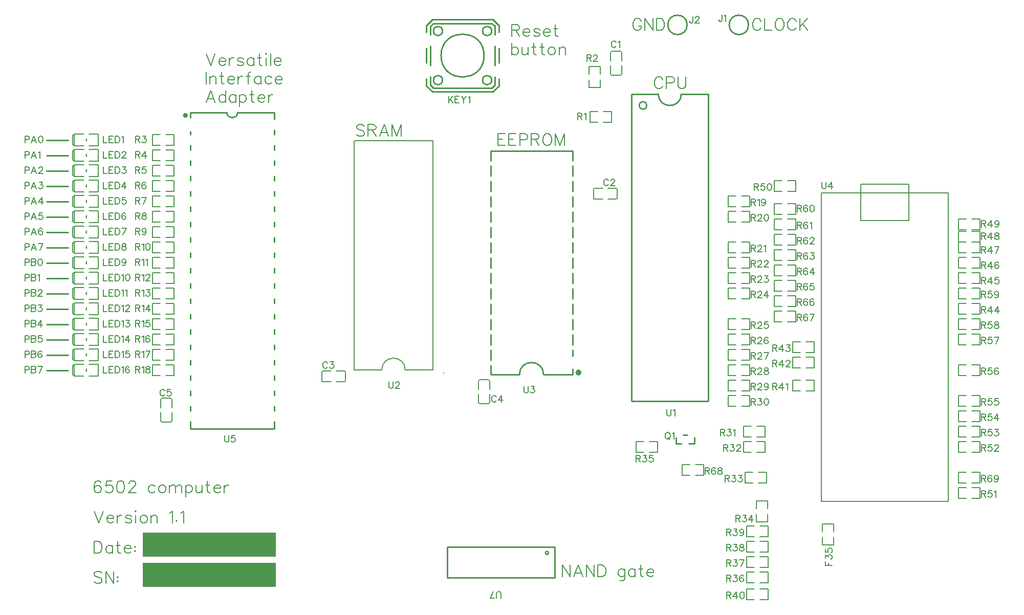
<source format=gto>
G04 Layer: TopSilkscreenLayer*
G04 EasyEDA v6.5.20, 2022-11-29 04:13:21*
G04 a67cddfb3fce44daa9051d46cbbcc19f,10*
G04 Gerber Generator version 0.2*
G04 Scale: 100 percent, Rotated: No, Reflected: No *
G04 Dimensions in inches *
G04 leading zeros omitted , absolute positions ,3 integer and 6 decimal *
%FSLAX36Y36*%
%MOIN*%

%ADD10C,0.0080*%
%ADD11C,0.0060*%
%ADD12C,0.0100*%
%ADD13C,0.0079*%
%ADD14C,0.0050*%
%ADD15C,0.0090*%
%ADD16C,0.0059*%
%ADD17C,0.0197*%
%ADD18C,0.0157*%
%ADD19C,0.0198*%

%LPD*%
D10*
X4254549Y3442500D02*
G01*
X4250950Y3449800D01*
X4243649Y3457100D01*
X4236350Y3460700D01*
X4221850Y3460700D01*
X4214549Y3457100D01*
X4207250Y3449800D01*
X4203649Y3442500D01*
X4200050Y3431599D01*
X4200050Y3413499D01*
X4203649Y3402500D01*
X4207250Y3395300D01*
X4214549Y3388000D01*
X4221850Y3384400D01*
X4236350Y3384400D01*
X4243649Y3388000D01*
X4250950Y3395300D01*
X4254549Y3402500D01*
X4278549Y3460700D02*
G01*
X4278549Y3384400D01*
X4278549Y3460700D02*
G01*
X4311250Y3460700D01*
X4322150Y3457100D01*
X4325850Y3453499D01*
X4329449Y3446199D01*
X4329449Y3435300D01*
X4325850Y3428000D01*
X4322150Y3424400D01*
X4311250Y3420700D01*
X4278549Y3420700D01*
X4353450Y3460700D02*
G01*
X4353450Y3406199D01*
X4357049Y3395300D01*
X4364350Y3388000D01*
X4375249Y3384400D01*
X4382550Y3384400D01*
X4393450Y3388000D01*
X4400749Y3395300D01*
X4404350Y3406199D01*
X4404350Y3460700D01*
X2310900Y3139850D02*
G01*
X2303599Y3147049D01*
X2292700Y3150749D01*
X2278199Y3150749D01*
X2267299Y3147049D01*
X2260000Y3139850D01*
X2260000Y3132550D01*
X2263599Y3125250D01*
X2267299Y3121649D01*
X2274499Y3117950D01*
X2296400Y3110749D01*
X2303599Y3107049D01*
X2307299Y3103449D01*
X2310900Y3096149D01*
X2310900Y3085250D01*
X2303599Y3077950D01*
X2292700Y3074349D01*
X2278199Y3074349D01*
X2267299Y3077950D01*
X2260000Y3085250D01*
X2334899Y3150749D02*
G01*
X2334899Y3074349D01*
X2334899Y3150749D02*
G01*
X2367600Y3150749D01*
X2378500Y3147049D01*
X2382200Y3143449D01*
X2385799Y3136149D01*
X2385799Y3128950D01*
X2382200Y3121649D01*
X2378500Y3117950D01*
X2367600Y3114349D01*
X2334899Y3114349D01*
X2360399Y3114349D02*
G01*
X2385799Y3074349D01*
X2438900Y3150749D02*
G01*
X2409799Y3074349D01*
X2438900Y3150749D02*
G01*
X2468000Y3074349D01*
X2420699Y3099850D02*
G01*
X2457100Y3099850D01*
X2491999Y3150749D02*
G01*
X2491999Y3074349D01*
X2491999Y3150749D02*
G01*
X2521099Y3074349D01*
X2550200Y3150749D02*
G01*
X2521099Y3074349D01*
X2550200Y3150749D02*
G01*
X2550200Y3074349D01*
X3180050Y3090749D02*
G01*
X3180050Y3014349D01*
X3180050Y3090749D02*
G01*
X3227250Y3090749D01*
X3180050Y3054349D02*
G01*
X3209049Y3054349D01*
X3180050Y3014349D02*
G01*
X3227250Y3014349D01*
X3251250Y3090749D02*
G01*
X3251250Y3014349D01*
X3251250Y3090749D02*
G01*
X3298549Y3090749D01*
X3251250Y3054349D02*
G01*
X3280349Y3054349D01*
X3251250Y3014349D02*
G01*
X3298549Y3014349D01*
X3322550Y3090749D02*
G01*
X3322550Y3014349D01*
X3322550Y3090749D02*
G01*
X3355249Y3090749D01*
X3366149Y3087049D01*
X3369849Y3083449D01*
X3373450Y3076149D01*
X3373450Y3065250D01*
X3369849Y3057950D01*
X3366149Y3054349D01*
X3355249Y3050749D01*
X3322550Y3050749D01*
X3397449Y3090749D02*
G01*
X3397449Y3014349D01*
X3397449Y3090749D02*
G01*
X3430150Y3090749D01*
X3441049Y3087049D01*
X3444750Y3083449D01*
X3448350Y3076149D01*
X3448350Y3068950D01*
X3444750Y3061649D01*
X3441049Y3057950D01*
X3430150Y3054349D01*
X3397449Y3054349D01*
X3422950Y3054349D02*
G01*
X3448350Y3014349D01*
X3494149Y3090749D02*
G01*
X3486949Y3087049D01*
X3479650Y3079850D01*
X3475950Y3072550D01*
X3472349Y3061649D01*
X3472349Y3043449D01*
X3475950Y3032550D01*
X3479650Y3025250D01*
X3486949Y3017950D01*
X3494149Y3014349D01*
X3508750Y3014349D01*
X3515950Y3017950D01*
X3523249Y3025250D01*
X3526949Y3032550D01*
X3530550Y3043449D01*
X3530550Y3061649D01*
X3526949Y3072550D01*
X3523249Y3079850D01*
X3515950Y3087049D01*
X3508750Y3090749D01*
X3494149Y3090749D01*
X3554549Y3090749D02*
G01*
X3554549Y3014349D01*
X3554549Y3090749D02*
G01*
X3583649Y3014349D01*
X3612749Y3090749D02*
G01*
X3583649Y3014349D01*
X3612749Y3090749D02*
G01*
X3612749Y3014349D01*
X1280000Y3610700D02*
G01*
X1309099Y3534400D01*
X1338199Y3610700D02*
G01*
X1309099Y3534400D01*
X1362200Y3563499D02*
G01*
X1405799Y3563499D01*
X1405799Y3570700D01*
X1402200Y3578000D01*
X1398500Y3581599D01*
X1391300Y3585300D01*
X1380399Y3585300D01*
X1373100Y3581599D01*
X1365799Y3574400D01*
X1362200Y3563499D01*
X1362200Y3556199D01*
X1365799Y3545300D01*
X1373100Y3538000D01*
X1380399Y3534400D01*
X1391300Y3534400D01*
X1398500Y3538000D01*
X1405799Y3545300D01*
X1429799Y3585300D02*
G01*
X1429799Y3534400D01*
X1429799Y3563499D02*
G01*
X1433500Y3574400D01*
X1440699Y3581599D01*
X1448000Y3585300D01*
X1458900Y3585300D01*
X1522899Y3574400D02*
G01*
X1519300Y3581599D01*
X1508400Y3585300D01*
X1497500Y3585300D01*
X1486499Y3581599D01*
X1482899Y3574400D01*
X1486499Y3567100D01*
X1493800Y3563499D01*
X1511999Y3559800D01*
X1519300Y3556199D01*
X1522899Y3548899D01*
X1522899Y3545300D01*
X1519300Y3538000D01*
X1508400Y3534400D01*
X1497500Y3534400D01*
X1486499Y3538000D01*
X1482899Y3545300D01*
X1590500Y3585300D02*
G01*
X1590500Y3534400D01*
X1590500Y3574400D02*
G01*
X1583299Y3581599D01*
X1576000Y3585300D01*
X1565100Y3585300D01*
X1557799Y3581599D01*
X1550500Y3574400D01*
X1546899Y3563499D01*
X1546899Y3556199D01*
X1550500Y3545300D01*
X1557799Y3538000D01*
X1565100Y3534400D01*
X1576000Y3534400D01*
X1583299Y3538000D01*
X1590500Y3545300D01*
X1625500Y3610700D02*
G01*
X1625500Y3548899D01*
X1629099Y3538000D01*
X1636400Y3534400D01*
X1643599Y3534400D01*
X1614499Y3585300D02*
G01*
X1640000Y3585300D01*
X1667600Y3610700D02*
G01*
X1671300Y3607100D01*
X1674899Y3610700D01*
X1671300Y3614400D01*
X1667600Y3610700D01*
X1671300Y3585300D02*
G01*
X1671300Y3534400D01*
X1698900Y3610700D02*
G01*
X1698900Y3534400D01*
X1722899Y3563499D02*
G01*
X1766499Y3563499D01*
X1766499Y3570700D01*
X1762899Y3578000D01*
X1759300Y3581599D01*
X1751999Y3585300D01*
X1741099Y3585300D01*
X1733800Y3581599D01*
X1726499Y3574400D01*
X1722899Y3563499D01*
X1722899Y3556199D01*
X1726499Y3545300D01*
X1733800Y3538000D01*
X1741099Y3534400D01*
X1751999Y3534400D01*
X1759300Y3538000D01*
X1766499Y3545300D01*
X1280000Y3490700D02*
G01*
X1280000Y3414400D01*
X1303999Y3465300D02*
G01*
X1303999Y3414400D01*
X1303999Y3450700D02*
G01*
X1314899Y3461599D01*
X1322200Y3465300D01*
X1333100Y3465300D01*
X1340399Y3461599D01*
X1343999Y3450700D01*
X1343999Y3414400D01*
X1378900Y3490700D02*
G01*
X1378900Y3428899D01*
X1382500Y3418000D01*
X1389799Y3414400D01*
X1397100Y3414400D01*
X1368000Y3465300D02*
G01*
X1393500Y3465300D01*
X1421099Y3443499D02*
G01*
X1464700Y3443499D01*
X1464700Y3450700D01*
X1461099Y3458000D01*
X1457500Y3461599D01*
X1450200Y3465300D01*
X1439300Y3465300D01*
X1431999Y3461599D01*
X1424700Y3454400D01*
X1421099Y3443499D01*
X1421099Y3436199D01*
X1424700Y3425300D01*
X1431999Y3418000D01*
X1439300Y3414400D01*
X1450200Y3414400D01*
X1457500Y3418000D01*
X1464700Y3425300D01*
X1488699Y3465300D02*
G01*
X1488699Y3414400D01*
X1488699Y3443499D02*
G01*
X1492399Y3454400D01*
X1499600Y3461599D01*
X1506899Y3465300D01*
X1517799Y3465300D01*
X1570900Y3490700D02*
G01*
X1563599Y3490700D01*
X1556400Y3487100D01*
X1552700Y3476199D01*
X1552700Y3414400D01*
X1541800Y3465300D02*
G01*
X1567299Y3465300D01*
X1638500Y3465300D02*
G01*
X1638500Y3414400D01*
X1638500Y3454400D02*
G01*
X1631300Y3461599D01*
X1623999Y3465300D01*
X1613100Y3465300D01*
X1605799Y3461599D01*
X1598500Y3454400D01*
X1594899Y3443499D01*
X1594899Y3436199D01*
X1598500Y3425300D01*
X1605799Y3418000D01*
X1613100Y3414400D01*
X1623999Y3414400D01*
X1631300Y3418000D01*
X1638500Y3425300D01*
X1706199Y3454400D02*
G01*
X1698900Y3461599D01*
X1691599Y3465300D01*
X1680699Y3465300D01*
X1673500Y3461599D01*
X1666199Y3454400D01*
X1662500Y3443499D01*
X1662500Y3436199D01*
X1666199Y3425300D01*
X1673500Y3418000D01*
X1680699Y3414400D01*
X1691599Y3414400D01*
X1698900Y3418000D01*
X1706199Y3425300D01*
X1730200Y3443499D02*
G01*
X1773800Y3443499D01*
X1773800Y3450700D01*
X1770200Y3458000D01*
X1766499Y3461599D01*
X1759300Y3465300D01*
X1748400Y3465300D01*
X1741099Y3461599D01*
X1733800Y3454400D01*
X1730200Y3443499D01*
X1730200Y3436199D01*
X1733800Y3425300D01*
X1741099Y3418000D01*
X1748400Y3414400D01*
X1759300Y3414400D01*
X1766499Y3418000D01*
X1773800Y3425300D01*
X1309099Y3370700D02*
G01*
X1280000Y3294400D01*
X1309099Y3370700D02*
G01*
X1338199Y3294400D01*
X1290900Y3319800D02*
G01*
X1327299Y3319800D01*
X1405799Y3370700D02*
G01*
X1405799Y3294400D01*
X1405799Y3334400D02*
G01*
X1398500Y3341599D01*
X1391300Y3345300D01*
X1380399Y3345300D01*
X1373100Y3341599D01*
X1365799Y3334400D01*
X1362200Y3323499D01*
X1362200Y3316199D01*
X1365799Y3305300D01*
X1373100Y3298000D01*
X1380399Y3294400D01*
X1391300Y3294400D01*
X1398500Y3298000D01*
X1405799Y3305300D01*
X1473500Y3345300D02*
G01*
X1473500Y3294400D01*
X1473500Y3334400D02*
G01*
X1466199Y3341599D01*
X1458900Y3345300D01*
X1448000Y3345300D01*
X1440699Y3341599D01*
X1433500Y3334400D01*
X1429799Y3323499D01*
X1429799Y3316199D01*
X1433500Y3305300D01*
X1440699Y3298000D01*
X1448000Y3294400D01*
X1458900Y3294400D01*
X1466199Y3298000D01*
X1473500Y3305300D01*
X1497500Y3345300D02*
G01*
X1497500Y3268899D01*
X1497500Y3334400D02*
G01*
X1504700Y3341599D01*
X1511999Y3345300D01*
X1522899Y3345300D01*
X1530200Y3341599D01*
X1537500Y3334400D01*
X1541099Y3323499D01*
X1541099Y3316199D01*
X1537500Y3305300D01*
X1530200Y3298000D01*
X1522899Y3294400D01*
X1511999Y3294400D01*
X1504700Y3298000D01*
X1497500Y3305300D01*
X1576000Y3370700D02*
G01*
X1576000Y3308899D01*
X1579600Y3298000D01*
X1586899Y3294400D01*
X1594200Y3294400D01*
X1565100Y3345300D02*
G01*
X1590500Y3345300D01*
X1618199Y3323499D02*
G01*
X1661800Y3323499D01*
X1661800Y3330700D01*
X1658199Y3338000D01*
X1654499Y3341599D01*
X1647299Y3345300D01*
X1636400Y3345300D01*
X1629099Y3341599D01*
X1621800Y3334400D01*
X1618199Y3323499D01*
X1618199Y3316199D01*
X1621800Y3305300D01*
X1629099Y3298000D01*
X1636400Y3294400D01*
X1647299Y3294400D01*
X1654499Y3298000D01*
X1661800Y3305300D01*
X1685799Y3345300D02*
G01*
X1685799Y3294400D01*
X1685799Y3323499D02*
G01*
X1689499Y3334400D01*
X1696700Y3341599D01*
X1703999Y3345300D01*
X1714899Y3345300D01*
X3600000Y280749D02*
G01*
X3600000Y204349D01*
X3600000Y280749D02*
G01*
X3650900Y204349D01*
X3650900Y280749D02*
G01*
X3650900Y204349D01*
X3703999Y280749D02*
G01*
X3674899Y204349D01*
X3703999Y280749D02*
G01*
X3733100Y204349D01*
X3685799Y229850D02*
G01*
X3722200Y229850D01*
X3757100Y280749D02*
G01*
X3757100Y204349D01*
X3757100Y280749D02*
G01*
X3808000Y204349D01*
X3808000Y280749D02*
G01*
X3808000Y204349D01*
X3831999Y280749D02*
G01*
X3831999Y204349D01*
X3831999Y280749D02*
G01*
X3857500Y280749D01*
X3868400Y277049D01*
X3875600Y269850D01*
X3879300Y262550D01*
X3882899Y251649D01*
X3882899Y233449D01*
X3879300Y222550D01*
X3875600Y215250D01*
X3868400Y207950D01*
X3857500Y204349D01*
X3831999Y204349D01*
X4006499Y255250D02*
G01*
X4006499Y197049D01*
X4002899Y186149D01*
X3999300Y182550D01*
X3991999Y178949D01*
X3981099Y178949D01*
X3973800Y182550D01*
X4006499Y244349D02*
G01*
X3999300Y251649D01*
X3991999Y255250D01*
X3981099Y255250D01*
X3973800Y251649D01*
X3966499Y244349D01*
X3962899Y233449D01*
X3962899Y226149D01*
X3966499Y215250D01*
X3973800Y207950D01*
X3981099Y204349D01*
X3991999Y204349D01*
X3999300Y207950D01*
X4006499Y215250D01*
X4074200Y255250D02*
G01*
X4074200Y204349D01*
X4074200Y244349D02*
G01*
X4066899Y251649D01*
X4059600Y255250D01*
X4048699Y255250D01*
X4041499Y251649D01*
X4034200Y244349D01*
X4030500Y233449D01*
X4030500Y226149D01*
X4034200Y215250D01*
X4041499Y207950D01*
X4048699Y204349D01*
X4059600Y204349D01*
X4066899Y207950D01*
X4074200Y215250D01*
X4109099Y280749D02*
G01*
X4109099Y218949D01*
X4112700Y207950D01*
X4120000Y204349D01*
X4127299Y204349D01*
X4098199Y255250D02*
G01*
X4123599Y255250D01*
X4151300Y233449D02*
G01*
X4194899Y233449D01*
X4194899Y240749D01*
X4191300Y247950D01*
X4187600Y251649D01*
X4180399Y255250D01*
X4169499Y255250D01*
X4162200Y251649D01*
X4154899Y244349D01*
X4151300Y233449D01*
X4151300Y226149D01*
X4154899Y215250D01*
X4162200Y207950D01*
X4169499Y204349D01*
X4180399Y204349D01*
X4187600Y207950D01*
X4194899Y215250D01*
X100000Y3075399D02*
G01*
X100000Y3032500D01*
X100000Y3075399D02*
G01*
X118400Y3075399D01*
X124499Y3073400D01*
X126599Y3071300D01*
X128600Y3067199D01*
X128600Y3061100D01*
X126599Y3056999D01*
X124499Y3055000D01*
X118400Y3052899D01*
X100000Y3052899D01*
X158499Y3075399D02*
G01*
X142100Y3032500D01*
X158499Y3075399D02*
G01*
X174899Y3032500D01*
X148299Y3046799D02*
G01*
X168699Y3046799D01*
X200599Y3075399D02*
G01*
X194499Y3073400D01*
X190399Y3067199D01*
X188400Y3056999D01*
X188400Y3050900D01*
X190399Y3040599D01*
X194499Y3034499D01*
X200599Y3032500D01*
X204699Y3032500D01*
X210900Y3034499D01*
X215000Y3040599D01*
X216999Y3050900D01*
X216999Y3056999D01*
X215000Y3067199D01*
X210900Y3073400D01*
X204699Y3075399D01*
X200599Y3075399D01*
X100000Y2975399D02*
G01*
X100000Y2932500D01*
X100000Y2975399D02*
G01*
X118400Y2975399D01*
X124499Y2973400D01*
X126599Y2971300D01*
X128600Y2967199D01*
X128600Y2961100D01*
X126599Y2956999D01*
X124499Y2955000D01*
X118400Y2952899D01*
X100000Y2952899D01*
X158499Y2975399D02*
G01*
X142100Y2932500D01*
X158499Y2975399D02*
G01*
X174899Y2932500D01*
X148299Y2946799D02*
G01*
X168699Y2946799D01*
X188400Y2967199D02*
G01*
X192500Y2969299D01*
X198600Y2975399D01*
X198600Y2932500D01*
X100000Y2775399D02*
G01*
X100000Y2732500D01*
X100000Y2775399D02*
G01*
X118400Y2775399D01*
X124499Y2773400D01*
X126599Y2771300D01*
X128600Y2767199D01*
X128600Y2761100D01*
X126599Y2756999D01*
X124499Y2755000D01*
X118400Y2752899D01*
X100000Y2752899D01*
X158499Y2775399D02*
G01*
X142100Y2732500D01*
X158499Y2775399D02*
G01*
X174899Y2732500D01*
X148299Y2746799D02*
G01*
X168699Y2746799D01*
X192500Y2775399D02*
G01*
X215000Y2775399D01*
X202699Y2759000D01*
X208800Y2759000D01*
X212899Y2756999D01*
X215000Y2755000D01*
X216999Y2748800D01*
X216999Y2744699D01*
X215000Y2738600D01*
X210900Y2734499D01*
X204699Y2732500D01*
X198600Y2732500D01*
X192500Y2734499D01*
X190399Y2736500D01*
X188400Y2740599D01*
X100000Y2875399D02*
G01*
X100000Y2832500D01*
X100000Y2875399D02*
G01*
X118400Y2875399D01*
X124499Y2873400D01*
X126599Y2871300D01*
X128600Y2867199D01*
X128600Y2861100D01*
X126599Y2856999D01*
X124499Y2855000D01*
X118400Y2852899D01*
X100000Y2852899D01*
X158499Y2875399D02*
G01*
X142100Y2832500D01*
X158499Y2875399D02*
G01*
X174899Y2832500D01*
X148299Y2846799D02*
G01*
X168699Y2846799D01*
X190399Y2865200D02*
G01*
X190399Y2867199D01*
X192500Y2871300D01*
X194499Y2873400D01*
X198600Y2875399D01*
X206799Y2875399D01*
X210900Y2873400D01*
X212899Y2871300D01*
X215000Y2867199D01*
X215000Y2863099D01*
X212899Y2859000D01*
X208800Y2852899D01*
X188400Y2832500D01*
X216999Y2832500D01*
X100000Y2475399D02*
G01*
X100000Y2432500D01*
X100000Y2475399D02*
G01*
X118400Y2475399D01*
X124499Y2473400D01*
X126599Y2471300D01*
X128600Y2467199D01*
X128600Y2461100D01*
X126599Y2456999D01*
X124499Y2455000D01*
X118400Y2452899D01*
X100000Y2452899D01*
X158499Y2475399D02*
G01*
X142100Y2432500D01*
X158499Y2475399D02*
G01*
X174899Y2432500D01*
X148299Y2446799D02*
G01*
X168699Y2446799D01*
X212899Y2469299D02*
G01*
X210900Y2473400D01*
X204699Y2475399D01*
X200599Y2475399D01*
X194499Y2473400D01*
X190399Y2467199D01*
X188400Y2456999D01*
X188400Y2446799D01*
X190399Y2438600D01*
X194499Y2434499D01*
X200599Y2432500D01*
X202699Y2432500D01*
X208800Y2434499D01*
X212899Y2438600D01*
X215000Y2444699D01*
X215000Y2446799D01*
X212899Y2452899D01*
X208800Y2456999D01*
X202699Y2459000D01*
X200599Y2459000D01*
X194499Y2456999D01*
X190399Y2452899D01*
X188400Y2446799D01*
X100000Y2375399D02*
G01*
X100000Y2332500D01*
X100000Y2375399D02*
G01*
X118400Y2375399D01*
X124499Y2373400D01*
X126599Y2371300D01*
X128600Y2367199D01*
X128600Y2361100D01*
X126599Y2356999D01*
X124499Y2355000D01*
X118400Y2352899D01*
X100000Y2352899D01*
X158499Y2375399D02*
G01*
X142100Y2332500D01*
X158499Y2375399D02*
G01*
X174899Y2332500D01*
X148299Y2346799D02*
G01*
X168699Y2346799D01*
X216999Y2375399D02*
G01*
X196500Y2332500D01*
X188400Y2375399D02*
G01*
X216999Y2375399D01*
X100000Y2575399D02*
G01*
X100000Y2532500D01*
X100000Y2575399D02*
G01*
X118400Y2575399D01*
X124499Y2573400D01*
X126599Y2571300D01*
X128600Y2567199D01*
X128600Y2561100D01*
X126599Y2556999D01*
X124499Y2555000D01*
X118400Y2552899D01*
X100000Y2552899D01*
X158499Y2575399D02*
G01*
X142100Y2532500D01*
X158499Y2575399D02*
G01*
X174899Y2532500D01*
X148299Y2546799D02*
G01*
X168699Y2546799D01*
X212899Y2575399D02*
G01*
X192500Y2575399D01*
X190399Y2556999D01*
X192500Y2559000D01*
X198600Y2561100D01*
X204699Y2561100D01*
X210900Y2559000D01*
X215000Y2555000D01*
X216999Y2548800D01*
X216999Y2544699D01*
X215000Y2538600D01*
X210900Y2534499D01*
X204699Y2532500D01*
X198600Y2532500D01*
X192500Y2534499D01*
X190399Y2536500D01*
X188400Y2540599D01*
X100000Y2675399D02*
G01*
X100000Y2632500D01*
X100000Y2675399D02*
G01*
X118400Y2675399D01*
X124499Y2673400D01*
X126599Y2671300D01*
X128600Y2667199D01*
X128600Y2661100D01*
X126599Y2656999D01*
X124499Y2655000D01*
X118400Y2652899D01*
X100000Y2652899D01*
X158499Y2675399D02*
G01*
X142100Y2632500D01*
X158499Y2675399D02*
G01*
X174899Y2632500D01*
X148299Y2646799D02*
G01*
X168699Y2646799D01*
X208800Y2675399D02*
G01*
X188400Y2646799D01*
X219000Y2646799D01*
X208800Y2675399D02*
G01*
X208800Y2632500D01*
X100000Y2075399D02*
G01*
X100000Y2032500D01*
X100000Y2075399D02*
G01*
X118400Y2075399D01*
X124499Y2073400D01*
X126599Y2071300D01*
X128600Y2067199D01*
X128600Y2061100D01*
X126599Y2056999D01*
X124499Y2055000D01*
X118400Y2052899D01*
X100000Y2052899D01*
X142100Y2075399D02*
G01*
X142100Y2032500D01*
X142100Y2075399D02*
G01*
X160500Y2075399D01*
X166700Y2073400D01*
X168699Y2071300D01*
X170799Y2067199D01*
X170799Y2063099D01*
X168699Y2059000D01*
X166700Y2056999D01*
X160500Y2055000D01*
X142100Y2055000D02*
G01*
X160500Y2055000D01*
X166700Y2052899D01*
X168699Y2050900D01*
X170799Y2046799D01*
X170799Y2040599D01*
X168699Y2036500D01*
X166700Y2034499D01*
X160500Y2032500D01*
X142100Y2032500D01*
X186300Y2065199D02*
G01*
X186300Y2067199D01*
X188400Y2071300D01*
X190399Y2073400D01*
X194499Y2075399D01*
X202699Y2075399D01*
X206799Y2073400D01*
X208800Y2071300D01*
X210900Y2067199D01*
X210900Y2063099D01*
X208800Y2059000D01*
X204699Y2052899D01*
X184299Y2032500D01*
X212899Y2032500D01*
X100000Y1975399D02*
G01*
X100000Y1932500D01*
X100000Y1975399D02*
G01*
X118400Y1975399D01*
X124499Y1973400D01*
X126599Y1971300D01*
X128600Y1967199D01*
X128600Y1961100D01*
X126599Y1956999D01*
X124499Y1955000D01*
X118400Y1952899D01*
X100000Y1952899D01*
X142100Y1975399D02*
G01*
X142100Y1932500D01*
X142100Y1975399D02*
G01*
X160500Y1975399D01*
X166700Y1973400D01*
X168699Y1971300D01*
X170799Y1967199D01*
X170799Y1963099D01*
X168699Y1959000D01*
X166700Y1956999D01*
X160500Y1955000D01*
X142100Y1955000D02*
G01*
X160500Y1955000D01*
X166700Y1952899D01*
X168699Y1950900D01*
X170799Y1946799D01*
X170799Y1940599D01*
X168699Y1936500D01*
X166700Y1934499D01*
X160500Y1932500D01*
X142100Y1932500D01*
X188400Y1975399D02*
G01*
X210900Y1975399D01*
X198600Y1959000D01*
X204699Y1959000D01*
X208800Y1956999D01*
X210900Y1955000D01*
X212899Y1948800D01*
X212899Y1944699D01*
X210900Y1938600D01*
X206799Y1934499D01*
X200599Y1932500D01*
X194499Y1932500D01*
X188400Y1934499D01*
X186300Y1936500D01*
X184299Y1940599D01*
X100000Y2175399D02*
G01*
X100000Y2132500D01*
X100000Y2175399D02*
G01*
X118400Y2175399D01*
X124499Y2173400D01*
X126599Y2171300D01*
X128600Y2167199D01*
X128600Y2161100D01*
X126599Y2156999D01*
X124499Y2155000D01*
X118400Y2152899D01*
X100000Y2152899D01*
X142100Y2175399D02*
G01*
X142100Y2132500D01*
X142100Y2175399D02*
G01*
X160500Y2175399D01*
X166700Y2173400D01*
X168699Y2171300D01*
X170799Y2167199D01*
X170799Y2163099D01*
X168699Y2159000D01*
X166700Y2156999D01*
X160500Y2155000D01*
X142100Y2155000D02*
G01*
X160500Y2155000D01*
X166700Y2152899D01*
X168699Y2150900D01*
X170799Y2146799D01*
X170799Y2140599D01*
X168699Y2136500D01*
X166700Y2134499D01*
X160500Y2132500D01*
X142100Y2132500D01*
X184299Y2167199D02*
G01*
X188400Y2169299D01*
X194499Y2175399D01*
X194499Y2132500D01*
X100000Y2275399D02*
G01*
X100000Y2232500D01*
X100000Y2275399D02*
G01*
X118400Y2275399D01*
X124499Y2273400D01*
X126599Y2271300D01*
X128600Y2267199D01*
X128600Y2261100D01*
X126599Y2256999D01*
X124499Y2255000D01*
X118400Y2252899D01*
X100000Y2252899D01*
X142100Y2275399D02*
G01*
X142100Y2232500D01*
X142100Y2275399D02*
G01*
X160500Y2275399D01*
X166700Y2273400D01*
X168699Y2271300D01*
X170799Y2267199D01*
X170799Y2263099D01*
X168699Y2259000D01*
X166700Y2256999D01*
X160500Y2255000D01*
X142100Y2255000D02*
G01*
X160500Y2255000D01*
X166700Y2252899D01*
X168699Y2250900D01*
X170799Y2246799D01*
X170799Y2240599D01*
X168699Y2236500D01*
X166700Y2234499D01*
X160500Y2232500D01*
X142100Y2232500D01*
X196500Y2275399D02*
G01*
X190399Y2273400D01*
X186300Y2267199D01*
X184299Y2256999D01*
X184299Y2250900D01*
X186300Y2240599D01*
X190399Y2234499D01*
X196500Y2232500D01*
X200599Y2232500D01*
X206799Y2234499D01*
X210900Y2240599D01*
X212899Y2250900D01*
X212899Y2256999D01*
X210900Y2267199D01*
X206799Y2273400D01*
X200599Y2275399D01*
X196500Y2275399D01*
X100000Y1675399D02*
G01*
X100000Y1632500D01*
X100000Y1675399D02*
G01*
X118400Y1675399D01*
X124499Y1673400D01*
X126599Y1671300D01*
X128600Y1667199D01*
X128600Y1661100D01*
X126599Y1656999D01*
X124499Y1655000D01*
X118400Y1652899D01*
X100000Y1652899D01*
X142100Y1675399D02*
G01*
X142100Y1632500D01*
X142100Y1675399D02*
G01*
X160500Y1675399D01*
X166700Y1673400D01*
X168699Y1671300D01*
X170799Y1667199D01*
X170799Y1663099D01*
X168699Y1659000D01*
X166700Y1656999D01*
X160500Y1655000D01*
X142100Y1655000D02*
G01*
X160500Y1655000D01*
X166700Y1652899D01*
X168699Y1650900D01*
X170799Y1646799D01*
X170799Y1640599D01*
X168699Y1636500D01*
X166700Y1634499D01*
X160500Y1632500D01*
X142100Y1632500D01*
X208800Y1669299D02*
G01*
X206799Y1673400D01*
X200599Y1675399D01*
X196500Y1675399D01*
X190399Y1673400D01*
X186300Y1667199D01*
X184299Y1656999D01*
X184299Y1646799D01*
X186300Y1638600D01*
X190399Y1634499D01*
X196500Y1632500D01*
X198600Y1632500D01*
X204699Y1634499D01*
X208800Y1638600D01*
X210900Y1644699D01*
X210900Y1646799D01*
X208800Y1652899D01*
X204699Y1656999D01*
X198600Y1659000D01*
X196500Y1659000D01*
X190399Y1656999D01*
X186300Y1652899D01*
X184299Y1646799D01*
X100000Y1575399D02*
G01*
X100000Y1532500D01*
X100000Y1575399D02*
G01*
X118400Y1575399D01*
X124499Y1573400D01*
X126599Y1571300D01*
X128600Y1567199D01*
X128600Y1561100D01*
X126599Y1556999D01*
X124499Y1555000D01*
X118400Y1552899D01*
X100000Y1552899D01*
X142100Y1575399D02*
G01*
X142100Y1532500D01*
X142100Y1575399D02*
G01*
X160500Y1575399D01*
X166700Y1573400D01*
X168699Y1571300D01*
X170799Y1567199D01*
X170799Y1563099D01*
X168699Y1559000D01*
X166700Y1556999D01*
X160500Y1555000D01*
X142100Y1555000D02*
G01*
X160500Y1555000D01*
X166700Y1552899D01*
X168699Y1550900D01*
X170799Y1546799D01*
X170799Y1540599D01*
X168699Y1536500D01*
X166700Y1534499D01*
X160500Y1532500D01*
X142100Y1532500D01*
X212899Y1575399D02*
G01*
X192500Y1532500D01*
X184299Y1575399D02*
G01*
X212899Y1575399D01*
X100000Y1775399D02*
G01*
X100000Y1732500D01*
X100000Y1775399D02*
G01*
X118400Y1775399D01*
X124499Y1773400D01*
X126599Y1771300D01*
X128600Y1767199D01*
X128600Y1761100D01*
X126599Y1756999D01*
X124499Y1755000D01*
X118400Y1752899D01*
X100000Y1752899D01*
X142100Y1775399D02*
G01*
X142100Y1732500D01*
X142100Y1775399D02*
G01*
X160500Y1775399D01*
X166700Y1773400D01*
X168699Y1771300D01*
X170799Y1767199D01*
X170799Y1763099D01*
X168699Y1759000D01*
X166700Y1756999D01*
X160500Y1755000D01*
X142100Y1755000D02*
G01*
X160500Y1755000D01*
X166700Y1752899D01*
X168699Y1750900D01*
X170799Y1746799D01*
X170799Y1740599D01*
X168699Y1736500D01*
X166700Y1734499D01*
X160500Y1732500D01*
X142100Y1732500D01*
X208800Y1775399D02*
G01*
X188400Y1775399D01*
X186300Y1756999D01*
X188400Y1759000D01*
X194499Y1761100D01*
X200599Y1761100D01*
X206799Y1759000D01*
X210900Y1755000D01*
X212899Y1748800D01*
X212899Y1744699D01*
X210900Y1738600D01*
X206799Y1734499D01*
X200599Y1732500D01*
X194499Y1732500D01*
X188400Y1734499D01*
X186300Y1736500D01*
X184299Y1740599D01*
X100000Y1875399D02*
G01*
X100000Y1832500D01*
X100000Y1875399D02*
G01*
X118400Y1875399D01*
X124499Y1873400D01*
X126599Y1871300D01*
X128600Y1867199D01*
X128600Y1861100D01*
X126599Y1856999D01*
X124499Y1855000D01*
X118400Y1852899D01*
X100000Y1852899D01*
X142100Y1875399D02*
G01*
X142100Y1832500D01*
X142100Y1875399D02*
G01*
X160500Y1875399D01*
X166700Y1873400D01*
X168699Y1871300D01*
X170799Y1867199D01*
X170799Y1863099D01*
X168699Y1859000D01*
X166700Y1856999D01*
X160500Y1855000D01*
X142100Y1855000D02*
G01*
X160500Y1855000D01*
X166700Y1852899D01*
X168699Y1850900D01*
X170799Y1846799D01*
X170799Y1840599D01*
X168699Y1836500D01*
X166700Y1834499D01*
X160500Y1832500D01*
X142100Y1832500D01*
X204699Y1875399D02*
G01*
X184299Y1846799D01*
X215000Y1846799D01*
X204699Y1875399D02*
G01*
X204699Y1832500D01*
X3270000Y3800700D02*
G01*
X3270000Y3724400D01*
X3270000Y3800700D02*
G01*
X3302700Y3800700D01*
X3313599Y3797100D01*
X3317299Y3793499D01*
X3320900Y3786199D01*
X3320900Y3778899D01*
X3317299Y3771599D01*
X3313599Y3768000D01*
X3302700Y3764400D01*
X3270000Y3764400D01*
X3295500Y3764400D02*
G01*
X3320900Y3724400D01*
X3344899Y3753499D02*
G01*
X3388500Y3753499D01*
X3388500Y3760700D01*
X3384899Y3768000D01*
X3381300Y3771599D01*
X3373999Y3775300D01*
X3363100Y3775300D01*
X3355799Y3771599D01*
X3348500Y3764400D01*
X3344899Y3753499D01*
X3344899Y3746199D01*
X3348500Y3735300D01*
X3355799Y3728000D01*
X3363100Y3724400D01*
X3373999Y3724400D01*
X3381300Y3728000D01*
X3388500Y3735300D01*
X3452500Y3764400D02*
G01*
X3448900Y3771599D01*
X3438000Y3775300D01*
X3427100Y3775300D01*
X3416199Y3771599D01*
X3412500Y3764400D01*
X3416199Y3757100D01*
X3423500Y3753499D01*
X3441599Y3749800D01*
X3448900Y3746199D01*
X3452500Y3738899D01*
X3452500Y3735300D01*
X3448900Y3728000D01*
X3438000Y3724400D01*
X3427100Y3724400D01*
X3416199Y3728000D01*
X3412500Y3735300D01*
X3476499Y3753499D02*
G01*
X3520200Y3753499D01*
X3520200Y3760700D01*
X3516499Y3768000D01*
X3512899Y3771599D01*
X3505600Y3775300D01*
X3494700Y3775300D01*
X3487500Y3771599D01*
X3480200Y3764400D01*
X3476499Y3753499D01*
X3476499Y3746199D01*
X3480200Y3735300D01*
X3487500Y3728000D01*
X3494700Y3724400D01*
X3505600Y3724400D01*
X3512899Y3728000D01*
X3520200Y3735300D01*
X3555100Y3800700D02*
G01*
X3555100Y3738899D01*
X3558699Y3728000D01*
X3566000Y3724400D01*
X3573299Y3724400D01*
X3544200Y3775300D02*
G01*
X3569600Y3775300D01*
X3270000Y3680700D02*
G01*
X3270000Y3604400D01*
X3270000Y3644400D02*
G01*
X3277299Y3651599D01*
X3284499Y3655300D01*
X3295500Y3655300D01*
X3302700Y3651599D01*
X3310000Y3644400D01*
X3313599Y3633499D01*
X3313599Y3626199D01*
X3310000Y3615300D01*
X3302700Y3608000D01*
X3295500Y3604400D01*
X3284499Y3604400D01*
X3277299Y3608000D01*
X3270000Y3615300D01*
X3337600Y3655300D02*
G01*
X3337600Y3618899D01*
X3341300Y3608000D01*
X3348500Y3604400D01*
X3359499Y3604400D01*
X3366700Y3608000D01*
X3377600Y3618899D01*
X3377600Y3655300D02*
G01*
X3377600Y3604400D01*
X3412500Y3680700D02*
G01*
X3412500Y3618899D01*
X3416199Y3608000D01*
X3423500Y3604400D01*
X3430699Y3604400D01*
X3401599Y3655300D02*
G01*
X3427100Y3655300D01*
X3465600Y3680700D02*
G01*
X3465600Y3618899D01*
X3469300Y3608000D01*
X3476499Y3604400D01*
X3483800Y3604400D01*
X3454700Y3655300D02*
G01*
X3480200Y3655300D01*
X3526000Y3655300D02*
G01*
X3518699Y3651599D01*
X3511499Y3644400D01*
X3507799Y3633499D01*
X3507799Y3626199D01*
X3511499Y3615300D01*
X3518699Y3608000D01*
X3526000Y3604400D01*
X3536899Y3604400D01*
X3544200Y3608000D01*
X3551499Y3615300D01*
X3555100Y3626199D01*
X3555100Y3633499D01*
X3551499Y3644400D01*
X3544200Y3651599D01*
X3536899Y3655300D01*
X3526000Y3655300D01*
X3579099Y3655300D02*
G01*
X3579099Y3604400D01*
X3579099Y3640700D02*
G01*
X3590000Y3651599D01*
X3597299Y3655300D01*
X3608199Y3655300D01*
X3615500Y3651599D01*
X3619099Y3640700D01*
X3619099Y3604400D01*
X602087Y227301D02*
G01*
X594814Y234573D01*
X583906Y238209D01*
X569360Y238209D01*
X558452Y234573D01*
X551179Y227301D01*
X551179Y220028D01*
X554814Y212755D01*
X558452Y209119D01*
X565724Y205482D01*
X587543Y198209D01*
X594814Y194573D01*
X598452Y190938D01*
X602087Y183665D01*
X602087Y172755D01*
X594814Y165482D01*
X583906Y161846D01*
X569360Y161846D01*
X558452Y165482D01*
X551179Y172755D01*
X626087Y238209D02*
G01*
X626087Y161846D01*
X626087Y238209D02*
G01*
X676997Y161846D01*
X676997Y238209D02*
G01*
X676997Y161846D01*
X704634Y205482D02*
G01*
X700997Y201846D01*
X704634Y198209D01*
X708270Y201846D01*
X704634Y205482D01*
X704634Y180028D02*
G01*
X700997Y176392D01*
X704634Y172755D01*
X708270Y176392D01*
X704634Y180028D01*
X551179Y435059D02*
G01*
X551179Y358697D01*
X551179Y435059D02*
G01*
X576633Y435059D01*
X587543Y431424D01*
X594814Y424151D01*
X598452Y416878D01*
X602087Y405969D01*
X602087Y387788D01*
X598452Y376878D01*
X594814Y369605D01*
X587543Y362332D01*
X576633Y358697D01*
X551179Y358697D01*
X669724Y409605D02*
G01*
X669724Y358697D01*
X669724Y398697D02*
G01*
X662451Y405969D01*
X655178Y409605D01*
X644270Y409605D01*
X636997Y405969D01*
X629724Y398697D01*
X626087Y387788D01*
X626087Y380515D01*
X629724Y369605D01*
X636997Y362332D01*
X644270Y358697D01*
X655178Y358697D01*
X662451Y362332D01*
X669724Y369605D01*
X704634Y435059D02*
G01*
X704634Y373242D01*
X708270Y362332D01*
X715542Y358697D01*
X722815Y358697D01*
X693724Y409605D02*
G01*
X719178Y409605D01*
X746815Y387788D02*
G01*
X790451Y387788D01*
X790451Y395059D01*
X786814Y402332D01*
X783179Y405969D01*
X775906Y409605D01*
X764997Y409605D01*
X757723Y405969D01*
X750452Y398697D01*
X746815Y387788D01*
X746815Y380515D01*
X750452Y369605D01*
X757723Y362332D01*
X764997Y358697D01*
X775906Y358697D01*
X783179Y362332D01*
X790451Y369605D01*
X818087Y402332D02*
G01*
X814452Y398697D01*
X818087Y395059D01*
X821724Y398697D01*
X818087Y402332D01*
X818087Y376878D02*
G01*
X814452Y373242D01*
X818087Y369605D01*
X821724Y373242D01*
X818087Y376878D01*
X551199Y631900D02*
G01*
X580300Y555500D01*
X609400Y631900D02*
G01*
X580300Y555500D01*
X633400Y584600D02*
G01*
X676999Y584600D01*
X676999Y591900D01*
X673400Y599200D01*
X669699Y602800D01*
X662500Y606500D01*
X651500Y606500D01*
X644299Y602800D01*
X636999Y595500D01*
X633400Y584600D01*
X633400Y577399D01*
X636999Y566500D01*
X644299Y559200D01*
X651500Y555500D01*
X662500Y555500D01*
X669699Y559200D01*
X676999Y566500D01*
X700999Y606500D02*
G01*
X700999Y555500D01*
X700999Y584600D02*
G01*
X704600Y595500D01*
X711900Y602800D01*
X719200Y606500D01*
X730100Y606500D01*
X794099Y595500D02*
G01*
X790500Y602800D01*
X779499Y606500D01*
X768599Y606500D01*
X757699Y602800D01*
X754099Y595500D01*
X757699Y588299D01*
X765000Y584600D01*
X783199Y580999D01*
X790500Y577399D01*
X794099Y570100D01*
X794099Y566500D01*
X790500Y559200D01*
X779499Y555500D01*
X768599Y555500D01*
X757699Y559200D01*
X754099Y566500D01*
X818100Y631900D02*
G01*
X821700Y628299D01*
X825399Y631900D01*
X821700Y635500D01*
X818100Y631900D01*
X821700Y606500D02*
G01*
X821700Y555500D01*
X867500Y606500D02*
G01*
X860299Y602800D01*
X853000Y595500D01*
X849399Y584600D01*
X849399Y577399D01*
X853000Y566500D01*
X860299Y559200D01*
X867500Y555500D01*
X878500Y555500D01*
X885699Y559200D01*
X893000Y566500D01*
X896599Y577399D01*
X896599Y584600D01*
X893000Y595500D01*
X885699Y602800D01*
X878500Y606500D01*
X867500Y606500D01*
X920600Y606500D02*
G01*
X920600Y555500D01*
X920600Y591900D02*
G01*
X931499Y602800D01*
X938800Y606500D01*
X949700Y606500D01*
X956999Y602800D01*
X960600Y591900D01*
X960600Y555500D01*
X1040600Y617399D02*
G01*
X1047899Y620999D01*
X1058800Y631900D01*
X1058800Y555500D01*
X1086499Y573699D02*
G01*
X1082799Y570100D01*
X1086499Y566500D01*
X1090100Y570100D01*
X1086499Y573699D01*
X1114099Y617399D02*
G01*
X1121400Y620999D01*
X1132299Y631900D01*
X1132299Y555500D01*
X594780Y817829D02*
G01*
X591179Y825129D01*
X580279Y828730D01*
X572979Y828730D01*
X562080Y825129D01*
X554780Y814229D01*
X551179Y796030D01*
X551179Y777829D01*
X554780Y763330D01*
X562080Y756030D01*
X572979Y752429D01*
X576680Y752429D01*
X587579Y756030D01*
X594780Y763330D01*
X598479Y774229D01*
X598479Y777829D01*
X594780Y788730D01*
X587579Y796030D01*
X576680Y799630D01*
X572979Y799630D01*
X562080Y796030D01*
X554780Y788730D01*
X551179Y777829D01*
X666080Y828730D02*
G01*
X629679Y828730D01*
X626080Y796030D01*
X629679Y799630D01*
X640680Y803330D01*
X651579Y803330D01*
X662480Y799630D01*
X669679Y792429D01*
X673380Y781529D01*
X673380Y774229D01*
X669679Y763330D01*
X662480Y756030D01*
X651579Y752429D01*
X640680Y752429D01*
X629679Y756030D01*
X626080Y759630D01*
X622480Y766930D01*
X719180Y828730D02*
G01*
X708279Y825129D01*
X700979Y814229D01*
X697379Y796030D01*
X697379Y785129D01*
X700979Y766930D01*
X708279Y756030D01*
X719180Y752429D01*
X726480Y752429D01*
X737379Y756030D01*
X744679Y766930D01*
X748279Y785129D01*
X748279Y796030D01*
X744679Y814229D01*
X737379Y825129D01*
X726480Y828730D01*
X719180Y828730D01*
X775879Y810529D02*
G01*
X775879Y814229D01*
X779579Y821529D01*
X783180Y825129D01*
X790479Y828730D01*
X804979Y828730D01*
X812280Y825129D01*
X815879Y821529D01*
X819579Y814229D01*
X819579Y806930D01*
X815879Y799630D01*
X808680Y788730D01*
X772280Y752429D01*
X823180Y752429D01*
X946779Y792429D02*
G01*
X939579Y799630D01*
X932280Y803330D01*
X921379Y803330D01*
X914080Y799630D01*
X906779Y792429D01*
X903180Y781529D01*
X903180Y774229D01*
X906779Y763330D01*
X914080Y756030D01*
X921379Y752429D01*
X932280Y752429D01*
X939579Y756030D01*
X946779Y763330D01*
X988980Y803330D02*
G01*
X981679Y799630D01*
X974480Y792429D01*
X970780Y781529D01*
X970780Y774229D01*
X974480Y763330D01*
X981679Y756030D01*
X988980Y752429D01*
X999880Y752429D01*
X1007179Y756030D01*
X1014480Y763330D01*
X1018079Y774229D01*
X1018079Y781529D01*
X1014480Y792429D01*
X1007179Y799630D01*
X999880Y803330D01*
X988980Y803330D01*
X1042079Y803330D02*
G01*
X1042079Y752429D01*
X1042079Y788730D02*
G01*
X1052979Y799630D01*
X1060280Y803330D01*
X1071180Y803330D01*
X1078479Y799630D01*
X1082079Y788730D01*
X1082079Y752429D01*
X1082079Y788730D02*
G01*
X1092979Y799630D01*
X1100280Y803330D01*
X1111180Y803330D01*
X1118479Y799630D01*
X1122079Y788730D01*
X1122079Y752429D01*
X1146080Y803330D02*
G01*
X1146080Y726930D01*
X1146080Y792429D02*
G01*
X1153379Y799630D01*
X1160680Y803330D01*
X1171580Y803330D01*
X1178779Y799630D01*
X1186080Y792429D01*
X1189679Y781529D01*
X1189679Y774229D01*
X1186080Y763330D01*
X1178779Y756030D01*
X1171580Y752429D01*
X1160680Y752429D01*
X1153379Y756030D01*
X1146080Y763330D01*
X1213680Y803330D02*
G01*
X1213680Y766930D01*
X1217380Y756030D01*
X1224679Y752429D01*
X1235580Y752429D01*
X1242780Y756030D01*
X1253680Y766930D01*
X1253680Y803330D02*
G01*
X1253680Y752429D01*
X1288680Y828730D02*
G01*
X1288680Y766930D01*
X1292280Y756030D01*
X1299579Y752429D01*
X1306779Y752429D01*
X1277680Y803330D02*
G01*
X1303180Y803330D01*
X1330780Y781529D02*
G01*
X1374480Y781529D01*
X1374480Y788730D01*
X1370780Y796030D01*
X1367179Y799630D01*
X1359880Y803330D01*
X1348980Y803330D01*
X1341679Y799630D01*
X1334480Y792429D01*
X1330780Y781529D01*
X1330780Y774229D01*
X1334480Y763330D01*
X1341679Y756030D01*
X1348980Y752429D01*
X1359880Y752429D01*
X1367179Y756030D01*
X1374480Y763330D01*
X1398479Y803330D02*
G01*
X1398479Y752429D01*
X1398479Y781529D02*
G01*
X1402079Y792429D01*
X1409380Y799630D01*
X1416679Y803330D01*
X1427579Y803330D01*
X4114499Y3822500D02*
G01*
X4110900Y3829800D01*
X4103599Y3837100D01*
X4096400Y3840700D01*
X4081800Y3840700D01*
X4074499Y3837100D01*
X4067299Y3829800D01*
X4063599Y3822500D01*
X4060000Y3811599D01*
X4060000Y3793499D01*
X4063599Y3782500D01*
X4067299Y3775300D01*
X4074499Y3768000D01*
X4081800Y3764400D01*
X4096400Y3764400D01*
X4103599Y3768000D01*
X4110900Y3775300D01*
X4114499Y3782500D01*
X4114499Y3793499D01*
X4096400Y3793499D02*
G01*
X4114499Y3793499D01*
X4138500Y3840700D02*
G01*
X4138500Y3764400D01*
X4138500Y3840700D02*
G01*
X4189499Y3764400D01*
X4189499Y3840700D02*
G01*
X4189499Y3764400D01*
X4213500Y3840700D02*
G01*
X4213500Y3764400D01*
X4213500Y3840700D02*
G01*
X4238900Y3840700D01*
X4249799Y3837100D01*
X4257100Y3829800D01*
X4260699Y3822500D01*
X4264399Y3811599D01*
X4264399Y3793499D01*
X4260699Y3782500D01*
X4257100Y3775300D01*
X4249799Y3768000D01*
X4238900Y3764400D01*
X4213500Y3764400D01*
X4894499Y3822500D02*
G01*
X4890900Y3829800D01*
X4883599Y3837100D01*
X4876400Y3840700D01*
X4861800Y3840700D01*
X4854499Y3837100D01*
X4847299Y3829800D01*
X4843599Y3822500D01*
X4840000Y3811599D01*
X4840000Y3793499D01*
X4843599Y3782500D01*
X4847299Y3775300D01*
X4854499Y3768000D01*
X4861800Y3764400D01*
X4876400Y3764400D01*
X4883599Y3768000D01*
X4890900Y3775300D01*
X4894499Y3782500D01*
X4918500Y3840700D02*
G01*
X4918500Y3764400D01*
X4918500Y3764400D02*
G01*
X4962200Y3764400D01*
X5008000Y3840700D02*
G01*
X5000699Y3837100D01*
X4993500Y3829800D01*
X4989799Y3822500D01*
X4986199Y3811599D01*
X4986199Y3793499D01*
X4989799Y3782500D01*
X4993500Y3775300D01*
X5000699Y3768000D01*
X5008000Y3764400D01*
X5022500Y3764400D01*
X5029799Y3768000D01*
X5037100Y3775300D01*
X5040699Y3782500D01*
X5044399Y3793499D01*
X5044399Y3811599D01*
X5040699Y3822500D01*
X5037100Y3829800D01*
X5029799Y3837100D01*
X5022500Y3840700D01*
X5008000Y3840700D01*
X5122900Y3822500D02*
G01*
X5119300Y3829800D01*
X5111999Y3837100D01*
X5104700Y3840700D01*
X5090200Y3840700D01*
X5082900Y3837100D01*
X5075600Y3829800D01*
X5071999Y3822500D01*
X5068400Y3811599D01*
X5068400Y3793499D01*
X5071999Y3782500D01*
X5075600Y3775300D01*
X5082900Y3768000D01*
X5090200Y3764400D01*
X5104700Y3764400D01*
X5111999Y3768000D01*
X5119300Y3775300D01*
X5122900Y3782500D01*
X5146899Y3840700D02*
G01*
X5146899Y3764400D01*
X5197799Y3840700D02*
G01*
X5146899Y3789800D01*
X5165100Y3808000D02*
G01*
X5197799Y3764400D01*
D11*
X6330000Y865399D02*
G01*
X6330000Y822500D01*
X6330000Y865399D02*
G01*
X6348400Y865399D01*
X6354499Y863400D01*
X6356599Y861300D01*
X6358599Y857199D01*
X6358599Y853099D01*
X6356599Y849000D01*
X6354499Y846999D01*
X6348400Y845000D01*
X6330000Y845000D01*
X6344300Y845000D02*
G01*
X6358599Y822500D01*
X6396700Y859299D02*
G01*
X6394600Y863400D01*
X6388500Y865399D01*
X6384399Y865399D01*
X6378299Y863400D01*
X6374200Y857199D01*
X6372100Y846999D01*
X6372100Y836799D01*
X6374200Y828600D01*
X6378299Y824499D01*
X6384399Y822500D01*
X6386499Y822500D01*
X6392600Y824499D01*
X6396700Y828600D01*
X6398699Y834699D01*
X6398699Y836799D01*
X6396700Y842899D01*
X6392600Y846999D01*
X6386499Y849000D01*
X6384399Y849000D01*
X6378299Y846999D01*
X6374200Y842899D01*
X6372100Y836799D01*
X6438800Y851100D02*
G01*
X6436800Y845000D01*
X6432700Y840900D01*
X6426499Y838800D01*
X6424499Y838800D01*
X6418400Y840900D01*
X6414300Y845000D01*
X6412200Y851100D01*
X6412200Y853099D01*
X6414300Y859299D01*
X6418400Y863400D01*
X6424499Y865399D01*
X6426499Y865399D01*
X6432700Y863400D01*
X6436800Y859299D01*
X6438800Y851100D01*
X6438800Y840900D01*
X6436800Y830599D01*
X6432700Y824499D01*
X6426499Y822500D01*
X6422500Y822500D01*
X6416300Y824499D01*
X6414300Y828600D01*
X4080000Y995399D02*
G01*
X4080000Y952500D01*
X4080000Y995399D02*
G01*
X4098400Y995399D01*
X4104499Y993400D01*
X4106599Y991300D01*
X4108599Y987199D01*
X4108599Y983099D01*
X4106599Y979000D01*
X4104499Y976999D01*
X4098400Y975000D01*
X4080000Y975000D01*
X4094300Y975000D02*
G01*
X4108599Y952500D01*
X4126199Y995399D02*
G01*
X4148699Y995399D01*
X4136499Y979000D01*
X4142600Y979000D01*
X4146700Y976999D01*
X4148699Y975000D01*
X4150799Y968800D01*
X4150799Y964699D01*
X4148699Y958600D01*
X4144600Y954499D01*
X4138500Y952500D01*
X4132399Y952500D01*
X4126199Y954499D01*
X4124200Y956500D01*
X4122100Y960599D01*
X4188800Y995399D02*
G01*
X4168400Y995399D01*
X4166300Y976999D01*
X4168400Y979000D01*
X4174499Y981100D01*
X4180600Y981100D01*
X4186800Y979000D01*
X4190900Y975000D01*
X4192899Y968800D01*
X4192899Y964699D01*
X4190900Y958600D01*
X4186800Y954499D01*
X4180600Y952500D01*
X4174499Y952500D01*
X4168400Y954499D01*
X4166300Y956500D01*
X4164300Y960599D01*
X4282299Y1145399D02*
G01*
X4278199Y1143400D01*
X4274099Y1139299D01*
X4271999Y1135199D01*
X4270000Y1129000D01*
X4270000Y1118800D01*
X4271999Y1112699D01*
X4274099Y1108600D01*
X4278199Y1104499D01*
X4282299Y1102500D01*
X4290500Y1102500D01*
X4294499Y1104499D01*
X4298599Y1108600D01*
X4300699Y1112699D01*
X4302700Y1118800D01*
X4302700Y1129000D01*
X4300699Y1135199D01*
X4298599Y1139299D01*
X4294499Y1143400D01*
X4290500Y1145399D01*
X4282299Y1145399D01*
X4288400Y1110599D02*
G01*
X4300699Y1098400D01*
X4316199Y1137199D02*
G01*
X4320299Y1139299D01*
X4326499Y1145399D01*
X4326499Y1102500D01*
X4640500Y3865399D02*
G01*
X4640500Y3832700D01*
X4638400Y3826500D01*
X4636400Y3824499D01*
X4632299Y3822500D01*
X4628199Y3822500D01*
X4624099Y3824499D01*
X4621999Y3826500D01*
X4620000Y3832700D01*
X4620000Y3836799D01*
X4653999Y3857199D02*
G01*
X4658000Y3859299D01*
X4664200Y3865399D01*
X4664200Y3822500D01*
X4450500Y3855399D02*
G01*
X4450500Y3822700D01*
X4448400Y3816500D01*
X4446400Y3814499D01*
X4442299Y3812500D01*
X4438199Y3812500D01*
X4434099Y3814499D01*
X4431999Y3816500D01*
X4430000Y3822700D01*
X4430000Y3826799D01*
X4466000Y3845200D02*
G01*
X4466000Y3847199D01*
X4468000Y3851300D01*
X4470100Y3853400D01*
X4474200Y3855399D01*
X4482399Y3855399D01*
X4486499Y3853400D01*
X4488500Y3851300D01*
X4490500Y3847199D01*
X4490500Y3843099D01*
X4488500Y3839000D01*
X4484399Y3832899D01*
X4463999Y3812500D01*
X4492600Y3812500D01*
X4530000Y915399D02*
G01*
X4530000Y872500D01*
X4530000Y915399D02*
G01*
X4548400Y915399D01*
X4554499Y913400D01*
X4556599Y911300D01*
X4558599Y907199D01*
X4558599Y903099D01*
X4556599Y899000D01*
X4554499Y896999D01*
X4548400Y895000D01*
X4530000Y895000D01*
X4544300Y895000D02*
G01*
X4558599Y872500D01*
X4596700Y909299D02*
G01*
X4594600Y913400D01*
X4588500Y915399D01*
X4584399Y915399D01*
X4578299Y913400D01*
X4574200Y907199D01*
X4572100Y896999D01*
X4572100Y886799D01*
X4574200Y878600D01*
X4578299Y874499D01*
X4584399Y872500D01*
X4586499Y872500D01*
X4592600Y874499D01*
X4596700Y878600D01*
X4598699Y884699D01*
X4598699Y886799D01*
X4596700Y892899D01*
X4592600Y896999D01*
X4586499Y899000D01*
X4584399Y899000D01*
X4578299Y896999D01*
X4574200Y892899D01*
X4572100Y886799D01*
X4622500Y915399D02*
G01*
X4616300Y913400D01*
X4614300Y909299D01*
X4614300Y905199D01*
X4616300Y901100D01*
X4620400Y899000D01*
X4628599Y896999D01*
X4634700Y895000D01*
X4638800Y890900D01*
X4640900Y886799D01*
X4640900Y880599D01*
X4638800Y876500D01*
X4636800Y874499D01*
X4630600Y872500D01*
X4622500Y872500D01*
X4616300Y874499D01*
X4614300Y876500D01*
X4612200Y880599D01*
X4612200Y886799D01*
X4614300Y890900D01*
X4618400Y895000D01*
X4624499Y896999D01*
X4632700Y899000D01*
X4636800Y901100D01*
X4638800Y905199D01*
X4638800Y909299D01*
X4636800Y913400D01*
X4630600Y915399D01*
X4622500Y915399D01*
X5314600Y280000D02*
G01*
X5357500Y280000D01*
X5314600Y280000D02*
G01*
X5314600Y306599D01*
X5335000Y280000D02*
G01*
X5335000Y296399D01*
X5314600Y324200D02*
G01*
X5314600Y346700D01*
X5331000Y334400D01*
X5331000Y340500D01*
X5333000Y344600D01*
X5335000Y346700D01*
X5341199Y348699D01*
X5345299Y348699D01*
X5351400Y346700D01*
X5355500Y342600D01*
X5357500Y336500D01*
X5357500Y330300D01*
X5355500Y324200D01*
X5353500Y322100D01*
X5349399Y320100D01*
X5314600Y386799D02*
G01*
X5314600Y366300D01*
X5333000Y364299D01*
X5331000Y366300D01*
X5328900Y372500D01*
X5328900Y378600D01*
X5331000Y384699D01*
X5335000Y388800D01*
X5341199Y390900D01*
X5345299Y390900D01*
X5351400Y388800D01*
X5355500Y384699D01*
X5357500Y378600D01*
X5357500Y372500D01*
X5355500Y366300D01*
X5353500Y364299D01*
X5349399Y362199D01*
X4830000Y2665399D02*
G01*
X4830000Y2622500D01*
X4830000Y2665399D02*
G01*
X4848400Y2665399D01*
X4854499Y2663400D01*
X4856599Y2661300D01*
X4858599Y2657199D01*
X4858599Y2653099D01*
X4856599Y2649000D01*
X4854499Y2646999D01*
X4848400Y2645000D01*
X4830000Y2645000D01*
X4844300Y2645000D02*
G01*
X4858599Y2622500D01*
X4872100Y2657199D02*
G01*
X4876199Y2659299D01*
X4882399Y2665399D01*
X4882399Y2622500D01*
X4922500Y2651100D02*
G01*
X4920400Y2645000D01*
X4916300Y2640900D01*
X4910200Y2638800D01*
X4908100Y2638800D01*
X4901999Y2640900D01*
X4897900Y2645000D01*
X4895900Y2651100D01*
X4895900Y2653099D01*
X4897900Y2659299D01*
X4901999Y2663400D01*
X4908100Y2665399D01*
X4910200Y2665399D01*
X4916300Y2663400D01*
X4920400Y2659299D01*
X4922500Y2651100D01*
X4922500Y2640900D01*
X4920400Y2630599D01*
X4916300Y2624499D01*
X4910200Y2622500D01*
X4906099Y2622500D01*
X4900000Y2624499D01*
X4897900Y2628600D01*
X4830000Y2565399D02*
G01*
X4830000Y2522500D01*
X4830000Y2565399D02*
G01*
X4848400Y2565399D01*
X4854499Y2563400D01*
X4856599Y2561300D01*
X4858599Y2557199D01*
X4858599Y2553099D01*
X4856599Y2549000D01*
X4854499Y2546999D01*
X4848400Y2545000D01*
X4830000Y2545000D01*
X4844300Y2545000D02*
G01*
X4858599Y2522500D01*
X4874200Y2555200D02*
G01*
X4874200Y2557199D01*
X4876199Y2561300D01*
X4878299Y2563400D01*
X4882399Y2565399D01*
X4890500Y2565399D01*
X4894600Y2563400D01*
X4896700Y2561300D01*
X4898699Y2557199D01*
X4898699Y2553099D01*
X4896700Y2549000D01*
X4892600Y2542899D01*
X4872100Y2522500D01*
X4900799Y2522500D01*
X4926499Y2565399D02*
G01*
X4920400Y2563400D01*
X4916300Y2557199D01*
X4914300Y2546999D01*
X4914300Y2540900D01*
X4916300Y2530599D01*
X4920400Y2524499D01*
X4926499Y2522500D01*
X4930600Y2522500D01*
X4936800Y2524499D01*
X4940900Y2530599D01*
X4942900Y2540900D01*
X4942900Y2546999D01*
X4940900Y2557199D01*
X4936800Y2563400D01*
X4930600Y2565399D01*
X4926499Y2565399D01*
X4830000Y2365399D02*
G01*
X4830000Y2322500D01*
X4830000Y2365399D02*
G01*
X4848400Y2365399D01*
X4854499Y2363400D01*
X4856599Y2361300D01*
X4858599Y2357199D01*
X4858599Y2353099D01*
X4856599Y2349000D01*
X4854499Y2346999D01*
X4848400Y2345000D01*
X4830000Y2345000D01*
X4844300Y2345000D02*
G01*
X4858599Y2322500D01*
X4874200Y2355200D02*
G01*
X4874200Y2357199D01*
X4876199Y2361300D01*
X4878299Y2363400D01*
X4882399Y2365399D01*
X4890500Y2365399D01*
X4894600Y2363400D01*
X4896700Y2361300D01*
X4898699Y2357199D01*
X4898699Y2353099D01*
X4896700Y2349000D01*
X4892600Y2342899D01*
X4872100Y2322500D01*
X4900799Y2322500D01*
X4914300Y2357199D02*
G01*
X4918400Y2359299D01*
X4924499Y2365399D01*
X4924499Y2322500D01*
X4830000Y2265399D02*
G01*
X4830000Y2222500D01*
X4830000Y2265399D02*
G01*
X4848400Y2265399D01*
X4854499Y2263400D01*
X4856599Y2261300D01*
X4858599Y2257199D01*
X4858599Y2253099D01*
X4856599Y2249000D01*
X4854499Y2246999D01*
X4848400Y2245000D01*
X4830000Y2245000D01*
X4844300Y2245000D02*
G01*
X4858599Y2222500D01*
X4874200Y2255200D02*
G01*
X4874200Y2257199D01*
X4876199Y2261300D01*
X4878299Y2263400D01*
X4882399Y2265399D01*
X4890500Y2265399D01*
X4894600Y2263400D01*
X4896700Y2261300D01*
X4898699Y2257199D01*
X4898699Y2253099D01*
X4896700Y2249000D01*
X4892600Y2242899D01*
X4872100Y2222500D01*
X4900799Y2222500D01*
X4916300Y2255200D02*
G01*
X4916300Y2257199D01*
X4918400Y2261300D01*
X4920400Y2263400D01*
X4924499Y2265399D01*
X4932700Y2265399D01*
X4936800Y2263400D01*
X4938800Y2261300D01*
X4940900Y2257199D01*
X4940900Y2253099D01*
X4938800Y2249000D01*
X4934700Y2242899D01*
X4914300Y2222500D01*
X4942900Y2222500D01*
X4830000Y2165399D02*
G01*
X4830000Y2122500D01*
X4830000Y2165399D02*
G01*
X4848400Y2165399D01*
X4854499Y2163400D01*
X4856599Y2161300D01*
X4858599Y2157199D01*
X4858599Y2153099D01*
X4856599Y2149000D01*
X4854499Y2146999D01*
X4848400Y2145000D01*
X4830000Y2145000D01*
X4844300Y2145000D02*
G01*
X4858599Y2122500D01*
X4874200Y2155200D02*
G01*
X4874200Y2157199D01*
X4876199Y2161300D01*
X4878299Y2163400D01*
X4882399Y2165399D01*
X4890500Y2165399D01*
X4894600Y2163400D01*
X4896700Y2161300D01*
X4898699Y2157199D01*
X4898699Y2153099D01*
X4896700Y2149000D01*
X4892600Y2142899D01*
X4872100Y2122500D01*
X4900799Y2122500D01*
X4918400Y2165399D02*
G01*
X4940900Y2165399D01*
X4928599Y2149000D01*
X4934700Y2149000D01*
X4938800Y2146999D01*
X4940900Y2145000D01*
X4942900Y2138800D01*
X4942900Y2134699D01*
X4940900Y2128600D01*
X4936800Y2124499D01*
X4930600Y2122500D01*
X4924499Y2122500D01*
X4918400Y2124499D01*
X4916300Y2126500D01*
X4914300Y2130599D01*
X4830000Y2065399D02*
G01*
X4830000Y2022500D01*
X4830000Y2065399D02*
G01*
X4848400Y2065399D01*
X4854499Y2063400D01*
X4856599Y2061300D01*
X4858599Y2057199D01*
X4858599Y2053099D01*
X4856599Y2049000D01*
X4854499Y2046999D01*
X4848400Y2045000D01*
X4830000Y2045000D01*
X4844300Y2045000D02*
G01*
X4858599Y2022500D01*
X4874200Y2055199D02*
G01*
X4874200Y2057199D01*
X4876199Y2061300D01*
X4878299Y2063400D01*
X4882399Y2065399D01*
X4890500Y2065399D01*
X4894600Y2063400D01*
X4896700Y2061300D01*
X4898699Y2057199D01*
X4898699Y2053099D01*
X4896700Y2049000D01*
X4892600Y2042899D01*
X4872100Y2022500D01*
X4900799Y2022500D01*
X4934700Y2065399D02*
G01*
X4914300Y2036799D01*
X4945000Y2036799D01*
X4934700Y2065399D02*
G01*
X4934700Y2022500D01*
X4830000Y1865399D02*
G01*
X4830000Y1822500D01*
X4830000Y1865399D02*
G01*
X4848400Y1865399D01*
X4854499Y1863400D01*
X4856599Y1861300D01*
X4858599Y1857199D01*
X4858599Y1853099D01*
X4856599Y1849000D01*
X4854499Y1846999D01*
X4848400Y1845000D01*
X4830000Y1845000D01*
X4844300Y1845000D02*
G01*
X4858599Y1822500D01*
X4874200Y1855199D02*
G01*
X4874200Y1857199D01*
X4876199Y1861300D01*
X4878299Y1863400D01*
X4882399Y1865399D01*
X4890500Y1865399D01*
X4894600Y1863400D01*
X4896700Y1861300D01*
X4898699Y1857199D01*
X4898699Y1853099D01*
X4896700Y1849000D01*
X4892600Y1842899D01*
X4872100Y1822500D01*
X4900799Y1822500D01*
X4938800Y1865399D02*
G01*
X4918400Y1865399D01*
X4916300Y1846999D01*
X4918400Y1849000D01*
X4924499Y1851100D01*
X4930600Y1851100D01*
X4936800Y1849000D01*
X4940900Y1845000D01*
X4942900Y1838800D01*
X4942900Y1834699D01*
X4940900Y1828600D01*
X4936800Y1824499D01*
X4930600Y1822500D01*
X4924499Y1822500D01*
X4918400Y1824499D01*
X4916300Y1826500D01*
X4914300Y1830599D01*
X4830000Y1765399D02*
G01*
X4830000Y1722500D01*
X4830000Y1765399D02*
G01*
X4848400Y1765399D01*
X4854499Y1763400D01*
X4856599Y1761300D01*
X4858599Y1757199D01*
X4858599Y1753099D01*
X4856599Y1749000D01*
X4854499Y1746999D01*
X4848400Y1745000D01*
X4830000Y1745000D01*
X4844300Y1745000D02*
G01*
X4858599Y1722500D01*
X4874200Y1755199D02*
G01*
X4874200Y1757199D01*
X4876199Y1761300D01*
X4878299Y1763400D01*
X4882399Y1765399D01*
X4890500Y1765399D01*
X4894600Y1763400D01*
X4896700Y1761300D01*
X4898699Y1757199D01*
X4898699Y1753099D01*
X4896700Y1749000D01*
X4892600Y1742899D01*
X4872100Y1722500D01*
X4900799Y1722500D01*
X4938800Y1759299D02*
G01*
X4936800Y1763400D01*
X4930600Y1765399D01*
X4926499Y1765399D01*
X4920400Y1763400D01*
X4916300Y1757199D01*
X4914300Y1746999D01*
X4914300Y1736799D01*
X4916300Y1728600D01*
X4920400Y1724499D01*
X4926499Y1722500D01*
X4928599Y1722500D01*
X4934700Y1724499D01*
X4938800Y1728600D01*
X4940900Y1734699D01*
X4940900Y1736799D01*
X4938800Y1742899D01*
X4934700Y1746999D01*
X4928599Y1749000D01*
X4926499Y1749000D01*
X4920400Y1746999D01*
X4916300Y1742899D01*
X4914300Y1736799D01*
X4830000Y1665399D02*
G01*
X4830000Y1622500D01*
X4830000Y1665399D02*
G01*
X4848400Y1665399D01*
X4854499Y1663400D01*
X4856599Y1661300D01*
X4858599Y1657199D01*
X4858599Y1653099D01*
X4856599Y1649000D01*
X4854499Y1646999D01*
X4848400Y1645000D01*
X4830000Y1645000D01*
X4844300Y1645000D02*
G01*
X4858599Y1622500D01*
X4874200Y1655199D02*
G01*
X4874200Y1657199D01*
X4876199Y1661300D01*
X4878299Y1663400D01*
X4882399Y1665399D01*
X4890500Y1665399D01*
X4894600Y1663400D01*
X4896700Y1661300D01*
X4898699Y1657199D01*
X4898699Y1653099D01*
X4896700Y1649000D01*
X4892600Y1642899D01*
X4872100Y1622500D01*
X4900799Y1622500D01*
X4942900Y1665399D02*
G01*
X4922500Y1622500D01*
X4914300Y1665399D02*
G01*
X4942900Y1665399D01*
X4830000Y1565399D02*
G01*
X4830000Y1522500D01*
X4830000Y1565399D02*
G01*
X4848400Y1565399D01*
X4854499Y1563400D01*
X4856599Y1561300D01*
X4858599Y1557199D01*
X4858599Y1553099D01*
X4856599Y1549000D01*
X4854499Y1546999D01*
X4848400Y1545000D01*
X4830000Y1545000D01*
X4844300Y1545000D02*
G01*
X4858599Y1522500D01*
X4874200Y1555199D02*
G01*
X4874200Y1557199D01*
X4876199Y1561300D01*
X4878299Y1563400D01*
X4882399Y1565399D01*
X4890500Y1565399D01*
X4894600Y1563400D01*
X4896700Y1561300D01*
X4898699Y1557199D01*
X4898699Y1553099D01*
X4896700Y1549000D01*
X4892600Y1542899D01*
X4872100Y1522500D01*
X4900799Y1522500D01*
X4924499Y1565399D02*
G01*
X4918400Y1563400D01*
X4916300Y1559299D01*
X4916300Y1555199D01*
X4918400Y1551100D01*
X4922500Y1549000D01*
X4930600Y1546999D01*
X4936800Y1545000D01*
X4940900Y1540900D01*
X4942900Y1536799D01*
X4942900Y1530599D01*
X4940900Y1526500D01*
X4938800Y1524499D01*
X4932700Y1522500D01*
X4924499Y1522500D01*
X4918400Y1524499D01*
X4916300Y1526500D01*
X4914300Y1530599D01*
X4914300Y1536799D01*
X4916300Y1540900D01*
X4920400Y1545000D01*
X4926499Y1546999D01*
X4934700Y1549000D01*
X4938800Y1551100D01*
X4940900Y1555199D01*
X4940900Y1559299D01*
X4938800Y1563400D01*
X4932700Y1565399D01*
X4924499Y1565399D01*
X4830000Y1465399D02*
G01*
X4830000Y1422500D01*
X4830000Y1465399D02*
G01*
X4848400Y1465399D01*
X4854499Y1463400D01*
X4856599Y1461300D01*
X4858599Y1457199D01*
X4858599Y1453099D01*
X4856599Y1449000D01*
X4854499Y1446999D01*
X4848400Y1445000D01*
X4830000Y1445000D01*
X4844300Y1445000D02*
G01*
X4858599Y1422500D01*
X4874200Y1455199D02*
G01*
X4874200Y1457199D01*
X4876199Y1461300D01*
X4878299Y1463400D01*
X4882399Y1465399D01*
X4890500Y1465399D01*
X4894600Y1463400D01*
X4896700Y1461300D01*
X4898699Y1457199D01*
X4898699Y1453099D01*
X4896700Y1449000D01*
X4892600Y1442899D01*
X4872100Y1422500D01*
X4900799Y1422500D01*
X4940900Y1451100D02*
G01*
X4938800Y1445000D01*
X4934700Y1440900D01*
X4928599Y1438800D01*
X4926499Y1438800D01*
X4920400Y1440900D01*
X4916300Y1445000D01*
X4914300Y1451100D01*
X4914300Y1453099D01*
X4916300Y1459299D01*
X4920400Y1463400D01*
X4926499Y1465399D01*
X4928599Y1465399D01*
X4934700Y1463400D01*
X4938800Y1459299D01*
X4940900Y1451100D01*
X4940900Y1440900D01*
X4938800Y1430599D01*
X4934700Y1424499D01*
X4928599Y1422500D01*
X4924499Y1422500D01*
X4918400Y1424499D01*
X4916300Y1428600D01*
X4830000Y1365399D02*
G01*
X4830000Y1322500D01*
X4830000Y1365399D02*
G01*
X4848400Y1365399D01*
X4854499Y1363400D01*
X4856599Y1361300D01*
X4858599Y1357199D01*
X4858599Y1353099D01*
X4856599Y1349000D01*
X4854499Y1346999D01*
X4848400Y1345000D01*
X4830000Y1345000D01*
X4844300Y1345000D02*
G01*
X4858599Y1322500D01*
X4876199Y1365399D02*
G01*
X4898699Y1365399D01*
X4886499Y1349000D01*
X4892600Y1349000D01*
X4896700Y1346999D01*
X4898699Y1345000D01*
X4900799Y1338800D01*
X4900799Y1334699D01*
X4898699Y1328600D01*
X4894600Y1324499D01*
X4888500Y1322500D01*
X4882399Y1322500D01*
X4876199Y1324499D01*
X4874200Y1326500D01*
X4872100Y1330599D01*
X4926499Y1365399D02*
G01*
X4920400Y1363400D01*
X4916300Y1357199D01*
X4914300Y1346999D01*
X4914300Y1340900D01*
X4916300Y1330599D01*
X4920400Y1324499D01*
X4926499Y1322500D01*
X4930600Y1322500D01*
X4936800Y1324499D01*
X4940900Y1330599D01*
X4942900Y1340900D01*
X4942900Y1346999D01*
X4940900Y1357199D01*
X4936800Y1363400D01*
X4930600Y1365399D01*
X4926499Y1365399D01*
X4630000Y1165399D02*
G01*
X4630000Y1122500D01*
X4630000Y1165399D02*
G01*
X4648400Y1165399D01*
X4654499Y1163400D01*
X4656599Y1161300D01*
X4658599Y1157199D01*
X4658599Y1153099D01*
X4656599Y1149000D01*
X4654499Y1146999D01*
X4648400Y1145000D01*
X4630000Y1145000D01*
X4644300Y1145000D02*
G01*
X4658599Y1122500D01*
X4676199Y1165399D02*
G01*
X4698699Y1165399D01*
X4686499Y1149000D01*
X4692600Y1149000D01*
X4696700Y1146999D01*
X4698699Y1145000D01*
X4700799Y1138800D01*
X4700799Y1134699D01*
X4698699Y1128600D01*
X4694600Y1124499D01*
X4688500Y1122500D01*
X4682399Y1122500D01*
X4676199Y1124499D01*
X4674200Y1126500D01*
X4672100Y1130599D01*
X4714300Y1157199D02*
G01*
X4718400Y1159299D01*
X4724499Y1165399D01*
X4724499Y1122500D01*
X4650000Y1065399D02*
G01*
X4650000Y1022500D01*
X4650000Y1065399D02*
G01*
X4668400Y1065399D01*
X4674499Y1063400D01*
X4676599Y1061300D01*
X4678599Y1057199D01*
X4678599Y1053099D01*
X4676599Y1049000D01*
X4674499Y1046999D01*
X4668400Y1045000D01*
X4650000Y1045000D01*
X4664300Y1045000D02*
G01*
X4678599Y1022500D01*
X4696199Y1065399D02*
G01*
X4718699Y1065399D01*
X4706499Y1049000D01*
X4712600Y1049000D01*
X4716700Y1046999D01*
X4718699Y1045000D01*
X4720799Y1038800D01*
X4720799Y1034699D01*
X4718699Y1028600D01*
X4714600Y1024499D01*
X4708500Y1022500D01*
X4702399Y1022500D01*
X4696199Y1024499D01*
X4694200Y1026500D01*
X4692100Y1030599D01*
X4736300Y1055199D02*
G01*
X4736300Y1057199D01*
X4738400Y1061300D01*
X4740400Y1063400D01*
X4744499Y1065399D01*
X4752700Y1065399D01*
X4756800Y1063400D01*
X4758800Y1061300D01*
X4760900Y1057199D01*
X4760900Y1053099D01*
X4758800Y1049000D01*
X4754700Y1042899D01*
X4734300Y1022500D01*
X4762900Y1022500D01*
X4660000Y865399D02*
G01*
X4660000Y822500D01*
X4660000Y865399D02*
G01*
X4678400Y865399D01*
X4684499Y863400D01*
X4686599Y861300D01*
X4688599Y857199D01*
X4688599Y853099D01*
X4686599Y849000D01*
X4684499Y846999D01*
X4678400Y845000D01*
X4660000Y845000D01*
X4674300Y845000D02*
G01*
X4688599Y822500D01*
X4706199Y865399D02*
G01*
X4728699Y865399D01*
X4716499Y849000D01*
X4722600Y849000D01*
X4726700Y846999D01*
X4728699Y845000D01*
X4730799Y838800D01*
X4730799Y834699D01*
X4728699Y828600D01*
X4724600Y824499D01*
X4718500Y822500D01*
X4712399Y822500D01*
X4706199Y824499D01*
X4704200Y826500D01*
X4702100Y830599D01*
X4748400Y865399D02*
G01*
X4770900Y865399D01*
X4758599Y849000D01*
X4764700Y849000D01*
X4768800Y846999D01*
X4770900Y845000D01*
X4772900Y838800D01*
X4772900Y834699D01*
X4770900Y828600D01*
X4766800Y824499D01*
X4760600Y822500D01*
X4754499Y822500D01*
X4748400Y824499D01*
X4746300Y826500D01*
X4744300Y830599D01*
X4730000Y605399D02*
G01*
X4730000Y562500D01*
X4730000Y605399D02*
G01*
X4748400Y605399D01*
X4754499Y603400D01*
X4756599Y601300D01*
X4758599Y597199D01*
X4758599Y593099D01*
X4756599Y589000D01*
X4754499Y586999D01*
X4748400Y585000D01*
X4730000Y585000D01*
X4744300Y585000D02*
G01*
X4758599Y562500D01*
X4776199Y605399D02*
G01*
X4798699Y605399D01*
X4786499Y589000D01*
X4792600Y589000D01*
X4796700Y586999D01*
X4798699Y585000D01*
X4800799Y578800D01*
X4800799Y574699D01*
X4798699Y568600D01*
X4794600Y564499D01*
X4788500Y562500D01*
X4782399Y562500D01*
X4776199Y564499D01*
X4774200Y566500D01*
X4772100Y570599D01*
X4834700Y605399D02*
G01*
X4814300Y576799D01*
X4845000Y576799D01*
X4834700Y605399D02*
G01*
X4834700Y562500D01*
X4670000Y215399D02*
G01*
X4670000Y172500D01*
X4670000Y215399D02*
G01*
X4688400Y215399D01*
X4694499Y213400D01*
X4696599Y211300D01*
X4698599Y207199D01*
X4698599Y203099D01*
X4696599Y199000D01*
X4694499Y196999D01*
X4688400Y195000D01*
X4670000Y195000D01*
X4684300Y195000D02*
G01*
X4698599Y172500D01*
X4716199Y215399D02*
G01*
X4738699Y215399D01*
X4726499Y199000D01*
X4732600Y199000D01*
X4736700Y196999D01*
X4738699Y195000D01*
X4740799Y188800D01*
X4740799Y184699D01*
X4738699Y178600D01*
X4734600Y174499D01*
X4728500Y172500D01*
X4722399Y172500D01*
X4716199Y174499D01*
X4714200Y176500D01*
X4712100Y180599D01*
X4778800Y209299D02*
G01*
X4776800Y213400D01*
X4770600Y215399D01*
X4766499Y215399D01*
X4760400Y213400D01*
X4756300Y207199D01*
X4754300Y196999D01*
X4754300Y186799D01*
X4756300Y178600D01*
X4760400Y174499D01*
X4766499Y172500D01*
X4768599Y172500D01*
X4774700Y174499D01*
X4778800Y178600D01*
X4780900Y184699D01*
X4780900Y186799D01*
X4778800Y192899D01*
X4774700Y196999D01*
X4768599Y199000D01*
X4766499Y199000D01*
X4760400Y196999D01*
X4756300Y192899D01*
X4754300Y186799D01*
X4670000Y315399D02*
G01*
X4670000Y272500D01*
X4670000Y315399D02*
G01*
X4688400Y315399D01*
X4694499Y313400D01*
X4696599Y311300D01*
X4698599Y307199D01*
X4698599Y303099D01*
X4696599Y299000D01*
X4694499Y296999D01*
X4688400Y295000D01*
X4670000Y295000D01*
X4684300Y295000D02*
G01*
X4698599Y272500D01*
X4716199Y315399D02*
G01*
X4738699Y315399D01*
X4726499Y299000D01*
X4732600Y299000D01*
X4736700Y296999D01*
X4738699Y295000D01*
X4740799Y288800D01*
X4740799Y284699D01*
X4738699Y278600D01*
X4734600Y274499D01*
X4728500Y272500D01*
X4722399Y272500D01*
X4716199Y274499D01*
X4714200Y276500D01*
X4712100Y280599D01*
X4782900Y315399D02*
G01*
X4762500Y272500D01*
X4754300Y315399D02*
G01*
X4782900Y315399D01*
X4670000Y415399D02*
G01*
X4670000Y372500D01*
X4670000Y415399D02*
G01*
X4688400Y415399D01*
X4694499Y413400D01*
X4696599Y411300D01*
X4698599Y407199D01*
X4698599Y403099D01*
X4696599Y399000D01*
X4694499Y396999D01*
X4688400Y395000D01*
X4670000Y395000D01*
X4684300Y395000D02*
G01*
X4698599Y372500D01*
X4716199Y415399D02*
G01*
X4738699Y415399D01*
X4726499Y399000D01*
X4732600Y399000D01*
X4736700Y396999D01*
X4738699Y395000D01*
X4740799Y388800D01*
X4740799Y384699D01*
X4738699Y378600D01*
X4734600Y374499D01*
X4728500Y372500D01*
X4722399Y372500D01*
X4716199Y374499D01*
X4714200Y376500D01*
X4712100Y380599D01*
X4764499Y415399D02*
G01*
X4758400Y413400D01*
X4756300Y409299D01*
X4756300Y405199D01*
X4758400Y401100D01*
X4762500Y399000D01*
X4770600Y396999D01*
X4776800Y395000D01*
X4780900Y390900D01*
X4782900Y386799D01*
X4782900Y380599D01*
X4780900Y376500D01*
X4778800Y374499D01*
X4772700Y372500D01*
X4764499Y372500D01*
X4758400Y374499D01*
X4756300Y376500D01*
X4754300Y380599D01*
X4754300Y386799D01*
X4756300Y390900D01*
X4760400Y395000D01*
X4766499Y396999D01*
X4774700Y399000D01*
X4778800Y401100D01*
X4780900Y405199D01*
X4780900Y409299D01*
X4778800Y413400D01*
X4772700Y415399D01*
X4764499Y415399D01*
X4670000Y515399D02*
G01*
X4670000Y472500D01*
X4670000Y515399D02*
G01*
X4688400Y515399D01*
X4694499Y513400D01*
X4696599Y511300D01*
X4698599Y507199D01*
X4698599Y503099D01*
X4696599Y499000D01*
X4694499Y496999D01*
X4688400Y495000D01*
X4670000Y495000D01*
X4684300Y495000D02*
G01*
X4698599Y472500D01*
X4716199Y515399D02*
G01*
X4738699Y515399D01*
X4726499Y499000D01*
X4732600Y499000D01*
X4736700Y496999D01*
X4738699Y495000D01*
X4740799Y488800D01*
X4740799Y484699D01*
X4738699Y478600D01*
X4734600Y474499D01*
X4728500Y472500D01*
X4722399Y472500D01*
X4716199Y474499D01*
X4714200Y476500D01*
X4712100Y480599D01*
X4780900Y501100D02*
G01*
X4778800Y495000D01*
X4774700Y490900D01*
X4768599Y488800D01*
X4766499Y488800D01*
X4760400Y490900D01*
X4756300Y495000D01*
X4754300Y501100D01*
X4754300Y503099D01*
X4756300Y509299D01*
X4760400Y513400D01*
X4766499Y515399D01*
X4768599Y515399D01*
X4774700Y513400D01*
X4778800Y509299D01*
X4780900Y501100D01*
X4780900Y490900D01*
X4778800Y480599D01*
X4774700Y474499D01*
X4768599Y472500D01*
X4764499Y472500D01*
X4758400Y474499D01*
X4756300Y478600D01*
X4670000Y105399D02*
G01*
X4670000Y62500D01*
X4670000Y105399D02*
G01*
X4688400Y105399D01*
X4694499Y103400D01*
X4696599Y101300D01*
X4698599Y97199D01*
X4698599Y93099D01*
X4696599Y89000D01*
X4694499Y86999D01*
X4688400Y85000D01*
X4670000Y85000D01*
X4684300Y85000D02*
G01*
X4698599Y62500D01*
X4732600Y105399D02*
G01*
X4712100Y76799D01*
X4742799Y76799D01*
X4732600Y105399D02*
G01*
X4732600Y62500D01*
X4768599Y105399D02*
G01*
X4762500Y103400D01*
X4758400Y97199D01*
X4756300Y86999D01*
X4756300Y80900D01*
X4758400Y70599D01*
X4762500Y64499D01*
X4768599Y62500D01*
X4772700Y62500D01*
X4778800Y64499D01*
X4782900Y70599D01*
X4785000Y80900D01*
X4785000Y86999D01*
X4782900Y97199D01*
X4778800Y103400D01*
X4772700Y105399D01*
X4768599Y105399D01*
X4970000Y1465399D02*
G01*
X4970000Y1422500D01*
X4970000Y1465399D02*
G01*
X4988400Y1465399D01*
X4994499Y1463400D01*
X4996599Y1461300D01*
X4998599Y1457199D01*
X4998599Y1453099D01*
X4996599Y1449000D01*
X4994499Y1446999D01*
X4988400Y1445000D01*
X4970000Y1445000D01*
X4984300Y1445000D02*
G01*
X4998599Y1422500D01*
X5032600Y1465399D02*
G01*
X5012100Y1436799D01*
X5042799Y1436799D01*
X5032600Y1465399D02*
G01*
X5032600Y1422500D01*
X5056300Y1457199D02*
G01*
X5060400Y1459299D01*
X5066499Y1465399D01*
X5066499Y1422500D01*
X4970000Y1615399D02*
G01*
X4970000Y1572500D01*
X4970000Y1615399D02*
G01*
X4988400Y1615399D01*
X4994499Y1613400D01*
X4996599Y1611300D01*
X4998599Y1607199D01*
X4998599Y1603099D01*
X4996599Y1599000D01*
X4994499Y1596999D01*
X4988400Y1595000D01*
X4970000Y1595000D01*
X4984300Y1595000D02*
G01*
X4998599Y1572500D01*
X5032600Y1615399D02*
G01*
X5012100Y1586799D01*
X5042799Y1586799D01*
X5032600Y1615399D02*
G01*
X5032600Y1572500D01*
X5058400Y1605199D02*
G01*
X5058400Y1607199D01*
X5060400Y1611300D01*
X5062500Y1613400D01*
X5066499Y1615399D01*
X5074700Y1615399D01*
X5078800Y1613400D01*
X5080900Y1611300D01*
X5082900Y1607199D01*
X5082900Y1603099D01*
X5080900Y1599000D01*
X5076800Y1592899D01*
X5056300Y1572500D01*
X5085000Y1572500D01*
X4970000Y1715399D02*
G01*
X4970000Y1672500D01*
X4970000Y1715399D02*
G01*
X4988400Y1715399D01*
X4994499Y1713400D01*
X4996599Y1711300D01*
X4998599Y1707199D01*
X4998599Y1703099D01*
X4996599Y1699000D01*
X4994499Y1696999D01*
X4988400Y1695000D01*
X4970000Y1695000D01*
X4984300Y1695000D02*
G01*
X4998599Y1672500D01*
X5032600Y1715399D02*
G01*
X5012100Y1686799D01*
X5042799Y1686799D01*
X5032600Y1715399D02*
G01*
X5032600Y1672500D01*
X5060400Y1715399D02*
G01*
X5082900Y1715399D01*
X5070600Y1699000D01*
X5076800Y1699000D01*
X5080900Y1696999D01*
X5082900Y1695000D01*
X5085000Y1688800D01*
X5085000Y1684699D01*
X5082900Y1678600D01*
X5078800Y1674499D01*
X5072700Y1672500D01*
X5066499Y1672500D01*
X5060400Y1674499D01*
X5058400Y1676500D01*
X5056300Y1680599D01*
X6330000Y1965399D02*
G01*
X6330000Y1922500D01*
X6330000Y1965399D02*
G01*
X6348400Y1965399D01*
X6354499Y1963400D01*
X6356599Y1961300D01*
X6358599Y1957199D01*
X6358599Y1953099D01*
X6356599Y1949000D01*
X6354499Y1946999D01*
X6348400Y1945000D01*
X6330000Y1945000D01*
X6344300Y1945000D02*
G01*
X6358599Y1922500D01*
X6392600Y1965399D02*
G01*
X6372100Y1936799D01*
X6402799Y1936799D01*
X6392600Y1965399D02*
G01*
X6392600Y1922500D01*
X6436800Y1965399D02*
G01*
X6416300Y1936799D01*
X6446999Y1936799D01*
X6436800Y1965399D02*
G01*
X6436800Y1922500D01*
X6330000Y2155399D02*
G01*
X6330000Y2112500D01*
X6330000Y2155399D02*
G01*
X6348400Y2155399D01*
X6354499Y2153400D01*
X6356599Y2151300D01*
X6358599Y2147199D01*
X6358599Y2143099D01*
X6356599Y2139000D01*
X6354499Y2136999D01*
X6348400Y2135000D01*
X6330000Y2135000D01*
X6344300Y2135000D02*
G01*
X6358599Y2112500D01*
X6392600Y2155399D02*
G01*
X6372100Y2126799D01*
X6402799Y2126799D01*
X6392600Y2155399D02*
G01*
X6392600Y2112500D01*
X6440900Y2155399D02*
G01*
X6420400Y2155399D01*
X6418400Y2136999D01*
X6420400Y2139000D01*
X6426499Y2141100D01*
X6432700Y2141100D01*
X6438800Y2139000D01*
X6442900Y2135000D01*
X6445000Y2128800D01*
X6445000Y2124699D01*
X6442900Y2118600D01*
X6438800Y2114499D01*
X6432700Y2112500D01*
X6426499Y2112500D01*
X6420400Y2114499D01*
X6418400Y2116500D01*
X6416300Y2120599D01*
X6330000Y2255399D02*
G01*
X6330000Y2212500D01*
X6330000Y2255399D02*
G01*
X6348400Y2255399D01*
X6354499Y2253400D01*
X6356599Y2251300D01*
X6358599Y2247199D01*
X6358599Y2243099D01*
X6356599Y2239000D01*
X6354499Y2236999D01*
X6348400Y2235000D01*
X6330000Y2235000D01*
X6344300Y2235000D02*
G01*
X6358599Y2212500D01*
X6392600Y2255399D02*
G01*
X6372100Y2226799D01*
X6402799Y2226799D01*
X6392600Y2255399D02*
G01*
X6392600Y2212500D01*
X6440900Y2249299D02*
G01*
X6438800Y2253400D01*
X6432700Y2255399D01*
X6428599Y2255399D01*
X6422500Y2253400D01*
X6418400Y2247199D01*
X6416300Y2236999D01*
X6416300Y2226799D01*
X6418400Y2218600D01*
X6422500Y2214499D01*
X6428599Y2212500D01*
X6430600Y2212500D01*
X6436800Y2214499D01*
X6440900Y2218600D01*
X6442900Y2224699D01*
X6442900Y2226799D01*
X6440900Y2232899D01*
X6436800Y2236999D01*
X6430600Y2239000D01*
X6428599Y2239000D01*
X6422500Y2236999D01*
X6418400Y2232899D01*
X6416300Y2226799D01*
X6330000Y2355399D02*
G01*
X6330000Y2312500D01*
X6330000Y2355399D02*
G01*
X6348400Y2355399D01*
X6354499Y2353400D01*
X6356599Y2351300D01*
X6358599Y2347199D01*
X6358599Y2343099D01*
X6356599Y2339000D01*
X6354499Y2336999D01*
X6348400Y2335000D01*
X6330000Y2335000D01*
X6344300Y2335000D02*
G01*
X6358599Y2312500D01*
X6392600Y2355399D02*
G01*
X6372100Y2326799D01*
X6402799Y2326799D01*
X6392600Y2355399D02*
G01*
X6392600Y2312500D01*
X6445000Y2355399D02*
G01*
X6424499Y2312500D01*
X6416300Y2355399D02*
G01*
X6445000Y2355399D01*
X6330000Y2445399D02*
G01*
X6330000Y2402500D01*
X6330000Y2445399D02*
G01*
X6348400Y2445399D01*
X6354499Y2443400D01*
X6356599Y2441300D01*
X6358599Y2437199D01*
X6358599Y2433099D01*
X6356599Y2429000D01*
X6354499Y2426999D01*
X6348400Y2425000D01*
X6330000Y2425000D01*
X6344300Y2425000D02*
G01*
X6358599Y2402500D01*
X6392600Y2445399D02*
G01*
X6372100Y2416799D01*
X6402799Y2416799D01*
X6392600Y2445399D02*
G01*
X6392600Y2402500D01*
X6426499Y2445399D02*
G01*
X6420400Y2443400D01*
X6418400Y2439299D01*
X6418400Y2435200D01*
X6420400Y2431100D01*
X6424499Y2429000D01*
X6432700Y2426999D01*
X6438800Y2425000D01*
X6442900Y2420900D01*
X6445000Y2416799D01*
X6445000Y2410599D01*
X6442900Y2406500D01*
X6440900Y2404499D01*
X6434700Y2402500D01*
X6426499Y2402500D01*
X6420400Y2404499D01*
X6418400Y2406500D01*
X6416300Y2410599D01*
X6416300Y2416799D01*
X6418400Y2420900D01*
X6422500Y2425000D01*
X6428599Y2426999D01*
X6436800Y2429000D01*
X6440900Y2431100D01*
X6442900Y2435200D01*
X6442900Y2439299D01*
X6440900Y2443400D01*
X6434700Y2445399D01*
X6426499Y2445399D01*
X6330000Y2525399D02*
G01*
X6330000Y2482500D01*
X6330000Y2525399D02*
G01*
X6348400Y2525399D01*
X6354499Y2523400D01*
X6356599Y2521300D01*
X6358599Y2517199D01*
X6358599Y2513099D01*
X6356599Y2509000D01*
X6354499Y2506999D01*
X6348400Y2505000D01*
X6330000Y2505000D01*
X6344300Y2505000D02*
G01*
X6358599Y2482500D01*
X6392600Y2525399D02*
G01*
X6372100Y2496799D01*
X6402799Y2496799D01*
X6392600Y2525399D02*
G01*
X6392600Y2482500D01*
X6442900Y2511100D02*
G01*
X6440900Y2505000D01*
X6436800Y2500900D01*
X6430600Y2498800D01*
X6428599Y2498800D01*
X6422500Y2500900D01*
X6418400Y2505000D01*
X6416300Y2511100D01*
X6416300Y2513099D01*
X6418400Y2519299D01*
X6422500Y2523400D01*
X6428599Y2525399D01*
X6430600Y2525399D01*
X6436800Y2523400D01*
X6440900Y2519299D01*
X6442900Y2511100D01*
X6442900Y2500900D01*
X6440900Y2490599D01*
X6436800Y2484499D01*
X6430600Y2482500D01*
X6426499Y2482500D01*
X6420400Y2484499D01*
X6418400Y2488600D01*
X4850000Y2765399D02*
G01*
X4850000Y2722500D01*
X4850000Y2765399D02*
G01*
X4868400Y2765399D01*
X4874499Y2763400D01*
X4876599Y2761300D01*
X4878599Y2757199D01*
X4878599Y2753099D01*
X4876599Y2749000D01*
X4874499Y2746999D01*
X4868400Y2745000D01*
X4850000Y2745000D01*
X4864300Y2745000D02*
G01*
X4878599Y2722500D01*
X4916700Y2765399D02*
G01*
X4896199Y2765399D01*
X4894200Y2746999D01*
X4896199Y2749000D01*
X4902399Y2751100D01*
X4908500Y2751100D01*
X4914600Y2749000D01*
X4918699Y2745000D01*
X4920799Y2738800D01*
X4920799Y2734699D01*
X4918699Y2728600D01*
X4914600Y2724499D01*
X4908500Y2722500D01*
X4902399Y2722500D01*
X4896199Y2724499D01*
X4894200Y2726500D01*
X4892100Y2730599D01*
X4946499Y2765399D02*
G01*
X4940400Y2763400D01*
X4936300Y2757199D01*
X4934300Y2746999D01*
X4934300Y2740900D01*
X4936300Y2730599D01*
X4940400Y2724499D01*
X4946499Y2722500D01*
X4950600Y2722500D01*
X4956800Y2724499D01*
X4960900Y2730599D01*
X4962900Y2740900D01*
X4962900Y2746999D01*
X4960900Y2757199D01*
X4956800Y2763400D01*
X4950600Y2765399D01*
X4946499Y2765399D01*
X6330000Y765399D02*
G01*
X6330000Y722500D01*
X6330000Y765399D02*
G01*
X6348400Y765399D01*
X6354499Y763400D01*
X6356599Y761300D01*
X6358599Y757199D01*
X6358599Y753099D01*
X6356599Y749000D01*
X6354499Y746999D01*
X6348400Y745000D01*
X6330000Y745000D01*
X6344300Y745000D02*
G01*
X6358599Y722500D01*
X6396700Y765399D02*
G01*
X6376199Y765399D01*
X6374200Y746999D01*
X6376199Y749000D01*
X6382399Y751100D01*
X6388500Y751100D01*
X6394600Y749000D01*
X6398699Y745000D01*
X6400799Y738800D01*
X6400799Y734699D01*
X6398699Y728600D01*
X6394600Y724499D01*
X6388500Y722500D01*
X6382399Y722500D01*
X6376199Y724499D01*
X6374200Y726500D01*
X6372100Y730599D01*
X6414300Y757199D02*
G01*
X6418400Y759299D01*
X6424499Y765399D01*
X6424499Y722500D01*
X6330000Y1065399D02*
G01*
X6330000Y1022500D01*
X6330000Y1065399D02*
G01*
X6348400Y1065399D01*
X6354499Y1063400D01*
X6356599Y1061300D01*
X6358599Y1057199D01*
X6358599Y1053099D01*
X6356599Y1049000D01*
X6354499Y1046999D01*
X6348400Y1045000D01*
X6330000Y1045000D01*
X6344300Y1045000D02*
G01*
X6358599Y1022500D01*
X6396700Y1065399D02*
G01*
X6376199Y1065399D01*
X6374200Y1046999D01*
X6376199Y1049000D01*
X6382399Y1051100D01*
X6388500Y1051100D01*
X6394600Y1049000D01*
X6398699Y1045000D01*
X6400799Y1038800D01*
X6400799Y1034699D01*
X6398699Y1028600D01*
X6394600Y1024499D01*
X6388500Y1022500D01*
X6382399Y1022500D01*
X6376199Y1024499D01*
X6374200Y1026500D01*
X6372100Y1030599D01*
X6416300Y1055199D02*
G01*
X6416300Y1057199D01*
X6418400Y1061300D01*
X6420400Y1063400D01*
X6424499Y1065399D01*
X6432700Y1065399D01*
X6436800Y1063400D01*
X6438800Y1061300D01*
X6440900Y1057199D01*
X6440900Y1053099D01*
X6438800Y1049000D01*
X6434700Y1042899D01*
X6414300Y1022500D01*
X6442900Y1022500D01*
X6330000Y1165399D02*
G01*
X6330000Y1122500D01*
X6330000Y1165399D02*
G01*
X6348400Y1165399D01*
X6354499Y1163400D01*
X6356599Y1161300D01*
X6358599Y1157199D01*
X6358599Y1153099D01*
X6356599Y1149000D01*
X6354499Y1146999D01*
X6348400Y1145000D01*
X6330000Y1145000D01*
X6344300Y1145000D02*
G01*
X6358599Y1122500D01*
X6396700Y1165399D02*
G01*
X6376199Y1165399D01*
X6374200Y1146999D01*
X6376199Y1149000D01*
X6382399Y1151100D01*
X6388500Y1151100D01*
X6394600Y1149000D01*
X6398699Y1145000D01*
X6400799Y1138800D01*
X6400799Y1134699D01*
X6398699Y1128600D01*
X6394600Y1124499D01*
X6388500Y1122500D01*
X6382399Y1122500D01*
X6376199Y1124499D01*
X6374200Y1126500D01*
X6372100Y1130599D01*
X6418400Y1165399D02*
G01*
X6440900Y1165399D01*
X6428599Y1149000D01*
X6434700Y1149000D01*
X6438800Y1146999D01*
X6440900Y1145000D01*
X6442900Y1138800D01*
X6442900Y1134699D01*
X6440900Y1128600D01*
X6436800Y1124499D01*
X6430600Y1122500D01*
X6424499Y1122500D01*
X6418400Y1124499D01*
X6416300Y1126500D01*
X6414300Y1130599D01*
X6330000Y1265399D02*
G01*
X6330000Y1222500D01*
X6330000Y1265399D02*
G01*
X6348400Y1265399D01*
X6354499Y1263400D01*
X6356599Y1261300D01*
X6358599Y1257199D01*
X6358599Y1253099D01*
X6356599Y1249000D01*
X6354499Y1246999D01*
X6348400Y1245000D01*
X6330000Y1245000D01*
X6344300Y1245000D02*
G01*
X6358599Y1222500D01*
X6396700Y1265399D02*
G01*
X6376199Y1265399D01*
X6374200Y1246999D01*
X6376199Y1249000D01*
X6382399Y1251100D01*
X6388500Y1251100D01*
X6394600Y1249000D01*
X6398699Y1245000D01*
X6400799Y1238800D01*
X6400799Y1234699D01*
X6398699Y1228600D01*
X6394600Y1224499D01*
X6388500Y1222500D01*
X6382399Y1222500D01*
X6376199Y1224499D01*
X6374200Y1226500D01*
X6372100Y1230599D01*
X6434700Y1265399D02*
G01*
X6414300Y1236799D01*
X6445000Y1236799D01*
X6434700Y1265399D02*
G01*
X6434700Y1222500D01*
X6330000Y1365399D02*
G01*
X6330000Y1322500D01*
X6330000Y1365399D02*
G01*
X6348400Y1365399D01*
X6354499Y1363400D01*
X6356599Y1361300D01*
X6358599Y1357199D01*
X6358599Y1353099D01*
X6356599Y1349000D01*
X6354499Y1346999D01*
X6348400Y1345000D01*
X6330000Y1345000D01*
X6344300Y1345000D02*
G01*
X6358599Y1322500D01*
X6396700Y1365399D02*
G01*
X6376199Y1365399D01*
X6374200Y1346999D01*
X6376199Y1349000D01*
X6382399Y1351100D01*
X6388500Y1351100D01*
X6394600Y1349000D01*
X6398699Y1345000D01*
X6400799Y1338800D01*
X6400799Y1334699D01*
X6398699Y1328600D01*
X6394600Y1324499D01*
X6388500Y1322500D01*
X6382399Y1322500D01*
X6376199Y1324499D01*
X6374200Y1326500D01*
X6372100Y1330599D01*
X6438800Y1365399D02*
G01*
X6418400Y1365399D01*
X6416300Y1346999D01*
X6418400Y1349000D01*
X6424499Y1351100D01*
X6430600Y1351100D01*
X6436800Y1349000D01*
X6440900Y1345000D01*
X6442900Y1338800D01*
X6442900Y1334699D01*
X6440900Y1328600D01*
X6436800Y1324499D01*
X6430600Y1322500D01*
X6424499Y1322500D01*
X6418400Y1324499D01*
X6416300Y1326500D01*
X6414300Y1330599D01*
X6330000Y1565399D02*
G01*
X6330000Y1522500D01*
X6330000Y1565399D02*
G01*
X6348400Y1565399D01*
X6354499Y1563400D01*
X6356599Y1561300D01*
X6358599Y1557199D01*
X6358599Y1553099D01*
X6356599Y1549000D01*
X6354499Y1546999D01*
X6348400Y1545000D01*
X6330000Y1545000D01*
X6344300Y1545000D02*
G01*
X6358599Y1522500D01*
X6396700Y1565399D02*
G01*
X6376199Y1565399D01*
X6374200Y1546999D01*
X6376199Y1549000D01*
X6382399Y1551100D01*
X6388500Y1551100D01*
X6394600Y1549000D01*
X6398699Y1545000D01*
X6400799Y1538800D01*
X6400799Y1534699D01*
X6398699Y1528600D01*
X6394600Y1524499D01*
X6388500Y1522500D01*
X6382399Y1522500D01*
X6376199Y1524499D01*
X6374200Y1526500D01*
X6372100Y1530599D01*
X6438800Y1559299D02*
G01*
X6436800Y1563400D01*
X6430600Y1565399D01*
X6426499Y1565399D01*
X6420400Y1563400D01*
X6416300Y1557199D01*
X6414300Y1546999D01*
X6414300Y1536799D01*
X6416300Y1528600D01*
X6420400Y1524499D01*
X6426499Y1522500D01*
X6428599Y1522500D01*
X6434700Y1524499D01*
X6438800Y1528600D01*
X6440900Y1534699D01*
X6440900Y1536799D01*
X6438800Y1542899D01*
X6434700Y1546999D01*
X6428599Y1549000D01*
X6426499Y1549000D01*
X6420400Y1546999D01*
X6416300Y1542899D01*
X6414300Y1536799D01*
X6330000Y1765399D02*
G01*
X6330000Y1722500D01*
X6330000Y1765399D02*
G01*
X6348400Y1765399D01*
X6354499Y1763400D01*
X6356599Y1761300D01*
X6358599Y1757199D01*
X6358599Y1753099D01*
X6356599Y1749000D01*
X6354499Y1746999D01*
X6348400Y1745000D01*
X6330000Y1745000D01*
X6344300Y1745000D02*
G01*
X6358599Y1722500D01*
X6396700Y1765399D02*
G01*
X6376199Y1765399D01*
X6374200Y1746999D01*
X6376199Y1749000D01*
X6382399Y1751100D01*
X6388500Y1751100D01*
X6394600Y1749000D01*
X6398699Y1745000D01*
X6400799Y1738800D01*
X6400799Y1734699D01*
X6398699Y1728600D01*
X6394600Y1724499D01*
X6388500Y1722500D01*
X6382399Y1722500D01*
X6376199Y1724499D01*
X6374200Y1726500D01*
X6372100Y1730599D01*
X6442900Y1765399D02*
G01*
X6422500Y1722500D01*
X6414300Y1765399D02*
G01*
X6442900Y1765399D01*
X6330000Y1865399D02*
G01*
X6330000Y1822500D01*
X6330000Y1865399D02*
G01*
X6348400Y1865399D01*
X6354499Y1863400D01*
X6356599Y1861300D01*
X6358599Y1857199D01*
X6358599Y1853099D01*
X6356599Y1849000D01*
X6354499Y1846999D01*
X6348400Y1845000D01*
X6330000Y1845000D01*
X6344300Y1845000D02*
G01*
X6358599Y1822500D01*
X6396700Y1865399D02*
G01*
X6376199Y1865399D01*
X6374200Y1846999D01*
X6376199Y1849000D01*
X6382399Y1851100D01*
X6388500Y1851100D01*
X6394600Y1849000D01*
X6398699Y1845000D01*
X6400799Y1838800D01*
X6400799Y1834699D01*
X6398699Y1828600D01*
X6394600Y1824499D01*
X6388500Y1822500D01*
X6382399Y1822500D01*
X6376199Y1824499D01*
X6374200Y1826500D01*
X6372100Y1830599D01*
X6424499Y1865399D02*
G01*
X6418400Y1863400D01*
X6416300Y1859299D01*
X6416300Y1855199D01*
X6418400Y1851100D01*
X6422500Y1849000D01*
X6430600Y1846999D01*
X6436800Y1845000D01*
X6440900Y1840900D01*
X6442900Y1836799D01*
X6442900Y1830599D01*
X6440900Y1826500D01*
X6438800Y1824499D01*
X6432700Y1822500D01*
X6424499Y1822500D01*
X6418400Y1824499D01*
X6416300Y1826500D01*
X6414300Y1830599D01*
X6414300Y1836799D01*
X6416300Y1840900D01*
X6420400Y1845000D01*
X6426499Y1846999D01*
X6434700Y1849000D01*
X6438800Y1851100D01*
X6440900Y1855199D01*
X6440900Y1859299D01*
X6438800Y1863400D01*
X6432700Y1865399D01*
X6424499Y1865399D01*
X6330000Y2065399D02*
G01*
X6330000Y2022500D01*
X6330000Y2065399D02*
G01*
X6348400Y2065399D01*
X6354499Y2063400D01*
X6356599Y2061300D01*
X6358599Y2057199D01*
X6358599Y2053099D01*
X6356599Y2049000D01*
X6354499Y2046999D01*
X6348400Y2045000D01*
X6330000Y2045000D01*
X6344300Y2045000D02*
G01*
X6358599Y2022500D01*
X6396700Y2065399D02*
G01*
X6376199Y2065399D01*
X6374200Y2046999D01*
X6376199Y2049000D01*
X6382399Y2051100D01*
X6388500Y2051100D01*
X6394600Y2049000D01*
X6398699Y2045000D01*
X6400799Y2038800D01*
X6400799Y2034699D01*
X6398699Y2028600D01*
X6394600Y2024499D01*
X6388500Y2022500D01*
X6382399Y2022500D01*
X6376199Y2024499D01*
X6374200Y2026500D01*
X6372100Y2030599D01*
X6440900Y2051100D02*
G01*
X6438800Y2045000D01*
X6434700Y2040900D01*
X6428599Y2038800D01*
X6426499Y2038800D01*
X6420400Y2040900D01*
X6416300Y2045000D01*
X6414300Y2051100D01*
X6414300Y2053099D01*
X6416300Y2059299D01*
X6420400Y2063400D01*
X6426499Y2065399D01*
X6428599Y2065399D01*
X6434700Y2063400D01*
X6438800Y2059299D01*
X6440900Y2051100D01*
X6440900Y2040900D01*
X6438800Y2030599D01*
X6434700Y2024499D01*
X6428599Y2022500D01*
X6424499Y2022500D01*
X6418400Y2024499D01*
X6416300Y2028600D01*
X5130000Y2625399D02*
G01*
X5130000Y2582500D01*
X5130000Y2625399D02*
G01*
X5148400Y2625399D01*
X5154499Y2623400D01*
X5156599Y2621300D01*
X5158599Y2617199D01*
X5158599Y2613099D01*
X5156599Y2609000D01*
X5154499Y2606999D01*
X5148400Y2605000D01*
X5130000Y2605000D01*
X5144300Y2605000D02*
G01*
X5158599Y2582500D01*
X5196700Y2619299D02*
G01*
X5194600Y2623400D01*
X5188500Y2625399D01*
X5184399Y2625399D01*
X5178299Y2623400D01*
X5174200Y2617199D01*
X5172100Y2606999D01*
X5172100Y2596799D01*
X5174200Y2588600D01*
X5178299Y2584499D01*
X5184399Y2582500D01*
X5186499Y2582500D01*
X5192600Y2584499D01*
X5196700Y2588600D01*
X5198699Y2594699D01*
X5198699Y2596799D01*
X5196700Y2602899D01*
X5192600Y2606999D01*
X5186499Y2609000D01*
X5184399Y2609000D01*
X5178299Y2606999D01*
X5174200Y2602899D01*
X5172100Y2596799D01*
X5224499Y2625399D02*
G01*
X5218400Y2623400D01*
X5214300Y2617199D01*
X5212200Y2606999D01*
X5212200Y2600900D01*
X5214300Y2590599D01*
X5218400Y2584499D01*
X5224499Y2582500D01*
X5228599Y2582500D01*
X5234700Y2584499D01*
X5238800Y2590599D01*
X5240900Y2600900D01*
X5240900Y2606999D01*
X5238800Y2617199D01*
X5234700Y2623400D01*
X5228599Y2625399D01*
X5224499Y2625399D01*
X5130000Y2515399D02*
G01*
X5130000Y2472500D01*
X5130000Y2515399D02*
G01*
X5148400Y2515399D01*
X5154499Y2513400D01*
X5156599Y2511300D01*
X5158599Y2507199D01*
X5158599Y2503099D01*
X5156599Y2499000D01*
X5154499Y2496999D01*
X5148400Y2495000D01*
X5130000Y2495000D01*
X5144300Y2495000D02*
G01*
X5158599Y2472500D01*
X5196700Y2509299D02*
G01*
X5194600Y2513400D01*
X5188500Y2515399D01*
X5184399Y2515399D01*
X5178299Y2513400D01*
X5174200Y2507199D01*
X5172100Y2496999D01*
X5172100Y2486799D01*
X5174200Y2478600D01*
X5178299Y2474499D01*
X5184399Y2472500D01*
X5186499Y2472500D01*
X5192600Y2474499D01*
X5196700Y2478600D01*
X5198699Y2484699D01*
X5198699Y2486799D01*
X5196700Y2492899D01*
X5192600Y2496999D01*
X5186499Y2499000D01*
X5184399Y2499000D01*
X5178299Y2496999D01*
X5174200Y2492899D01*
X5172100Y2486799D01*
X5212200Y2507199D02*
G01*
X5216300Y2509299D01*
X5222500Y2515399D01*
X5222500Y2472500D01*
X5130000Y2415399D02*
G01*
X5130000Y2372500D01*
X5130000Y2415399D02*
G01*
X5148400Y2415399D01*
X5154499Y2413400D01*
X5156599Y2411300D01*
X5158599Y2407199D01*
X5158599Y2403099D01*
X5156599Y2399000D01*
X5154499Y2396999D01*
X5148400Y2395000D01*
X5130000Y2395000D01*
X5144300Y2395000D02*
G01*
X5158599Y2372500D01*
X5196700Y2409299D02*
G01*
X5194600Y2413400D01*
X5188500Y2415399D01*
X5184399Y2415399D01*
X5178299Y2413400D01*
X5174200Y2407199D01*
X5172100Y2396999D01*
X5172100Y2386799D01*
X5174200Y2378600D01*
X5178299Y2374499D01*
X5184399Y2372500D01*
X5186499Y2372500D01*
X5192600Y2374499D01*
X5196700Y2378600D01*
X5198699Y2384699D01*
X5198699Y2386799D01*
X5196700Y2392899D01*
X5192600Y2396999D01*
X5186499Y2399000D01*
X5184399Y2399000D01*
X5178299Y2396999D01*
X5174200Y2392899D01*
X5172100Y2386799D01*
X5214300Y2405200D02*
G01*
X5214300Y2407199D01*
X5216300Y2411300D01*
X5218400Y2413400D01*
X5222500Y2415399D01*
X5230600Y2415399D01*
X5234700Y2413400D01*
X5236800Y2411300D01*
X5238800Y2407199D01*
X5238800Y2403099D01*
X5236800Y2399000D01*
X5232700Y2392899D01*
X5212200Y2372500D01*
X5240900Y2372500D01*
X5130000Y2315399D02*
G01*
X5130000Y2272500D01*
X5130000Y2315399D02*
G01*
X5148400Y2315399D01*
X5154499Y2313400D01*
X5156599Y2311300D01*
X5158599Y2307199D01*
X5158599Y2303099D01*
X5156599Y2299000D01*
X5154499Y2296999D01*
X5148400Y2295000D01*
X5130000Y2295000D01*
X5144300Y2295000D02*
G01*
X5158599Y2272500D01*
X5196700Y2309299D02*
G01*
X5194600Y2313400D01*
X5188500Y2315399D01*
X5184399Y2315399D01*
X5178299Y2313400D01*
X5174200Y2307199D01*
X5172100Y2296999D01*
X5172100Y2286799D01*
X5174200Y2278600D01*
X5178299Y2274499D01*
X5184399Y2272500D01*
X5186499Y2272500D01*
X5192600Y2274499D01*
X5196700Y2278600D01*
X5198699Y2284699D01*
X5198699Y2286799D01*
X5196700Y2292899D01*
X5192600Y2296999D01*
X5186499Y2299000D01*
X5184399Y2299000D01*
X5178299Y2296999D01*
X5174200Y2292899D01*
X5172100Y2286799D01*
X5216300Y2315399D02*
G01*
X5238800Y2315399D01*
X5226499Y2299000D01*
X5232700Y2299000D01*
X5236800Y2296999D01*
X5238800Y2295000D01*
X5240900Y2288800D01*
X5240900Y2284699D01*
X5238800Y2278600D01*
X5234700Y2274499D01*
X5228599Y2272500D01*
X5222500Y2272500D01*
X5216300Y2274499D01*
X5214300Y2276500D01*
X5212200Y2280599D01*
X5130000Y2215399D02*
G01*
X5130000Y2172500D01*
X5130000Y2215399D02*
G01*
X5148400Y2215399D01*
X5154499Y2213400D01*
X5156599Y2211300D01*
X5158599Y2207199D01*
X5158599Y2203099D01*
X5156599Y2199000D01*
X5154499Y2196999D01*
X5148400Y2195000D01*
X5130000Y2195000D01*
X5144300Y2195000D02*
G01*
X5158599Y2172500D01*
X5196700Y2209299D02*
G01*
X5194600Y2213400D01*
X5188500Y2215399D01*
X5184399Y2215399D01*
X5178299Y2213400D01*
X5174200Y2207199D01*
X5172100Y2196999D01*
X5172100Y2186799D01*
X5174200Y2178600D01*
X5178299Y2174499D01*
X5184399Y2172500D01*
X5186499Y2172500D01*
X5192600Y2174499D01*
X5196700Y2178600D01*
X5198699Y2184699D01*
X5198699Y2186799D01*
X5196700Y2192899D01*
X5192600Y2196999D01*
X5186499Y2199000D01*
X5184399Y2199000D01*
X5178299Y2196999D01*
X5174200Y2192899D01*
X5172100Y2186799D01*
X5232700Y2215399D02*
G01*
X5212200Y2186799D01*
X5242900Y2186799D01*
X5232700Y2215399D02*
G01*
X5232700Y2172500D01*
X5130000Y2115399D02*
G01*
X5130000Y2072500D01*
X5130000Y2115399D02*
G01*
X5148400Y2115399D01*
X5154499Y2113400D01*
X5156599Y2111300D01*
X5158599Y2107199D01*
X5158599Y2103099D01*
X5156599Y2099000D01*
X5154499Y2096999D01*
X5148400Y2095000D01*
X5130000Y2095000D01*
X5144300Y2095000D02*
G01*
X5158599Y2072500D01*
X5196700Y2109299D02*
G01*
X5194600Y2113400D01*
X5188500Y2115399D01*
X5184399Y2115399D01*
X5178299Y2113400D01*
X5174200Y2107199D01*
X5172100Y2096999D01*
X5172100Y2086799D01*
X5174200Y2078600D01*
X5178299Y2074499D01*
X5184399Y2072500D01*
X5186499Y2072500D01*
X5192600Y2074499D01*
X5196700Y2078600D01*
X5198699Y2084699D01*
X5198699Y2086799D01*
X5196700Y2092899D01*
X5192600Y2096999D01*
X5186499Y2099000D01*
X5184399Y2099000D01*
X5178299Y2096999D01*
X5174200Y2092899D01*
X5172100Y2086799D01*
X5236800Y2115399D02*
G01*
X5216300Y2115399D01*
X5214300Y2096999D01*
X5216300Y2099000D01*
X5222500Y2101100D01*
X5228599Y2101100D01*
X5234700Y2099000D01*
X5238800Y2095000D01*
X5240900Y2088800D01*
X5240900Y2084699D01*
X5238800Y2078600D01*
X5234700Y2074499D01*
X5228599Y2072500D01*
X5222500Y2072500D01*
X5216300Y2074499D01*
X5214300Y2076500D01*
X5212200Y2080599D01*
X5130000Y2015399D02*
G01*
X5130000Y1972500D01*
X5130000Y2015399D02*
G01*
X5148400Y2015399D01*
X5154499Y2013400D01*
X5156599Y2011300D01*
X5158599Y2007199D01*
X5158599Y2003099D01*
X5156599Y1999000D01*
X5154499Y1996999D01*
X5148400Y1995000D01*
X5130000Y1995000D01*
X5144300Y1995000D02*
G01*
X5158599Y1972500D01*
X5196700Y2009299D02*
G01*
X5194600Y2013400D01*
X5188500Y2015399D01*
X5184399Y2015399D01*
X5178299Y2013400D01*
X5174200Y2007199D01*
X5172100Y1996999D01*
X5172100Y1986799D01*
X5174200Y1978600D01*
X5178299Y1974499D01*
X5184399Y1972500D01*
X5186499Y1972500D01*
X5192600Y1974499D01*
X5196700Y1978600D01*
X5198699Y1984699D01*
X5198699Y1986799D01*
X5196700Y1992899D01*
X5192600Y1996999D01*
X5186499Y1999000D01*
X5184399Y1999000D01*
X5178299Y1996999D01*
X5174200Y1992899D01*
X5172100Y1986799D01*
X5236800Y2009299D02*
G01*
X5234700Y2013400D01*
X5228599Y2015399D01*
X5224499Y2015399D01*
X5218400Y2013400D01*
X5214300Y2007199D01*
X5212200Y1996999D01*
X5212200Y1986799D01*
X5214300Y1978600D01*
X5218400Y1974499D01*
X5224499Y1972500D01*
X5226499Y1972500D01*
X5232700Y1974499D01*
X5236800Y1978600D01*
X5238800Y1984699D01*
X5238800Y1986799D01*
X5236800Y1992899D01*
X5232700Y1996999D01*
X5226499Y1999000D01*
X5224499Y1999000D01*
X5218400Y1996999D01*
X5214300Y1992899D01*
X5212200Y1986799D01*
X5130000Y1915399D02*
G01*
X5130000Y1872500D01*
X5130000Y1915399D02*
G01*
X5148400Y1915399D01*
X5154499Y1913400D01*
X5156599Y1911300D01*
X5158599Y1907199D01*
X5158599Y1903099D01*
X5156599Y1899000D01*
X5154499Y1896999D01*
X5148400Y1895000D01*
X5130000Y1895000D01*
X5144300Y1895000D02*
G01*
X5158599Y1872500D01*
X5196700Y1909299D02*
G01*
X5194600Y1913400D01*
X5188500Y1915399D01*
X5184399Y1915399D01*
X5178299Y1913400D01*
X5174200Y1907199D01*
X5172100Y1896999D01*
X5172100Y1886799D01*
X5174200Y1878600D01*
X5178299Y1874499D01*
X5184399Y1872500D01*
X5186499Y1872500D01*
X5192600Y1874499D01*
X5196700Y1878600D01*
X5198699Y1884699D01*
X5198699Y1886799D01*
X5196700Y1892899D01*
X5192600Y1896999D01*
X5186499Y1899000D01*
X5184399Y1899000D01*
X5178299Y1896999D01*
X5174200Y1892899D01*
X5172100Y1886799D01*
X5240900Y1915399D02*
G01*
X5220400Y1872500D01*
X5212200Y1915399D02*
G01*
X5240900Y1915399D01*
X3900699Y2785200D02*
G01*
X3898599Y2789299D01*
X3894499Y2793400D01*
X3890500Y2795399D01*
X3882299Y2795399D01*
X3878199Y2793400D01*
X3874099Y2789299D01*
X3871999Y2785200D01*
X3870000Y2779000D01*
X3870000Y2768800D01*
X3871999Y2762700D01*
X3874099Y2758600D01*
X3878199Y2754499D01*
X3882299Y2752500D01*
X3890500Y2752500D01*
X3894499Y2754499D01*
X3898599Y2758600D01*
X3900699Y2762700D01*
X3916199Y2785200D02*
G01*
X3916199Y2787199D01*
X3918299Y2791300D01*
X3920299Y2793400D01*
X3924399Y2795399D01*
X3932600Y2795399D01*
X3936700Y2793400D01*
X3938699Y2791300D01*
X3940799Y2787199D01*
X3940799Y2783099D01*
X3938699Y2779000D01*
X3934600Y2772899D01*
X3914200Y2752500D01*
X3942799Y2752500D01*
X2070699Y1595199D02*
G01*
X2068599Y1599299D01*
X2064499Y1603400D01*
X2060500Y1605399D01*
X2052299Y1605399D01*
X2048199Y1603400D01*
X2044099Y1599299D01*
X2041999Y1595199D01*
X2040000Y1589000D01*
X2040000Y1578800D01*
X2041999Y1572699D01*
X2044099Y1568600D01*
X2048199Y1564499D01*
X2052299Y1562500D01*
X2060500Y1562500D01*
X2064499Y1564499D01*
X2068599Y1568600D01*
X2070699Y1572699D01*
X2088299Y1605399D02*
G01*
X2110799Y1605399D01*
X2098500Y1589000D01*
X2104600Y1589000D01*
X2108699Y1586999D01*
X2110799Y1585000D01*
X2112799Y1578800D01*
X2112799Y1574699D01*
X2110799Y1568600D01*
X2106700Y1564499D01*
X2100500Y1562500D01*
X2094399Y1562500D01*
X2088299Y1564499D01*
X2086199Y1566500D01*
X2084200Y1570599D01*
X3170699Y1375199D02*
G01*
X3168599Y1379299D01*
X3164499Y1383400D01*
X3160500Y1385399D01*
X3152299Y1385399D01*
X3148199Y1383400D01*
X3144099Y1379299D01*
X3141999Y1375199D01*
X3140000Y1369000D01*
X3140000Y1358800D01*
X3141999Y1352699D01*
X3144099Y1348600D01*
X3148199Y1344499D01*
X3152299Y1342500D01*
X3160500Y1342500D01*
X3164499Y1344499D01*
X3168599Y1348600D01*
X3170699Y1352699D01*
X3204600Y1385399D02*
G01*
X3184200Y1356799D01*
X3214899Y1356799D01*
X3204600Y1385399D02*
G01*
X3204600Y1342500D01*
X1010699Y1415199D02*
G01*
X1008599Y1419299D01*
X1004499Y1423400D01*
X1000500Y1425399D01*
X992299Y1425399D01*
X988199Y1423400D01*
X984099Y1419299D01*
X981999Y1415199D01*
X980000Y1409000D01*
X980000Y1398800D01*
X981999Y1392699D01*
X984099Y1388600D01*
X988199Y1384499D01*
X992299Y1382500D01*
X1000500Y1382500D01*
X1004499Y1384499D01*
X1008599Y1388600D01*
X1010699Y1392699D01*
X1048699Y1425399D02*
G01*
X1028299Y1425399D01*
X1026199Y1406999D01*
X1028299Y1409000D01*
X1034399Y1411100D01*
X1040500Y1411100D01*
X1046700Y1409000D01*
X1050799Y1405000D01*
X1052799Y1398800D01*
X1052799Y1394699D01*
X1050799Y1388600D01*
X1046700Y1384499D01*
X1040500Y1382500D01*
X1034399Y1382500D01*
X1028299Y1384499D01*
X1026199Y1386500D01*
X1024200Y1390599D01*
X2860000Y3335399D02*
G01*
X2860000Y3292500D01*
X2888599Y3335399D02*
G01*
X2860000Y3306799D01*
X2870200Y3316999D02*
G01*
X2888599Y3292500D01*
X2902100Y3335399D02*
G01*
X2902100Y3292500D01*
X2902100Y3335399D02*
G01*
X2928699Y3335399D01*
X2902100Y3315000D02*
G01*
X2918500Y3315000D01*
X2902100Y3292500D02*
G01*
X2928699Y3292500D01*
X2942200Y3335399D02*
G01*
X2958599Y3315000D01*
X2958599Y3292500D01*
X2975000Y3335399D02*
G01*
X2958599Y3315000D01*
X2988500Y3327199D02*
G01*
X2992500Y3329299D01*
X2998699Y3335399D01*
X2998699Y3292500D01*
X610097Y2675405D02*
G01*
X610097Y2632406D01*
X610097Y2632406D02*
G01*
X634598Y2632406D01*
X648098Y2675405D02*
G01*
X648098Y2632406D01*
X648098Y2675405D02*
G01*
X674697Y2675405D01*
X648098Y2654906D02*
G01*
X664497Y2654906D01*
X648098Y2632406D02*
G01*
X674697Y2632406D01*
X688198Y2675405D02*
G01*
X688198Y2632406D01*
X688198Y2675405D02*
G01*
X702498Y2675405D01*
X708598Y2673305D01*
X712698Y2669205D01*
X714798Y2665106D01*
X716797Y2659005D01*
X716797Y2648805D01*
X714798Y2642606D01*
X712698Y2638506D01*
X708598Y2634405D01*
X702498Y2632406D01*
X688198Y2632406D01*
X754897Y2675405D02*
G01*
X734398Y2675405D01*
X732397Y2656905D01*
X734398Y2659005D01*
X740598Y2661006D01*
X746698Y2661006D01*
X752797Y2659005D01*
X756898Y2654906D01*
X758998Y2648805D01*
X758998Y2644706D01*
X756898Y2638506D01*
X752797Y2634405D01*
X746698Y2632406D01*
X740598Y2632406D01*
X734398Y2634405D01*
X732397Y2636505D01*
X730297Y2640605D01*
X610097Y2575405D02*
G01*
X610097Y2532406D01*
X610097Y2532406D02*
G01*
X634598Y2532406D01*
X648098Y2575405D02*
G01*
X648098Y2532406D01*
X648098Y2575405D02*
G01*
X674697Y2575405D01*
X648098Y2554906D02*
G01*
X664497Y2554906D01*
X648098Y2532406D02*
G01*
X674697Y2532406D01*
X688198Y2575405D02*
G01*
X688198Y2532406D01*
X688198Y2575405D02*
G01*
X702498Y2575405D01*
X708598Y2573305D01*
X712698Y2569205D01*
X714798Y2565106D01*
X716797Y2559005D01*
X716797Y2548805D01*
X714798Y2542606D01*
X712698Y2538506D01*
X708598Y2534405D01*
X702498Y2532406D01*
X688198Y2532406D01*
X754897Y2569205D02*
G01*
X752797Y2573305D01*
X746698Y2575405D01*
X742597Y2575405D01*
X736498Y2573305D01*
X732397Y2567206D01*
X730297Y2556905D01*
X730297Y2546705D01*
X732397Y2538506D01*
X736498Y2534405D01*
X742597Y2532406D01*
X744598Y2532406D01*
X750797Y2534405D01*
X754897Y2538506D01*
X756898Y2544706D01*
X756898Y2546705D01*
X754897Y2552905D01*
X750797Y2556905D01*
X744598Y2559005D01*
X742597Y2559005D01*
X736498Y2556905D01*
X732397Y2552905D01*
X730297Y2546705D01*
X610149Y2475353D02*
G01*
X610149Y2432352D01*
X610149Y2432352D02*
G01*
X634648Y2432352D01*
X648148Y2475353D02*
G01*
X648148Y2432352D01*
X648148Y2475353D02*
G01*
X674749Y2475353D01*
X648148Y2454852D02*
G01*
X664549Y2454852D01*
X648148Y2432352D02*
G01*
X674749Y2432352D01*
X688249Y2475353D02*
G01*
X688249Y2432352D01*
X688249Y2475353D02*
G01*
X702548Y2475353D01*
X708649Y2473252D01*
X712748Y2469153D01*
X714848Y2465052D01*
X716849Y2458953D01*
X716849Y2448753D01*
X714848Y2442552D01*
X712748Y2438452D01*
X708649Y2434353D01*
X702548Y2432352D01*
X688249Y2432352D01*
X759049Y2475353D02*
G01*
X738548Y2432352D01*
X730349Y2475353D02*
G01*
X759049Y2475353D01*
X610099Y2375302D02*
G01*
X610099Y2332402D01*
X610099Y2332402D02*
G01*
X634598Y2332402D01*
X648099Y2375302D02*
G01*
X648099Y2332402D01*
X648099Y2375302D02*
G01*
X674699Y2375302D01*
X648099Y2354902D02*
G01*
X664499Y2354902D01*
X648099Y2332402D02*
G01*
X674699Y2332402D01*
X688198Y2375302D02*
G01*
X688198Y2332402D01*
X688198Y2375302D02*
G01*
X702599Y2375302D01*
X708699Y2373303D01*
X712799Y2369203D01*
X714798Y2365102D01*
X716898Y2358903D01*
X716898Y2348703D01*
X714798Y2342602D01*
X712799Y2338503D01*
X708699Y2334403D01*
X702599Y2332402D01*
X688198Y2332402D01*
X740599Y2375302D02*
G01*
X734499Y2373303D01*
X732399Y2369203D01*
X732399Y2365102D01*
X734499Y2361003D01*
X738598Y2358903D01*
X746698Y2356903D01*
X752899Y2354902D01*
X756999Y2350803D01*
X758998Y2346703D01*
X758998Y2340502D01*
X756999Y2336403D01*
X754899Y2334403D01*
X748798Y2332402D01*
X740599Y2332402D01*
X734499Y2334403D01*
X732399Y2336403D01*
X730399Y2340502D01*
X730399Y2346703D01*
X732399Y2350803D01*
X736498Y2354902D01*
X742599Y2356903D01*
X750799Y2358903D01*
X754899Y2361003D01*
X756999Y2365102D01*
X756999Y2369203D01*
X754899Y2373303D01*
X748798Y2375302D01*
X740599Y2375302D01*
X610097Y2275405D02*
G01*
X610097Y2232406D01*
X610097Y2232406D02*
G01*
X634598Y2232406D01*
X648098Y2275405D02*
G01*
X648098Y2232406D01*
X648098Y2275405D02*
G01*
X674697Y2275405D01*
X648098Y2254906D02*
G01*
X664497Y2254906D01*
X648098Y2232406D02*
G01*
X674697Y2232406D01*
X688198Y2275405D02*
G01*
X688198Y2232406D01*
X688198Y2275405D02*
G01*
X702498Y2275405D01*
X708598Y2273305D01*
X712698Y2269205D01*
X714798Y2265106D01*
X716797Y2259005D01*
X716797Y2248805D01*
X714798Y2242606D01*
X712698Y2238506D01*
X708598Y2234405D01*
X702498Y2232406D01*
X688198Y2232406D01*
X756898Y2261006D02*
G01*
X754897Y2254906D01*
X750797Y2250805D01*
X744598Y2248805D01*
X742597Y2248805D01*
X736498Y2250805D01*
X732397Y2254906D01*
X730297Y2261006D01*
X730297Y2263105D01*
X732397Y2269205D01*
X736498Y2273305D01*
X742597Y2275405D01*
X744598Y2275405D01*
X750797Y2273305D01*
X754897Y2269205D01*
X756898Y2261006D01*
X756898Y2250805D01*
X754897Y2240605D01*
X750797Y2234405D01*
X744598Y2232406D01*
X740598Y2232406D01*
X734398Y2234405D01*
X732397Y2238506D01*
X610097Y2175405D02*
G01*
X610097Y2132406D01*
X610097Y2132406D02*
G01*
X634598Y2132406D01*
X648098Y2175405D02*
G01*
X648098Y2132406D01*
X648098Y2175405D02*
G01*
X674697Y2175405D01*
X648098Y2154906D02*
G01*
X664497Y2154906D01*
X648098Y2132406D02*
G01*
X674697Y2132406D01*
X688198Y2175405D02*
G01*
X688198Y2132406D01*
X688198Y2175405D02*
G01*
X702498Y2175405D01*
X708598Y2173305D01*
X712698Y2169205D01*
X714798Y2165106D01*
X716797Y2159005D01*
X716797Y2148805D01*
X714798Y2142606D01*
X712698Y2138506D01*
X708598Y2134405D01*
X702498Y2132406D01*
X688198Y2132406D01*
X730297Y2167206D02*
G01*
X734398Y2169205D01*
X740598Y2175405D01*
X740598Y2132406D01*
X766297Y2175405D02*
G01*
X760198Y2173305D01*
X756098Y2167206D01*
X754097Y2156905D01*
X754097Y2150805D01*
X756098Y2140605D01*
X760198Y2134405D01*
X766297Y2132406D01*
X770397Y2132406D01*
X776598Y2134405D01*
X780598Y2140605D01*
X782698Y2150805D01*
X782698Y2156905D01*
X780598Y2167206D01*
X776598Y2173305D01*
X770397Y2175405D01*
X766297Y2175405D01*
X610097Y2075405D02*
G01*
X610097Y2032406D01*
X610097Y2032406D02*
G01*
X634598Y2032406D01*
X648098Y2075405D02*
G01*
X648098Y2032406D01*
X648098Y2075405D02*
G01*
X674697Y2075405D01*
X648098Y2054906D02*
G01*
X664497Y2054906D01*
X648098Y2032406D02*
G01*
X674697Y2032406D01*
X688198Y2075405D02*
G01*
X688198Y2032406D01*
X688198Y2075405D02*
G01*
X702498Y2075405D01*
X708598Y2073305D01*
X712698Y2069205D01*
X714798Y2065106D01*
X716797Y2059005D01*
X716797Y2048805D01*
X714798Y2042606D01*
X712698Y2038506D01*
X708598Y2034405D01*
X702498Y2032406D01*
X688198Y2032406D01*
X730297Y2067206D02*
G01*
X734398Y2069205D01*
X740598Y2075405D01*
X740598Y2032406D01*
X754097Y2067206D02*
G01*
X758098Y2069205D01*
X764297Y2075405D01*
X764297Y2032406D01*
X610097Y1975405D02*
G01*
X610097Y1932406D01*
X610097Y1932406D02*
G01*
X634598Y1932406D01*
X648098Y1975405D02*
G01*
X648098Y1932406D01*
X648098Y1975405D02*
G01*
X674697Y1975405D01*
X648098Y1954906D02*
G01*
X664497Y1954906D01*
X648098Y1932406D02*
G01*
X674697Y1932406D01*
X688198Y1975405D02*
G01*
X688198Y1932406D01*
X688198Y1975405D02*
G01*
X702498Y1975405D01*
X708598Y1973305D01*
X712698Y1969205D01*
X714798Y1965106D01*
X716797Y1959005D01*
X716797Y1948805D01*
X714798Y1942606D01*
X712698Y1938506D01*
X708598Y1934405D01*
X702498Y1932406D01*
X688198Y1932406D01*
X730297Y1967206D02*
G01*
X734398Y1969205D01*
X740598Y1975405D01*
X740598Y1932406D01*
X756098Y1965106D02*
G01*
X756098Y1967206D01*
X758098Y1971305D01*
X760198Y1973305D01*
X764297Y1975405D01*
X772497Y1975405D01*
X776598Y1973305D01*
X778598Y1971305D01*
X780598Y1967206D01*
X780598Y1963105D01*
X778598Y1959005D01*
X774498Y1952905D01*
X754097Y1932406D01*
X782698Y1932406D01*
X610097Y1875405D02*
G01*
X610097Y1832406D01*
X610097Y1832406D02*
G01*
X634598Y1832406D01*
X648098Y1875405D02*
G01*
X648098Y1832406D01*
X648098Y1875405D02*
G01*
X674697Y1875405D01*
X648098Y1854906D02*
G01*
X664497Y1854906D01*
X648098Y1832406D02*
G01*
X674697Y1832406D01*
X688198Y1875405D02*
G01*
X688198Y1832406D01*
X688198Y1875405D02*
G01*
X702498Y1875405D01*
X708598Y1873305D01*
X712698Y1869205D01*
X714798Y1865106D01*
X716797Y1859005D01*
X716797Y1848805D01*
X714798Y1842606D01*
X712698Y1838506D01*
X708598Y1834405D01*
X702498Y1832406D01*
X688198Y1832406D01*
X730297Y1867206D02*
G01*
X734398Y1869205D01*
X740598Y1875405D01*
X740598Y1832406D01*
X758098Y1875405D02*
G01*
X780598Y1875405D01*
X768397Y1859005D01*
X774498Y1859005D01*
X778598Y1856905D01*
X780598Y1854906D01*
X782698Y1848805D01*
X782698Y1844706D01*
X780598Y1838506D01*
X776598Y1834405D01*
X770397Y1832406D01*
X764297Y1832406D01*
X758098Y1834405D01*
X756098Y1836505D01*
X754097Y1840605D01*
X610097Y1775405D02*
G01*
X610097Y1732406D01*
X610097Y1732406D02*
G01*
X634598Y1732406D01*
X648098Y1775405D02*
G01*
X648098Y1732406D01*
X648098Y1775405D02*
G01*
X674697Y1775405D01*
X648098Y1754906D02*
G01*
X664497Y1754906D01*
X648098Y1732406D02*
G01*
X674697Y1732406D01*
X688198Y1775405D02*
G01*
X688198Y1732406D01*
X688198Y1775405D02*
G01*
X702498Y1775405D01*
X708598Y1773305D01*
X712698Y1769205D01*
X714798Y1765106D01*
X716797Y1759005D01*
X716797Y1748805D01*
X714798Y1742606D01*
X712698Y1738506D01*
X708598Y1734405D01*
X702498Y1732406D01*
X688198Y1732406D01*
X730297Y1767206D02*
G01*
X734398Y1769205D01*
X740598Y1775405D01*
X740598Y1732406D01*
X774498Y1775405D02*
G01*
X754097Y1746705D01*
X784697Y1746705D01*
X774498Y1775405D02*
G01*
X774498Y1732406D01*
X610097Y1675405D02*
G01*
X610097Y1632406D01*
X610097Y1632406D02*
G01*
X634598Y1632406D01*
X648098Y1675405D02*
G01*
X648098Y1632406D01*
X648098Y1675405D02*
G01*
X674697Y1675405D01*
X648098Y1654906D02*
G01*
X664497Y1654906D01*
X648098Y1632406D02*
G01*
X674697Y1632406D01*
X688198Y1675405D02*
G01*
X688198Y1632406D01*
X688198Y1675405D02*
G01*
X702498Y1675405D01*
X708598Y1673305D01*
X712698Y1669205D01*
X714798Y1665106D01*
X716797Y1659005D01*
X716797Y1648805D01*
X714798Y1642606D01*
X712698Y1638506D01*
X708598Y1634405D01*
X702498Y1632406D01*
X688198Y1632406D01*
X730297Y1667206D02*
G01*
X734398Y1669205D01*
X740598Y1675405D01*
X740598Y1632406D01*
X778598Y1675405D02*
G01*
X758098Y1675405D01*
X756098Y1656905D01*
X758098Y1659005D01*
X764297Y1661006D01*
X770397Y1661006D01*
X776598Y1659005D01*
X780598Y1654906D01*
X782698Y1648805D01*
X782698Y1644706D01*
X780598Y1638506D01*
X776598Y1634405D01*
X770397Y1632406D01*
X764297Y1632406D01*
X758098Y1634405D01*
X756098Y1636505D01*
X754097Y1640605D01*
X610097Y1575405D02*
G01*
X610097Y1532406D01*
X610097Y1532406D02*
G01*
X634598Y1532406D01*
X648098Y1575405D02*
G01*
X648098Y1532406D01*
X648098Y1575405D02*
G01*
X674697Y1575405D01*
X648098Y1554906D02*
G01*
X664497Y1554906D01*
X648098Y1532406D02*
G01*
X674697Y1532406D01*
X688198Y1575405D02*
G01*
X688198Y1532406D01*
X688198Y1575405D02*
G01*
X702498Y1575405D01*
X708598Y1573305D01*
X712698Y1569205D01*
X714798Y1565106D01*
X716797Y1559005D01*
X716797Y1548805D01*
X714798Y1542606D01*
X712698Y1538506D01*
X708598Y1534405D01*
X702498Y1532406D01*
X688198Y1532406D01*
X730297Y1567206D02*
G01*
X734398Y1569205D01*
X740598Y1575405D01*
X740598Y1532406D01*
X778598Y1569205D02*
G01*
X776598Y1573305D01*
X770397Y1575405D01*
X766297Y1575405D01*
X760198Y1573305D01*
X756098Y1567206D01*
X754097Y1556905D01*
X754097Y1546705D01*
X756098Y1538506D01*
X760198Y1534405D01*
X766297Y1532406D01*
X768397Y1532406D01*
X774498Y1534405D01*
X778598Y1538506D01*
X780598Y1544706D01*
X780598Y1546705D01*
X778598Y1552905D01*
X774498Y1556905D01*
X768397Y1559005D01*
X766297Y1559005D01*
X760198Y1556905D01*
X756098Y1552905D01*
X754097Y1546705D01*
X819998Y2675403D02*
G01*
X819998Y2632503D01*
X819998Y2675403D02*
G01*
X838398Y2675403D01*
X844498Y2673402D01*
X846598Y2671302D01*
X848599Y2667202D01*
X848599Y2663103D01*
X846598Y2659002D01*
X844498Y2657002D01*
X838398Y2655003D01*
X819998Y2655003D01*
X834299Y2655003D02*
G01*
X848599Y2632503D01*
X890798Y2675403D02*
G01*
X870299Y2632503D01*
X862098Y2675403D02*
G01*
X890798Y2675403D01*
X819998Y2575403D02*
G01*
X819998Y2532503D01*
X819998Y2575403D02*
G01*
X838398Y2575403D01*
X844498Y2573402D01*
X846598Y2571302D01*
X848599Y2567202D01*
X848599Y2563103D01*
X846598Y2559002D01*
X844498Y2557002D01*
X838398Y2555003D01*
X819998Y2555003D01*
X834299Y2555003D02*
G01*
X848599Y2532503D01*
X872398Y2575403D02*
G01*
X866198Y2573402D01*
X864198Y2569303D01*
X864198Y2565203D01*
X866198Y2561102D01*
X870299Y2559002D01*
X878499Y2557002D01*
X884598Y2555003D01*
X888698Y2550902D01*
X890798Y2546803D01*
X890798Y2540603D01*
X888698Y2536502D01*
X886698Y2534502D01*
X880498Y2532503D01*
X872398Y2532503D01*
X866198Y2534502D01*
X864198Y2536502D01*
X862098Y2540603D01*
X862098Y2546803D01*
X864198Y2550902D01*
X868298Y2555003D01*
X874399Y2557002D01*
X882599Y2559002D01*
X886698Y2561102D01*
X888698Y2565203D01*
X888698Y2569303D01*
X886698Y2573402D01*
X880498Y2575403D01*
X872398Y2575403D01*
X819998Y2475403D02*
G01*
X819998Y2432503D01*
X819998Y2475403D02*
G01*
X838398Y2475403D01*
X844498Y2473402D01*
X846598Y2471302D01*
X848599Y2467202D01*
X848599Y2463103D01*
X846598Y2459002D01*
X844498Y2457002D01*
X838398Y2455003D01*
X819998Y2455003D01*
X834299Y2455003D02*
G01*
X848599Y2432503D01*
X888698Y2461102D02*
G01*
X886698Y2455003D01*
X882599Y2450902D01*
X876499Y2448802D01*
X874399Y2448802D01*
X868298Y2450902D01*
X864198Y2455003D01*
X862098Y2461102D01*
X862098Y2463103D01*
X864198Y2469303D01*
X868298Y2473402D01*
X874399Y2475403D01*
X876499Y2475403D01*
X882599Y2473402D01*
X886698Y2469303D01*
X888698Y2461102D01*
X888698Y2450902D01*
X886698Y2440603D01*
X882599Y2434502D01*
X876499Y2432503D01*
X872398Y2432503D01*
X866198Y2434502D01*
X864198Y2438602D01*
X820024Y2375405D02*
G01*
X820024Y2332404D01*
X820024Y2375405D02*
G01*
X838424Y2375405D01*
X844525Y2373305D01*
X846625Y2371305D01*
X848625Y2367204D01*
X848625Y2363105D01*
X846625Y2359005D01*
X844525Y2356905D01*
X838424Y2354904D01*
X820024Y2354904D01*
X834324Y2354904D02*
G01*
X848625Y2332404D01*
X862124Y2367204D02*
G01*
X866225Y2369205D01*
X872425Y2375405D01*
X872425Y2332404D01*
X898125Y2375405D02*
G01*
X892025Y2373305D01*
X887924Y2367204D01*
X885924Y2356905D01*
X885924Y2350805D01*
X887924Y2340605D01*
X892025Y2334405D01*
X898125Y2332404D01*
X902224Y2332404D01*
X908424Y2334405D01*
X912425Y2340605D01*
X914525Y2350805D01*
X914525Y2356905D01*
X912425Y2367204D01*
X908424Y2373305D01*
X902224Y2375405D01*
X898125Y2375405D01*
X819998Y2275403D02*
G01*
X819998Y2232503D01*
X819998Y2275403D02*
G01*
X838398Y2275403D01*
X844498Y2273402D01*
X846598Y2271302D01*
X848599Y2267202D01*
X848599Y2263103D01*
X846598Y2259002D01*
X844498Y2257002D01*
X838398Y2255003D01*
X819998Y2255003D01*
X834299Y2255003D02*
G01*
X848599Y2232503D01*
X862098Y2267202D02*
G01*
X866198Y2269303D01*
X872398Y2275403D01*
X872398Y2232503D01*
X885898Y2267202D02*
G01*
X889998Y2269303D01*
X896099Y2275403D01*
X896099Y2232503D01*
X819998Y2175403D02*
G01*
X819998Y2132503D01*
X819998Y2175403D02*
G01*
X838398Y2175403D01*
X844498Y2173402D01*
X846598Y2171302D01*
X848599Y2167202D01*
X848599Y2163103D01*
X846598Y2159002D01*
X844498Y2157002D01*
X838398Y2155003D01*
X819998Y2155003D01*
X834299Y2155003D02*
G01*
X848599Y2132503D01*
X862098Y2167202D02*
G01*
X866198Y2169303D01*
X872398Y2175403D01*
X872398Y2132503D01*
X887898Y2165203D02*
G01*
X887898Y2167202D01*
X889998Y2171302D01*
X891998Y2173402D01*
X896099Y2175403D01*
X904299Y2175403D01*
X908398Y2173402D01*
X910398Y2171302D01*
X912498Y2167202D01*
X912498Y2163103D01*
X910398Y2159002D01*
X906298Y2152903D01*
X885898Y2132503D01*
X914498Y2132503D01*
X819998Y2075403D02*
G01*
X819998Y2032503D01*
X819998Y2075403D02*
G01*
X838398Y2075403D01*
X844498Y2073402D01*
X846598Y2071302D01*
X848599Y2067202D01*
X848599Y2063103D01*
X846598Y2059002D01*
X844498Y2057002D01*
X838398Y2055003D01*
X819998Y2055003D01*
X834299Y2055003D02*
G01*
X848599Y2032503D01*
X862098Y2067202D02*
G01*
X866198Y2069303D01*
X872398Y2075403D01*
X872398Y2032503D01*
X889998Y2075403D02*
G01*
X912498Y2075403D01*
X900199Y2059002D01*
X906298Y2059002D01*
X910398Y2057002D01*
X912498Y2055003D01*
X914498Y2048802D01*
X914498Y2044702D01*
X912498Y2038602D01*
X908398Y2034502D01*
X902199Y2032503D01*
X896099Y2032503D01*
X889998Y2034502D01*
X887898Y2036502D01*
X885898Y2040603D01*
X819998Y1975403D02*
G01*
X819998Y1932503D01*
X819998Y1975403D02*
G01*
X838398Y1975403D01*
X844498Y1973402D01*
X846598Y1971302D01*
X848599Y1967202D01*
X848599Y1963103D01*
X846598Y1959002D01*
X844498Y1957002D01*
X838398Y1955003D01*
X819998Y1955003D01*
X834299Y1955003D02*
G01*
X848599Y1932503D01*
X862098Y1967202D02*
G01*
X866198Y1969303D01*
X872398Y1975403D01*
X872398Y1932503D01*
X906298Y1975403D02*
G01*
X885898Y1946803D01*
X916499Y1946803D01*
X906298Y1975403D02*
G01*
X906298Y1932503D01*
X819998Y1875403D02*
G01*
X819998Y1832503D01*
X819998Y1875403D02*
G01*
X838398Y1875403D01*
X844498Y1873402D01*
X846598Y1871302D01*
X848599Y1867202D01*
X848599Y1863103D01*
X846598Y1859002D01*
X844498Y1857002D01*
X838398Y1855003D01*
X819998Y1855003D01*
X834299Y1855003D02*
G01*
X848599Y1832503D01*
X862098Y1867202D02*
G01*
X866198Y1869303D01*
X872398Y1875403D01*
X872398Y1832503D01*
X910398Y1875403D02*
G01*
X889998Y1875403D01*
X887898Y1857002D01*
X889998Y1859002D01*
X896099Y1861102D01*
X902199Y1861102D01*
X908398Y1859002D01*
X912498Y1855003D01*
X914498Y1848802D01*
X914498Y1844702D01*
X912498Y1838602D01*
X908398Y1834502D01*
X902199Y1832503D01*
X896099Y1832503D01*
X889998Y1834502D01*
X887898Y1836502D01*
X885898Y1840603D01*
X819998Y1775403D02*
G01*
X819998Y1732503D01*
X819998Y1775403D02*
G01*
X838398Y1775403D01*
X844498Y1773402D01*
X846598Y1771302D01*
X848599Y1767202D01*
X848599Y1763103D01*
X846598Y1759002D01*
X844498Y1757002D01*
X838398Y1755003D01*
X819998Y1755003D01*
X834299Y1755003D02*
G01*
X848599Y1732503D01*
X862098Y1767202D02*
G01*
X866198Y1769303D01*
X872398Y1775403D01*
X872398Y1732503D01*
X910398Y1769303D02*
G01*
X908398Y1773402D01*
X902199Y1775403D01*
X898099Y1775403D01*
X891998Y1773402D01*
X887898Y1767202D01*
X885898Y1757002D01*
X885898Y1746803D01*
X887898Y1738602D01*
X891998Y1734502D01*
X898099Y1732503D01*
X900199Y1732503D01*
X906298Y1734502D01*
X910398Y1738602D01*
X912498Y1744702D01*
X912498Y1746803D01*
X910398Y1752903D01*
X906298Y1757002D01*
X900199Y1759002D01*
X898099Y1759002D01*
X891998Y1757002D01*
X887898Y1752903D01*
X885898Y1746803D01*
X819998Y1675403D02*
G01*
X819998Y1632503D01*
X819998Y1675403D02*
G01*
X838398Y1675403D01*
X844498Y1673402D01*
X846598Y1671302D01*
X848599Y1667202D01*
X848599Y1663103D01*
X846598Y1659002D01*
X844498Y1657002D01*
X838398Y1655003D01*
X819998Y1655003D01*
X834299Y1655003D02*
G01*
X848599Y1632503D01*
X862098Y1667202D02*
G01*
X866198Y1669303D01*
X872398Y1675403D01*
X872398Y1632503D01*
X914498Y1675403D02*
G01*
X893999Y1632503D01*
X885898Y1675403D02*
G01*
X914498Y1675403D01*
X819998Y1575403D02*
G01*
X819998Y1532503D01*
X819998Y1575403D02*
G01*
X838398Y1575403D01*
X844498Y1573402D01*
X846598Y1571302D01*
X848599Y1567202D01*
X848599Y1563103D01*
X846598Y1559002D01*
X844498Y1557002D01*
X838398Y1555003D01*
X819998Y1555003D01*
X834299Y1555003D02*
G01*
X848599Y1532503D01*
X862098Y1567202D02*
G01*
X866198Y1569303D01*
X872398Y1575403D01*
X872398Y1532503D01*
X896099Y1575403D02*
G01*
X889998Y1573402D01*
X887898Y1569303D01*
X887898Y1565203D01*
X889998Y1561102D01*
X893999Y1559002D01*
X902199Y1557002D01*
X908398Y1555003D01*
X912498Y1550902D01*
X914498Y1546803D01*
X914498Y1540603D01*
X912498Y1536502D01*
X910398Y1534502D01*
X904299Y1532503D01*
X896099Y1532503D01*
X889998Y1534502D01*
X887898Y1536502D01*
X885898Y1540603D01*
X885898Y1546803D01*
X887898Y1550902D01*
X891998Y1555003D01*
X898099Y1557002D01*
X906298Y1559002D01*
X910398Y1561102D01*
X912498Y1565203D01*
X912498Y1569303D01*
X910398Y1573402D01*
X904299Y1575403D01*
X896099Y1575403D01*
X5290000Y2775399D02*
G01*
X5290000Y2744699D01*
X5291999Y2738600D01*
X5296099Y2734499D01*
X5302299Y2732500D01*
X5306400Y2732500D01*
X5312500Y2734499D01*
X5316599Y2738600D01*
X5318599Y2744699D01*
X5318599Y2775399D01*
X5352600Y2775399D02*
G01*
X5332100Y2746799D01*
X5362799Y2746799D01*
X5352600Y2775399D02*
G01*
X5352600Y2732500D01*
X610048Y3075353D02*
G01*
X610048Y3032453D01*
X610048Y3032453D02*
G01*
X634549Y3032453D01*
X648049Y3075353D02*
G01*
X648049Y3032453D01*
X648049Y3075353D02*
G01*
X674648Y3075353D01*
X648049Y3054953D02*
G01*
X664448Y3054953D01*
X648049Y3032453D02*
G01*
X674648Y3032453D01*
X688148Y3075353D02*
G01*
X688148Y3032453D01*
X688148Y3075353D02*
G01*
X702548Y3075353D01*
X708649Y3073353D01*
X712748Y3069252D01*
X714749Y3065153D01*
X716849Y3058953D01*
X716849Y3048753D01*
X714749Y3042653D01*
X712748Y3038553D01*
X708649Y3034452D01*
X702548Y3032453D01*
X688148Y3032453D01*
X730349Y3067152D02*
G01*
X734448Y3069252D01*
X740549Y3075353D01*
X740549Y3032453D01*
X610000Y2975399D02*
G01*
X610000Y2932500D01*
X610000Y2932500D02*
G01*
X634499Y2932500D01*
X648000Y2975399D02*
G01*
X648000Y2932500D01*
X648000Y2975399D02*
G01*
X674600Y2975399D01*
X648000Y2955000D02*
G01*
X664400Y2955000D01*
X648000Y2932500D02*
G01*
X674600Y2932500D01*
X688099Y2975399D02*
G01*
X688099Y2932500D01*
X688099Y2975399D02*
G01*
X702500Y2975399D01*
X708600Y2973400D01*
X712699Y2969299D01*
X714699Y2965200D01*
X716799Y2959000D01*
X716799Y2948800D01*
X714699Y2942700D01*
X712699Y2938600D01*
X708600Y2934499D01*
X702500Y2932500D01*
X688099Y2932500D01*
X732300Y2965200D02*
G01*
X732300Y2967199D01*
X734400Y2971300D01*
X736399Y2973400D01*
X740500Y2975399D01*
X748699Y2975399D01*
X752800Y2973400D01*
X754800Y2971300D01*
X756900Y2967199D01*
X756900Y2963099D01*
X754800Y2959000D01*
X750700Y2952899D01*
X730300Y2932500D01*
X758899Y2932500D01*
X610048Y2875353D02*
G01*
X610048Y2832453D01*
X610048Y2832453D02*
G01*
X634549Y2832453D01*
X648049Y2875353D02*
G01*
X648049Y2832453D01*
X648049Y2875353D02*
G01*
X674648Y2875353D01*
X648049Y2854953D02*
G01*
X664448Y2854953D01*
X648049Y2832453D02*
G01*
X674648Y2832453D01*
X688148Y2875353D02*
G01*
X688148Y2832453D01*
X688148Y2875353D02*
G01*
X702548Y2875353D01*
X708649Y2873353D01*
X712748Y2869252D01*
X714749Y2865153D01*
X716849Y2858953D01*
X716849Y2848753D01*
X714749Y2842653D01*
X712748Y2838553D01*
X708649Y2834452D01*
X702548Y2832453D01*
X688148Y2832453D01*
X734448Y2875353D02*
G01*
X756948Y2875353D01*
X744648Y2858953D01*
X750749Y2858953D01*
X754848Y2856952D01*
X756948Y2854953D01*
X758948Y2848753D01*
X758948Y2844652D01*
X756948Y2838553D01*
X752849Y2834452D01*
X746649Y2832453D01*
X740549Y2832453D01*
X734448Y2834452D01*
X732348Y2836453D01*
X730349Y2840553D01*
X610000Y2775399D02*
G01*
X610000Y2732500D01*
X610000Y2732500D02*
G01*
X634499Y2732500D01*
X648000Y2775399D02*
G01*
X648000Y2732500D01*
X648000Y2775399D02*
G01*
X674600Y2775399D01*
X648000Y2755000D02*
G01*
X664400Y2755000D01*
X648000Y2732500D02*
G01*
X674600Y2732500D01*
X688099Y2775399D02*
G01*
X688099Y2732500D01*
X688099Y2775399D02*
G01*
X702500Y2775399D01*
X708600Y2773400D01*
X712699Y2769299D01*
X714699Y2765200D01*
X716799Y2759000D01*
X716799Y2748800D01*
X714699Y2742700D01*
X712699Y2738600D01*
X708600Y2734499D01*
X702500Y2732500D01*
X688099Y2732500D01*
X750700Y2775399D02*
G01*
X730300Y2746799D01*
X761000Y2746799D01*
X750700Y2775399D02*
G01*
X750700Y2732500D01*
X820002Y3075394D02*
G01*
X820002Y3032494D01*
X820002Y3075394D02*
G01*
X838401Y3075394D01*
X844502Y3073393D01*
X846602Y3071293D01*
X848602Y3067193D01*
X848602Y3063094D01*
X846602Y3058993D01*
X844502Y3056993D01*
X838401Y3054994D01*
X820002Y3054994D01*
X834301Y3054994D02*
G01*
X848602Y3032494D01*
X866202Y3075394D02*
G01*
X888702Y3075394D01*
X876502Y3058993D01*
X882601Y3058993D01*
X886701Y3056993D01*
X888702Y3054994D01*
X890802Y3048793D01*
X890802Y3044693D01*
X888702Y3038593D01*
X884602Y3034493D01*
X878501Y3032494D01*
X872402Y3032494D01*
X866202Y3034493D01*
X864201Y3036493D01*
X862102Y3040594D01*
X820001Y2975396D02*
G01*
X820001Y2932496D01*
X820001Y2975396D02*
G01*
X838401Y2975396D01*
X844501Y2973397D01*
X846601Y2971296D01*
X848600Y2967197D01*
X848600Y2963096D01*
X846601Y2958996D01*
X844501Y2956997D01*
X838401Y2954996D01*
X820001Y2954996D01*
X834300Y2954996D02*
G01*
X848600Y2932496D01*
X882601Y2975396D02*
G01*
X862101Y2946797D01*
X892800Y2946797D01*
X882601Y2975396D02*
G01*
X882601Y2932496D01*
X820001Y2875396D02*
G01*
X820001Y2832496D01*
X820001Y2875396D02*
G01*
X838401Y2875396D01*
X844501Y2873397D01*
X846601Y2871296D01*
X848600Y2867197D01*
X848600Y2863096D01*
X846601Y2858996D01*
X844501Y2856997D01*
X838401Y2854996D01*
X820001Y2854996D01*
X834300Y2854996D02*
G01*
X848600Y2832496D01*
X886701Y2875396D02*
G01*
X866201Y2875396D01*
X864201Y2856997D01*
X866201Y2858996D01*
X872400Y2861096D01*
X878500Y2861096D01*
X884601Y2858996D01*
X888701Y2854996D01*
X890801Y2848796D01*
X890801Y2844697D01*
X888701Y2838596D01*
X884601Y2834497D01*
X878500Y2832496D01*
X872400Y2832496D01*
X866201Y2834497D01*
X864201Y2836496D01*
X862101Y2840596D01*
X820001Y2775396D02*
G01*
X820001Y2732496D01*
X820001Y2775396D02*
G01*
X838401Y2775396D01*
X844501Y2773397D01*
X846601Y2771296D01*
X848600Y2767197D01*
X848600Y2763096D01*
X846601Y2758996D01*
X844501Y2756997D01*
X838401Y2754996D01*
X820001Y2754996D01*
X834300Y2754996D02*
G01*
X848600Y2732496D01*
X886701Y2769297D02*
G01*
X884601Y2773397D01*
X878500Y2775396D01*
X874400Y2775396D01*
X868301Y2773397D01*
X864201Y2767197D01*
X862101Y2756997D01*
X862101Y2746797D01*
X864201Y2738596D01*
X868301Y2734497D01*
X874400Y2732496D01*
X876500Y2732496D01*
X882601Y2734497D01*
X886701Y2738596D01*
X888701Y2744697D01*
X888701Y2746797D01*
X886701Y2752896D01*
X882601Y2756997D01*
X876500Y2758996D01*
X874400Y2758996D01*
X868301Y2756997D01*
X864201Y2752896D01*
X862101Y2746797D01*
X3950699Y3685200D02*
G01*
X3948599Y3689299D01*
X3944499Y3693400D01*
X3940500Y3695399D01*
X3932299Y3695399D01*
X3928199Y3693400D01*
X3924099Y3689299D01*
X3921999Y3685200D01*
X3920000Y3679000D01*
X3920000Y3668800D01*
X3921999Y3662700D01*
X3924099Y3658600D01*
X3928199Y3654499D01*
X3932299Y3652500D01*
X3940500Y3652500D01*
X3944499Y3654499D01*
X3948599Y3658600D01*
X3950699Y3662700D01*
X3964200Y3687199D02*
G01*
X3968299Y3689299D01*
X3974399Y3695399D01*
X3974399Y3652500D01*
X3700000Y3225399D02*
G01*
X3700000Y3182500D01*
X3700000Y3225399D02*
G01*
X3718400Y3225399D01*
X3724499Y3223400D01*
X3726599Y3221300D01*
X3728599Y3217199D01*
X3728599Y3213099D01*
X3726599Y3209000D01*
X3724499Y3206999D01*
X3718400Y3205000D01*
X3700000Y3205000D01*
X3714300Y3205000D02*
G01*
X3728599Y3182500D01*
X3742100Y3217199D02*
G01*
X3746199Y3219299D01*
X3752399Y3225399D01*
X3752399Y3182500D01*
X3760000Y3605399D02*
G01*
X3760000Y3562500D01*
X3760000Y3605399D02*
G01*
X3778400Y3605399D01*
X3784499Y3603400D01*
X3786599Y3601300D01*
X3788599Y3597199D01*
X3788599Y3593099D01*
X3786599Y3589000D01*
X3784499Y3586999D01*
X3778400Y3585000D01*
X3760000Y3585000D01*
X3774300Y3585000D02*
G01*
X3788599Y3562500D01*
X3804200Y3595200D02*
G01*
X3804200Y3597199D01*
X3806199Y3601300D01*
X3808299Y3603400D01*
X3812399Y3605399D01*
X3820500Y3605399D01*
X3824600Y3603400D01*
X3826700Y3601300D01*
X3828699Y3597199D01*
X3828699Y3593099D01*
X3826700Y3589000D01*
X3822600Y3582899D01*
X3802100Y3562500D01*
X3830799Y3562500D01*
X3200000Y64600D02*
G01*
X3200000Y95300D01*
X3198000Y101399D01*
X3193900Y105500D01*
X3187700Y107500D01*
X3183599Y107500D01*
X3177500Y105500D01*
X3173400Y101399D01*
X3171400Y95300D01*
X3171400Y64600D01*
X3129200Y64600D02*
G01*
X3149700Y107500D01*
X3157899Y64600D02*
G01*
X3129200Y64600D01*
X4280000Y1295399D02*
G01*
X4280000Y1264699D01*
X4281999Y1258600D01*
X4286099Y1254499D01*
X4292299Y1252500D01*
X4296400Y1252500D01*
X4302500Y1254499D01*
X4306599Y1258600D01*
X4308599Y1264699D01*
X4308599Y1295399D01*
X4322100Y1287199D02*
G01*
X4326199Y1289299D01*
X4332399Y1295399D01*
X4332399Y1252500D01*
X2470005Y1475399D02*
G01*
X2470005Y1444699D01*
X2472004Y1438600D01*
X2476104Y1434499D01*
X2482304Y1432500D01*
X2486405Y1432500D01*
X2492505Y1434499D01*
X2496604Y1438600D01*
X2498604Y1444699D01*
X2498604Y1475399D01*
X2514205Y1465199D02*
G01*
X2514205Y1467199D01*
X2516205Y1471300D01*
X2518305Y1473400D01*
X2522404Y1475399D01*
X2530505Y1475399D01*
X2534605Y1473400D01*
X2536705Y1471300D01*
X2538705Y1467199D01*
X2538705Y1463099D01*
X2536705Y1459000D01*
X2532605Y1452899D01*
X2512105Y1432500D01*
X2540805Y1432500D01*
X3350000Y1445399D02*
G01*
X3350000Y1414699D01*
X3351999Y1408598D01*
X3356099Y1404499D01*
X3362299Y1402498D01*
X3366400Y1402498D01*
X3372500Y1404499D01*
X3376599Y1408598D01*
X3378599Y1414699D01*
X3378599Y1445399D01*
X3396199Y1445399D02*
G01*
X3418699Y1445399D01*
X3406499Y1428998D01*
X3412600Y1428998D01*
X3416700Y1426999D01*
X3418699Y1424998D01*
X3420799Y1418798D01*
X3420799Y1414699D01*
X3418699Y1408598D01*
X3414600Y1404499D01*
X3408500Y1402498D01*
X3402399Y1402498D01*
X3396199Y1404499D01*
X3394200Y1406498D01*
X3392100Y1410599D01*
X1400000Y1125399D02*
G01*
X1400000Y1094699D01*
X1401999Y1088600D01*
X1406099Y1084499D01*
X1412299Y1082500D01*
X1416400Y1082500D01*
X1422500Y1084499D01*
X1426599Y1088600D01*
X1428599Y1094699D01*
X1428599Y1125399D01*
X1466700Y1125399D02*
G01*
X1446199Y1125399D01*
X1444200Y1106999D01*
X1446199Y1109000D01*
X1452399Y1111100D01*
X1458500Y1111100D01*
X1464600Y1109000D01*
X1468699Y1105000D01*
X1470799Y1098800D01*
X1470799Y1094699D01*
X1468699Y1088600D01*
X1464600Y1084499D01*
X1458500Y1082500D01*
X1452399Y1082500D01*
X1446199Y1084499D01*
X1444200Y1086500D01*
X1442100Y1090599D01*
G36*
X866140Y492120D02*
G01*
X866140Y334640D01*
X1732280Y334640D01*
X1732280Y492120D01*
G37*
G36*
X866140Y295280D02*
G01*
X866140Y137800D01*
X1732280Y137800D01*
X1732280Y295280D01*
G37*
G36*
X503940Y2665740D02*
G01*
X492140Y2650000D01*
X503940Y2634260D01*
G37*
G36*
X503940Y2565740D02*
G01*
X492140Y2550000D01*
X503940Y2534260D01*
G37*
G36*
X503940Y2465740D02*
G01*
X492140Y2450000D01*
X503940Y2434260D01*
G37*
G36*
X503940Y2365740D02*
G01*
X492140Y2350000D01*
X503940Y2334260D01*
G37*
G36*
X503940Y2265740D02*
G01*
X492140Y2250000D01*
X503940Y2234260D01*
G37*
G36*
X503940Y2165740D02*
G01*
X492140Y2150000D01*
X503940Y2134260D01*
G37*
G36*
X503940Y2065740D02*
G01*
X492140Y2050000D01*
X503940Y2034259D01*
G37*
G36*
X503940Y1965740D02*
G01*
X492140Y1950000D01*
X503940Y1934259D01*
G37*
G36*
X503940Y1865740D02*
G01*
X492140Y1850000D01*
X503940Y1834259D01*
G37*
G36*
X503940Y1765740D02*
G01*
X492140Y1750000D01*
X503940Y1734259D01*
G37*
G36*
X503940Y1665740D02*
G01*
X492140Y1650000D01*
X503940Y1634259D01*
G37*
G36*
X503940Y1565740D02*
G01*
X492140Y1550000D01*
X503940Y1534259D01*
G37*
G36*
X503940Y3065740D02*
G01*
X492140Y3050000D01*
X503940Y3034260D01*
G37*
G36*
X503940Y2965740D02*
G01*
X492140Y2950000D01*
X503940Y2934260D01*
G37*
G36*
X503940Y2865740D02*
G01*
X492140Y2850000D01*
X503940Y2834260D01*
G37*
G36*
X503940Y2765740D02*
G01*
X492140Y2750000D01*
X503940Y2734260D01*
G37*
D12*
X240000Y3050000D02*
G01*
X380000Y3050000D01*
X240000Y2950000D02*
G01*
X380000Y2950000D01*
X240000Y2850000D02*
G01*
X380000Y2850000D01*
X240000Y2750000D02*
G01*
X380000Y2750000D01*
X240000Y2650000D02*
G01*
X380000Y2650000D01*
X240000Y2550000D02*
G01*
X380000Y2550000D01*
X240000Y2450000D02*
G01*
X380000Y2450000D01*
X240000Y2350000D02*
G01*
X380000Y2350000D01*
X240000Y2250000D02*
G01*
X380000Y2250000D01*
X240000Y2150000D02*
G01*
X380000Y2150000D01*
X240000Y2050000D02*
G01*
X380000Y2050000D01*
X240000Y1950000D02*
G01*
X380000Y1950000D01*
X240000Y1850000D02*
G01*
X380000Y1850000D01*
X240000Y1750000D02*
G01*
X380000Y1750000D01*
X240000Y1650000D02*
G01*
X380000Y1650000D01*
X240000Y1550000D02*
G01*
X380000Y1550000D01*
D11*
X6231252Y886105D02*
G01*
X6180663Y886105D01*
X6180663Y813894D01*
X6231252Y813894D01*
X6268747Y886105D02*
G01*
X6319336Y886105D01*
X6319336Y813894D01*
X6268747Y813894D01*
X4131252Y1086105D02*
G01*
X4080663Y1086105D01*
X4080663Y1013894D01*
X4131252Y1013894D01*
X4168747Y1086105D02*
G01*
X4219336Y1086105D01*
X4219336Y1013894D01*
X4168747Y1013894D01*
D12*
X4374961Y1072440D02*
G01*
X4340945Y1072440D01*
X4340945Y1072440D02*
G01*
X4340945Y1111812D01*
X4412361Y1127559D02*
G01*
X4387638Y1127559D01*
X4459054Y1072440D02*
G01*
X4425038Y1072440D01*
X4459054Y1072440D02*
G01*
X4459054Y1111812D01*
D11*
X4431252Y936105D02*
G01*
X4380663Y936105D01*
X4380663Y863894D01*
X4431252Y863894D01*
X4468747Y936105D02*
G01*
X4519336Y936105D01*
X4519336Y863894D01*
X4468747Y863894D01*
X5366106Y498748D02*
G01*
X5366106Y549335D01*
X5293894Y549335D01*
X5293894Y498748D01*
X5366106Y461251D02*
G01*
X5366106Y410664D01*
X5293894Y410664D01*
X5293894Y461251D01*
X4768747Y2613894D02*
G01*
X4819336Y2613894D01*
X4819336Y2686106D01*
X4768747Y2686106D01*
X4731252Y2613894D02*
G01*
X4680663Y2613894D01*
X4680663Y2686106D01*
X4731252Y2686106D01*
X4768747Y2513894D02*
G01*
X4819336Y2513894D01*
X4819336Y2586106D01*
X4768747Y2586106D01*
X4731252Y2513894D02*
G01*
X4680663Y2513894D01*
X4680663Y2586106D01*
X4731252Y2586106D01*
X4768747Y2313894D02*
G01*
X4819336Y2313894D01*
X4819336Y2386106D01*
X4768747Y2386106D01*
X4731252Y2313894D02*
G01*
X4680663Y2313894D01*
X4680663Y2386106D01*
X4731252Y2386106D01*
X4768747Y2213894D02*
G01*
X4819336Y2213894D01*
X4819336Y2286106D01*
X4768747Y2286106D01*
X4731252Y2213894D02*
G01*
X4680663Y2213894D01*
X4680663Y2286106D01*
X4731252Y2286106D01*
X4768747Y2113894D02*
G01*
X4819336Y2113894D01*
X4819336Y2186106D01*
X4768747Y2186106D01*
X4731252Y2113894D02*
G01*
X4680663Y2113894D01*
X4680663Y2186106D01*
X4731252Y2186106D01*
X4768747Y2013894D02*
G01*
X4819336Y2013894D01*
X4819336Y2086105D01*
X4768747Y2086105D01*
X4731252Y2013894D02*
G01*
X4680663Y2013894D01*
X4680663Y2086105D01*
X4731252Y2086105D01*
X4768747Y1813894D02*
G01*
X4819336Y1813894D01*
X4819336Y1886105D01*
X4768747Y1886105D01*
X4731252Y1813894D02*
G01*
X4680663Y1813894D01*
X4680663Y1886105D01*
X4731252Y1886105D01*
X4768747Y1713894D02*
G01*
X4819336Y1713894D01*
X4819336Y1786105D01*
X4768747Y1786105D01*
X4731252Y1713894D02*
G01*
X4680663Y1713894D01*
X4680663Y1786105D01*
X4731252Y1786105D01*
X4768747Y1613894D02*
G01*
X4819336Y1613894D01*
X4819336Y1686105D01*
X4768747Y1686105D01*
X4731252Y1613894D02*
G01*
X4680663Y1613894D01*
X4680663Y1686105D01*
X4731252Y1686105D01*
X4768747Y1513894D02*
G01*
X4819336Y1513894D01*
X4819336Y1586105D01*
X4768747Y1586105D01*
X4731252Y1513894D02*
G01*
X4680663Y1513894D01*
X4680663Y1586105D01*
X4731252Y1586105D01*
X4768747Y1413894D02*
G01*
X4819336Y1413894D01*
X4819336Y1486105D01*
X4768747Y1486105D01*
X4731252Y1413894D02*
G01*
X4680663Y1413894D01*
X4680663Y1486105D01*
X4731252Y1486105D01*
X4768747Y1313894D02*
G01*
X4819336Y1313894D01*
X4819336Y1386105D01*
X4768747Y1386105D01*
X4731252Y1313894D02*
G01*
X4680663Y1313894D01*
X4680663Y1386105D01*
X4731252Y1386105D01*
X4868747Y1113894D02*
G01*
X4919336Y1113894D01*
X4919336Y1186105D01*
X4868747Y1186105D01*
X4831252Y1113894D02*
G01*
X4780663Y1113894D01*
X4780663Y1186105D01*
X4831252Y1186105D01*
X4868747Y1013894D02*
G01*
X4919336Y1013894D01*
X4919336Y1086105D01*
X4868747Y1086105D01*
X4831252Y1013894D02*
G01*
X4780663Y1013894D01*
X4780663Y1086105D01*
X4831252Y1086105D01*
X4878747Y813894D02*
G01*
X4929336Y813894D01*
X4929336Y886105D01*
X4878747Y886105D01*
X4841252Y813894D02*
G01*
X4790663Y813894D01*
X4790663Y886105D01*
X4841252Y886105D01*
X4863894Y611251D02*
G01*
X4863894Y560664D01*
X4936106Y560664D01*
X4936106Y611251D01*
X4863894Y648748D02*
G01*
X4863894Y699335D01*
X4936106Y699335D01*
X4936106Y648748D01*
X4888747Y163894D02*
G01*
X4939336Y163894D01*
X4939336Y236105D01*
X4888747Y236105D01*
X4851252Y163894D02*
G01*
X4800663Y163894D01*
X4800663Y236105D01*
X4851252Y236105D01*
X4888747Y263894D02*
G01*
X4939336Y263894D01*
X4939336Y336105D01*
X4888747Y336105D01*
X4851252Y263894D02*
G01*
X4800663Y263894D01*
X4800663Y336105D01*
X4851252Y336105D01*
X4888747Y363894D02*
G01*
X4939336Y363894D01*
X4939336Y436105D01*
X4888747Y436105D01*
X4851252Y363894D02*
G01*
X4800663Y363894D01*
X4800663Y436105D01*
X4851252Y436105D01*
X4888747Y463894D02*
G01*
X4939336Y463894D01*
X4939336Y536105D01*
X4888747Y536105D01*
X4851252Y463894D02*
G01*
X4800663Y463894D01*
X4800663Y536105D01*
X4851252Y536105D01*
X4888747Y53894D02*
G01*
X4939336Y53894D01*
X4939336Y126105D01*
X4888747Y126105D01*
X4851252Y53894D02*
G01*
X4800663Y53894D01*
X4800663Y126105D01*
X4851252Y126105D01*
X5188747Y1413894D02*
G01*
X5239336Y1413894D01*
X5239336Y1486105D01*
X5188747Y1486105D01*
X5151252Y1413894D02*
G01*
X5100663Y1413894D01*
X5100663Y1486105D01*
X5151252Y1486105D01*
X5188747Y1563894D02*
G01*
X5239336Y1563894D01*
X5239336Y1636105D01*
X5188747Y1636105D01*
X5151252Y1563894D02*
G01*
X5100663Y1563894D01*
X5100663Y1636105D01*
X5151252Y1636105D01*
X5188747Y1663894D02*
G01*
X5239336Y1663894D01*
X5239336Y1736105D01*
X5188747Y1736105D01*
X5151252Y1663894D02*
G01*
X5100663Y1663894D01*
X5100663Y1736105D01*
X5151252Y1736105D01*
X6231252Y1986105D02*
G01*
X6180663Y1986105D01*
X6180663Y1913894D01*
X6231252Y1913894D01*
X6268747Y1986105D02*
G01*
X6319336Y1986105D01*
X6319336Y1913894D01*
X6268747Y1913894D01*
X6231252Y2186106D02*
G01*
X6180663Y2186106D01*
X6180663Y2113894D01*
X6231252Y2113894D01*
X6268747Y2186106D02*
G01*
X6319336Y2186106D01*
X6319336Y2113894D01*
X6268747Y2113894D01*
X6231252Y2286106D02*
G01*
X6180663Y2286106D01*
X6180663Y2213894D01*
X6231252Y2213894D01*
X6268747Y2286106D02*
G01*
X6319336Y2286106D01*
X6319336Y2213894D01*
X6268747Y2213894D01*
X6231252Y2386106D02*
G01*
X6180663Y2386106D01*
X6180663Y2313894D01*
X6231252Y2313894D01*
X6268747Y2386106D02*
G01*
X6319336Y2386106D01*
X6319336Y2313894D01*
X6268747Y2313894D01*
X6231252Y2456106D02*
G01*
X6180663Y2456106D01*
X6180663Y2383894D01*
X6231252Y2383894D01*
X6268747Y2456106D02*
G01*
X6319336Y2456106D01*
X6319336Y2383894D01*
X6268747Y2383894D01*
X6231252Y2536106D02*
G01*
X6180663Y2536106D01*
X6180663Y2463894D01*
X6231252Y2463894D01*
X6268747Y2536106D02*
G01*
X6319336Y2536106D01*
X6319336Y2463894D01*
X6268747Y2463894D01*
X5068747Y2713894D02*
G01*
X5119336Y2713894D01*
X5119336Y2786106D01*
X5068747Y2786106D01*
X5031252Y2713894D02*
G01*
X4980663Y2713894D01*
X4980663Y2786106D01*
X5031252Y2786106D01*
X6231252Y786105D02*
G01*
X6180663Y786105D01*
X6180663Y713894D01*
X6231252Y713894D01*
X6268747Y786105D02*
G01*
X6319336Y786105D01*
X6319336Y713894D01*
X6268747Y713894D01*
X6231252Y1086105D02*
G01*
X6180663Y1086105D01*
X6180663Y1013894D01*
X6231252Y1013894D01*
X6268747Y1086105D02*
G01*
X6319336Y1086105D01*
X6319336Y1013894D01*
X6268747Y1013894D01*
X6231252Y1186105D02*
G01*
X6180663Y1186105D01*
X6180663Y1113894D01*
X6231252Y1113894D01*
X6268747Y1186105D02*
G01*
X6319336Y1186105D01*
X6319336Y1113894D01*
X6268747Y1113894D01*
X6231252Y1286105D02*
G01*
X6180663Y1286105D01*
X6180663Y1213894D01*
X6231252Y1213894D01*
X6268747Y1286105D02*
G01*
X6319336Y1286105D01*
X6319336Y1213894D01*
X6268747Y1213894D01*
X6231252Y1386105D02*
G01*
X6180663Y1386105D01*
X6180663Y1313894D01*
X6231252Y1313894D01*
X6268747Y1386105D02*
G01*
X6319336Y1386105D01*
X6319336Y1313894D01*
X6268747Y1313894D01*
X6231252Y1586105D02*
G01*
X6180663Y1586105D01*
X6180663Y1513894D01*
X6231252Y1513894D01*
X6268747Y1586105D02*
G01*
X6319336Y1586105D01*
X6319336Y1513894D01*
X6268747Y1513894D01*
X6231252Y1786105D02*
G01*
X6180663Y1786105D01*
X6180663Y1713894D01*
X6231252Y1713894D01*
X6268747Y1786105D02*
G01*
X6319336Y1786105D01*
X6319336Y1713894D01*
X6268747Y1713894D01*
X6231252Y1886105D02*
G01*
X6180663Y1886105D01*
X6180663Y1813894D01*
X6231252Y1813894D01*
X6268747Y1886105D02*
G01*
X6319336Y1886105D01*
X6319336Y1813894D01*
X6268747Y1813894D01*
X6231252Y2086105D02*
G01*
X6180663Y2086105D01*
X6180663Y2013894D01*
X6231252Y2013894D01*
X6268747Y2086105D02*
G01*
X6319336Y2086105D01*
X6319336Y2013894D01*
X6268747Y2013894D01*
X5031252Y2636106D02*
G01*
X4980663Y2636106D01*
X4980663Y2563894D01*
X5031252Y2563894D01*
X5068747Y2636106D02*
G01*
X5119336Y2636106D01*
X5119336Y2563894D01*
X5068747Y2563894D01*
X5031252Y2536106D02*
G01*
X4980663Y2536106D01*
X4980663Y2463894D01*
X5031252Y2463894D01*
X5068747Y2536106D02*
G01*
X5119336Y2536106D01*
X5119336Y2463894D01*
X5068747Y2463894D01*
X5031252Y2436106D02*
G01*
X4980663Y2436106D01*
X4980663Y2363894D01*
X5031252Y2363894D01*
X5068747Y2436106D02*
G01*
X5119336Y2436106D01*
X5119336Y2363894D01*
X5068747Y2363894D01*
X5031252Y2336106D02*
G01*
X4980663Y2336106D01*
X4980663Y2263894D01*
X5031252Y2263894D01*
X5068747Y2336106D02*
G01*
X5119336Y2336106D01*
X5119336Y2263894D01*
X5068747Y2263894D01*
X5031252Y2236106D02*
G01*
X4980663Y2236106D01*
X4980663Y2163894D01*
X5031252Y2163894D01*
X5068747Y2236106D02*
G01*
X5119336Y2236106D01*
X5119336Y2163894D01*
X5068747Y2163894D01*
X5031252Y2136106D02*
G01*
X4980663Y2136106D01*
X4980663Y2063894D01*
X5031252Y2063894D01*
X5068747Y2136106D02*
G01*
X5119336Y2136106D01*
X5119336Y2063894D01*
X5068747Y2063894D01*
X5031252Y2036105D02*
G01*
X4980663Y2036105D01*
X4980663Y1963894D01*
X5031252Y1963894D01*
X5068747Y2036105D02*
G01*
X5119336Y2036105D01*
X5119336Y1963894D01*
X5068747Y1963894D01*
X5031252Y1936105D02*
G01*
X4980663Y1936105D01*
X4980663Y1863894D01*
X5031252Y1863894D01*
X5068747Y1936105D02*
G01*
X5119336Y1936105D01*
X5119336Y1863894D01*
X5068747Y1863894D01*
X3951306Y2735574D02*
G01*
X3895794Y2735574D01*
X3895794Y2664425D02*
G01*
X3951306Y2664425D01*
X3957307Y2670425D02*
G01*
X3957307Y2729575D01*
X3808693Y2735574D02*
G01*
X3864205Y2735574D01*
X3864205Y2664425D02*
G01*
X3808693Y2664425D01*
X3802692Y2670425D02*
G01*
X3802692Y2729575D01*
X2038693Y1474425D02*
G01*
X2094205Y1474425D01*
X2094205Y1545574D02*
G01*
X2038693Y1545574D01*
X2032692Y1539574D02*
G01*
X2032692Y1480425D01*
X2181306Y1474425D02*
G01*
X2125794Y1474425D01*
X2125794Y1545574D02*
G01*
X2181306Y1545574D01*
X2187307Y1539574D02*
G01*
X2187307Y1480425D01*
X3125574Y1338692D02*
G01*
X3125574Y1394205D01*
X3054425Y1394205D02*
G01*
X3054425Y1338692D01*
X3060424Y1332692D02*
G01*
X3119575Y1332692D01*
X3125574Y1481307D02*
G01*
X3125574Y1425794D01*
X3054425Y1425794D02*
G01*
X3054425Y1481307D01*
X3060424Y1487307D02*
G01*
X3119575Y1487307D01*
X984425Y1361307D02*
G01*
X984425Y1305794D01*
X1055574Y1305794D02*
G01*
X1055574Y1361307D01*
X1049575Y1367307D02*
G01*
X990424Y1367307D01*
X984425Y1218692D02*
G01*
X984425Y1274205D01*
X1055574Y1274205D02*
G01*
X1055574Y1218692D01*
X1049575Y1212692D02*
G01*
X990424Y1212692D01*
D12*
X3146850Y3363780D02*
G01*
X2753149Y3363780D01*
X2753149Y3836219D02*
G01*
X3146850Y3836219D01*
X3158999Y3409000D02*
G01*
X3140000Y3390000D01*
X3146999Y3364000D02*
G01*
X3186000Y3403000D01*
X2753000Y3364000D02*
G01*
X2713999Y3403000D01*
X3186000Y3796999D02*
G01*
X3146999Y3835999D01*
X2713999Y3796999D02*
G01*
X2753000Y3835999D01*
X2713999Y3403000D02*
G01*
X2713999Y3448577D01*
X2713999Y3551423D02*
G01*
X2713999Y3648577D01*
X2713999Y3751423D02*
G01*
X2713999Y3796999D01*
X3140000Y3390000D02*
G01*
X2760000Y3390000D01*
X2741000Y3409000D01*
X2741000Y3409000D02*
G01*
X2741000Y3463027D01*
X2741000Y3536972D02*
G01*
X2741000Y3663027D01*
X2741000Y3736972D02*
G01*
X2741000Y3790999D01*
X2741000Y3790999D02*
G01*
X2760000Y3810000D01*
X3140000Y3810000D01*
X3158999Y3790999D01*
X3158999Y3409000D02*
G01*
X3158999Y3463027D01*
X3158999Y3536972D02*
G01*
X3158999Y3663027D01*
X3158999Y3736972D02*
G01*
X3158999Y3794520D01*
X3186000Y3403000D02*
G01*
X3186000Y3448577D01*
X3186000Y3551423D02*
G01*
X3186000Y3648577D01*
X3186000Y3751423D02*
G01*
X3186000Y3797500D01*
D13*
X484252Y2610630D02*
G01*
X421260Y2610630D01*
X421260Y2689369D01*
X484252Y2689369D01*
X515747Y2689369D02*
G01*
X578739Y2689369D01*
X578739Y2610630D01*
X515747Y2610630D01*
X421260Y2610630D02*
G01*
X421260Y2610630D01*
X409448Y2622440D01*
X409448Y2677559D01*
X409448Y2677559D01*
X421260Y2689369D01*
X484252Y2510630D02*
G01*
X421260Y2510630D01*
X421260Y2589369D01*
X484252Y2589369D01*
X515747Y2589369D02*
G01*
X578739Y2589369D01*
X578739Y2510630D01*
X515747Y2510630D01*
X421260Y2510630D02*
G01*
X421260Y2510630D01*
X409448Y2522440D01*
X409448Y2577559D01*
X409448Y2577559D01*
X421260Y2589369D01*
X484252Y2410630D02*
G01*
X421260Y2410630D01*
X421260Y2489369D01*
X484252Y2489369D01*
X515747Y2489369D02*
G01*
X578739Y2489369D01*
X578739Y2410630D01*
X515747Y2410630D01*
X421260Y2410630D02*
G01*
X421260Y2410630D01*
X409448Y2422440D01*
X409448Y2477559D01*
X409448Y2477559D01*
X421260Y2489369D01*
X484252Y2310630D02*
G01*
X421260Y2310630D01*
X421260Y2389369D01*
X484252Y2389369D01*
X515747Y2389369D02*
G01*
X578739Y2389369D01*
X578739Y2310630D01*
X515747Y2310630D01*
X421260Y2310630D02*
G01*
X421260Y2310630D01*
X409448Y2322440D01*
X409448Y2377559D01*
X409448Y2377559D01*
X421260Y2389369D01*
X484252Y2210630D02*
G01*
X421260Y2210630D01*
X421260Y2289369D01*
X484252Y2289369D01*
X515747Y2289369D02*
G01*
X578739Y2289369D01*
X578739Y2210630D01*
X515747Y2210630D01*
X421260Y2210630D02*
G01*
X421260Y2210630D01*
X409448Y2222440D01*
X409448Y2277559D01*
X409448Y2277559D01*
X421260Y2289369D01*
X484252Y2110630D02*
G01*
X421260Y2110630D01*
X421260Y2189369D01*
X484252Y2189369D01*
X515747Y2189369D02*
G01*
X578739Y2189369D01*
X578739Y2110630D01*
X515747Y2110630D01*
X421260Y2110630D02*
G01*
X421260Y2110630D01*
X409448Y2122440D01*
X409448Y2177559D01*
X409448Y2177559D01*
X421260Y2189369D01*
X484252Y2010630D02*
G01*
X421260Y2010630D01*
X421260Y2089369D01*
X484252Y2089369D01*
X515747Y2089369D02*
G01*
X578739Y2089369D01*
X578739Y2010630D01*
X515747Y2010630D01*
X421260Y2010630D02*
G01*
X421260Y2010630D01*
X409448Y2022440D01*
X409448Y2077559D01*
X409448Y2077559D01*
X421260Y2089369D01*
X484252Y1910630D02*
G01*
X421260Y1910630D01*
X421260Y1989369D01*
X484252Y1989369D01*
X515747Y1989369D02*
G01*
X578739Y1989369D01*
X578739Y1910630D01*
X515747Y1910630D01*
X421260Y1910630D02*
G01*
X421260Y1910630D01*
X409448Y1922440D01*
X409448Y1977559D01*
X409448Y1977559D01*
X421260Y1989369D01*
X484252Y1810630D02*
G01*
X421260Y1810630D01*
X421260Y1889369D01*
X484252Y1889369D01*
X515747Y1889369D02*
G01*
X578739Y1889369D01*
X578739Y1810630D01*
X515747Y1810630D01*
X421260Y1810630D02*
G01*
X421260Y1810630D01*
X409448Y1822440D01*
X409448Y1877559D01*
X409448Y1877559D01*
X421260Y1889369D01*
X484252Y1710630D02*
G01*
X421260Y1710630D01*
X421260Y1789369D01*
X484252Y1789369D01*
X515747Y1789369D02*
G01*
X578739Y1789369D01*
X578739Y1710630D01*
X515747Y1710630D01*
X421260Y1710630D02*
G01*
X421260Y1710630D01*
X409448Y1722440D01*
X409448Y1777559D01*
X409448Y1777559D01*
X421260Y1789369D01*
X484252Y1610630D02*
G01*
X421260Y1610630D01*
X421260Y1689369D01*
X484252Y1689369D01*
X515747Y1689369D02*
G01*
X578739Y1689369D01*
X578739Y1610630D01*
X515747Y1610630D01*
X421260Y1610630D02*
G01*
X421260Y1610630D01*
X409448Y1622440D01*
X409448Y1677559D01*
X409448Y1677559D01*
X421260Y1689369D01*
X484252Y1510630D02*
G01*
X421260Y1510630D01*
X421260Y1589369D01*
X484252Y1589369D01*
X515747Y1589369D02*
G01*
X578739Y1589369D01*
X578739Y1510630D01*
X515747Y1510630D01*
X421260Y1510630D02*
G01*
X421260Y1510630D01*
X409448Y1522440D01*
X409448Y1577559D01*
X409448Y1577559D01*
X421260Y1589369D01*
D11*
X981252Y2686106D02*
G01*
X930663Y2686106D01*
X930663Y2613894D01*
X981252Y2613894D01*
X1018747Y2686106D02*
G01*
X1069336Y2686106D01*
X1069336Y2613894D01*
X1018747Y2613894D01*
X981252Y2586106D02*
G01*
X930663Y2586106D01*
X930663Y2513894D01*
X981252Y2513894D01*
X1018747Y2586106D02*
G01*
X1069336Y2586106D01*
X1069336Y2513894D01*
X1018747Y2513894D01*
X981252Y2486106D02*
G01*
X930663Y2486106D01*
X930663Y2413894D01*
X981252Y2413894D01*
X1018747Y2486106D02*
G01*
X1069336Y2486106D01*
X1069336Y2413894D01*
X1018747Y2413894D01*
X981252Y2386106D02*
G01*
X930663Y2386106D01*
X930663Y2313894D01*
X981252Y2313894D01*
X1018747Y2386106D02*
G01*
X1069336Y2386106D01*
X1069336Y2313894D01*
X1018747Y2313894D01*
X981252Y2286106D02*
G01*
X930663Y2286106D01*
X930663Y2213894D01*
X981252Y2213894D01*
X1018747Y2286106D02*
G01*
X1069336Y2286106D01*
X1069336Y2213894D01*
X1018747Y2213894D01*
X981252Y2186106D02*
G01*
X930663Y2186106D01*
X930663Y2113894D01*
X981252Y2113894D01*
X1018747Y2186106D02*
G01*
X1069336Y2186106D01*
X1069336Y2113894D01*
X1018747Y2113894D01*
X981252Y2086105D02*
G01*
X930663Y2086105D01*
X930663Y2013894D01*
X981252Y2013894D01*
X1018747Y2086105D02*
G01*
X1069336Y2086105D01*
X1069336Y2013894D01*
X1018747Y2013894D01*
X981252Y1986105D02*
G01*
X930663Y1986105D01*
X930663Y1913894D01*
X981252Y1913894D01*
X1018747Y1986105D02*
G01*
X1069336Y1986105D01*
X1069336Y1913894D01*
X1018747Y1913894D01*
X981252Y1886105D02*
G01*
X930663Y1886105D01*
X930663Y1813894D01*
X981252Y1813894D01*
X1018747Y1886105D02*
G01*
X1069336Y1886105D01*
X1069336Y1813894D01*
X1018747Y1813894D01*
X981252Y1786105D02*
G01*
X930663Y1786105D01*
X930663Y1713894D01*
X981252Y1713894D01*
X1018747Y1786105D02*
G01*
X1069336Y1786105D01*
X1069336Y1713894D01*
X1018747Y1713894D01*
X981252Y1686105D02*
G01*
X930663Y1686105D01*
X930663Y1613894D01*
X981252Y1613894D01*
X1018747Y1686105D02*
G01*
X1069336Y1686105D01*
X1069336Y1613894D01*
X1018747Y1613894D01*
X981252Y1586105D02*
G01*
X930663Y1586105D01*
X930663Y1513894D01*
X981252Y1513894D01*
X1018747Y1586105D02*
G01*
X1069336Y1586105D01*
X1069336Y1513894D01*
X1018747Y1513894D01*
D14*
X5286610Y2703930D02*
G01*
X5542520Y2703930D01*
X5857479Y2703930D01*
X6113389Y2703930D01*
X6113389Y696060D01*
X5286610Y696060D01*
X5286610Y2703930D01*
X5857479Y2703930D02*
G01*
X5857479Y2526770D01*
X5542520Y2526770D01*
X5542520Y2703930D01*
X5542520Y2762990D01*
X5857479Y2762990D01*
X5857479Y2703930D01*
D13*
X484252Y3010630D02*
G01*
X421260Y3010630D01*
X421260Y3089369D01*
X484252Y3089369D01*
X515747Y3089369D02*
G01*
X578739Y3089369D01*
X578739Y3010630D01*
X515747Y3010630D01*
X421260Y3010630D02*
G01*
X421260Y3010630D01*
X409448Y3022440D01*
X409448Y3077559D01*
X409448Y3077559D01*
X421260Y3089369D01*
X484252Y2910630D02*
G01*
X421260Y2910630D01*
X421260Y2989369D01*
X484252Y2989369D01*
X515747Y2989369D02*
G01*
X578739Y2989369D01*
X578739Y2910630D01*
X515747Y2910630D01*
X421260Y2910630D02*
G01*
X421260Y2910630D01*
X409448Y2922440D01*
X409448Y2977559D01*
X409448Y2977559D01*
X421260Y2989369D01*
X484252Y2810630D02*
G01*
X421260Y2810630D01*
X421260Y2889369D01*
X484252Y2889369D01*
X515747Y2889369D02*
G01*
X578739Y2889369D01*
X578739Y2810630D01*
X515747Y2810630D01*
X421260Y2810630D02*
G01*
X421260Y2810630D01*
X409448Y2822440D01*
X409448Y2877559D01*
X409448Y2877559D01*
X421260Y2889369D01*
X484252Y2710630D02*
G01*
X421260Y2710630D01*
X421260Y2789369D01*
X484252Y2789369D01*
X515747Y2789369D02*
G01*
X578739Y2789369D01*
X578739Y2710630D01*
X515747Y2710630D01*
X421260Y2710630D02*
G01*
X421260Y2710630D01*
X409448Y2722440D01*
X409448Y2777559D01*
X409448Y2777559D01*
X421260Y2789369D01*
D11*
X981252Y3086106D02*
G01*
X930663Y3086106D01*
X930663Y3013894D01*
X981252Y3013894D01*
X1018747Y3086106D02*
G01*
X1069336Y3086106D01*
X1069336Y3013894D01*
X1018747Y3013894D01*
X981252Y2986106D02*
G01*
X930663Y2986106D01*
X930663Y2913894D01*
X981252Y2913894D01*
X1018747Y2986106D02*
G01*
X1069336Y2986106D01*
X1069336Y2913894D01*
X1018747Y2913894D01*
X981252Y2886106D02*
G01*
X930663Y2886106D01*
X930663Y2813894D01*
X981252Y2813894D01*
X1018747Y2886106D02*
G01*
X1069336Y2886106D01*
X1069336Y2813894D01*
X1018747Y2813894D01*
X981252Y2786106D02*
G01*
X930663Y2786106D01*
X930663Y2713894D01*
X981252Y2713894D01*
X1018747Y2786106D02*
G01*
X1069336Y2786106D01*
X1069336Y2713894D01*
X1018747Y2713894D01*
X3914425Y3621307D02*
G01*
X3914425Y3565794D01*
X3985574Y3565794D02*
G01*
X3985574Y3621307D01*
X3979575Y3627307D02*
G01*
X3920424Y3627307D01*
X3914425Y3478692D02*
G01*
X3914425Y3534205D01*
X3985574Y3534205D02*
G01*
X3985574Y3478692D01*
X3979575Y3472692D02*
G01*
X3920424Y3472692D01*
X3831252Y3236106D02*
G01*
X3780663Y3236106D01*
X3780663Y3163894D01*
X3831252Y3163894D01*
X3868747Y3236106D02*
G01*
X3919336Y3236106D01*
X3919336Y3163894D01*
X3868747Y3163894D01*
X3846106Y3478748D02*
G01*
X3846106Y3529335D01*
X3773894Y3529335D01*
X3773894Y3478748D01*
X3846106Y3441251D02*
G01*
X3846106Y3390664D01*
X3773894Y3390664D01*
X3773894Y3441251D01*
D15*
X3550000Y400000D02*
G01*
X2850000Y400000D01*
X2850000Y200000D01*
X3550000Y200000D01*
X3550000Y400000D01*
D12*
X4050000Y1350000D02*
G01*
X4550000Y1350000D01*
X4550000Y1350000D02*
G01*
X4550000Y3350000D01*
X4050000Y1350000D02*
G01*
X4050000Y3350000D01*
X4050000Y3350000D02*
G01*
X4225000Y3350000D01*
X4375000Y3350000D02*
G01*
X4550000Y3350000D01*
D11*
X2575787Y1552907D02*
G01*
X2756550Y1552907D01*
X2756550Y3047093D01*
X2243449Y3047093D01*
X2243449Y1552907D01*
X2424212Y1552907D01*
D12*
X3665748Y2916390D02*
G01*
X3665748Y2975000D01*
X3665748Y2816390D02*
G01*
X3665748Y2883609D01*
X3665748Y2716390D02*
G01*
X3665748Y2783609D01*
X3665748Y2616390D02*
G01*
X3665748Y2683609D01*
X3665748Y2516390D02*
G01*
X3665748Y2583609D01*
X3665748Y2416390D02*
G01*
X3665748Y2483609D01*
X3665748Y2316390D02*
G01*
X3665748Y2383609D01*
X3665748Y2216390D02*
G01*
X3665748Y2283609D01*
X3665748Y2116390D02*
G01*
X3665748Y2183609D01*
X3665748Y2016390D02*
G01*
X3665748Y2083609D01*
X3665748Y1916390D02*
G01*
X3665748Y1983609D01*
X3665748Y1816390D02*
G01*
X3665748Y1883609D01*
X3665748Y1716390D02*
G01*
X3665748Y1783609D01*
X3665748Y1642267D02*
G01*
X3665748Y1683609D01*
X3665748Y1521653D02*
G01*
X3665748Y1557732D01*
X3134251Y2916390D02*
G01*
X3134251Y2978346D01*
X3134251Y2816390D02*
G01*
X3134251Y2883609D01*
X3134251Y2716390D02*
G01*
X3134251Y2783609D01*
X3134251Y2616390D02*
G01*
X3134251Y2683609D01*
X3134251Y2516390D02*
G01*
X3134251Y2583609D01*
X3134251Y2416390D02*
G01*
X3134251Y2483609D01*
X3134251Y2316390D02*
G01*
X3134251Y2383609D01*
X3134251Y2216390D02*
G01*
X3134251Y2283609D01*
X3134251Y2116390D02*
G01*
X3134251Y2183609D01*
X3134251Y2016390D02*
G01*
X3134251Y2083609D01*
X3134251Y1916390D02*
G01*
X3134251Y1983609D01*
X3134251Y1816390D02*
G01*
X3134251Y1883609D01*
X3134251Y1716390D02*
G01*
X3134251Y1783609D01*
X3134251Y1616390D02*
G01*
X3134251Y1683609D01*
X3134251Y1521653D02*
G01*
X3134251Y1583609D01*
X3665748Y1521653D02*
G01*
X3477731Y1521653D01*
X3134251Y1521653D02*
G01*
X3320250Y1521653D01*
X3665748Y2978346D02*
G01*
X3134251Y2978346D01*
X1176999Y3230000D02*
G01*
X1415000Y3230000D01*
X1723000Y3230000D02*
G01*
X1485000Y3230000D01*
X1723000Y3230000D02*
G01*
X1723000Y3185389D01*
X1723000Y3114611D02*
G01*
X1723000Y3085389D01*
X1723000Y3014611D02*
G01*
X1723000Y2985389D01*
X1723000Y2914611D02*
G01*
X1723000Y2885389D01*
X1723000Y2814611D02*
G01*
X1723000Y2785389D01*
X1723000Y2714611D02*
G01*
X1723000Y2685389D01*
X1723000Y2614611D02*
G01*
X1723000Y2585389D01*
X1723000Y2514611D02*
G01*
X1723000Y2485389D01*
X1723000Y2414611D02*
G01*
X1723000Y2385389D01*
X1723000Y2314611D02*
G01*
X1723000Y2285389D01*
X1723000Y2214611D02*
G01*
X1723000Y2185389D01*
X1723000Y2114611D02*
G01*
X1723000Y2085389D01*
X1723000Y2014610D02*
G01*
X1723000Y1985389D01*
X1723000Y1914610D02*
G01*
X1723000Y1885389D01*
X1723000Y1814610D02*
G01*
X1723000Y1785389D01*
X1723000Y1714610D02*
G01*
X1723000Y1685389D01*
X1723000Y1614610D02*
G01*
X1723000Y1585389D01*
X1723000Y1514610D02*
G01*
X1723000Y1485389D01*
X1723000Y1414610D02*
G01*
X1723000Y1385389D01*
X1723000Y1314610D02*
G01*
X1723000Y1285389D01*
X1723000Y1214610D02*
G01*
X1723000Y1170000D01*
X1176999Y3230000D02*
G01*
X1176999Y3194533D01*
X1176999Y3105466D02*
G01*
X1176999Y3085389D01*
X1176999Y3014611D02*
G01*
X1176999Y2985389D01*
X1176999Y2914611D02*
G01*
X1176999Y2885389D01*
X1176999Y2814611D02*
G01*
X1176999Y2785389D01*
X1176999Y2714611D02*
G01*
X1176999Y2685389D01*
X1176999Y2614611D02*
G01*
X1176999Y2585389D01*
X1176999Y2514611D02*
G01*
X1176999Y2485389D01*
X1176999Y2414611D02*
G01*
X1176999Y2385389D01*
X1176999Y2314611D02*
G01*
X1176999Y2285389D01*
X1176999Y2214611D02*
G01*
X1176999Y2185389D01*
X1176999Y2114611D02*
G01*
X1176999Y2085389D01*
X1176999Y2014610D02*
G01*
X1176999Y1985389D01*
X1176999Y1914610D02*
G01*
X1176999Y1885389D01*
X1176999Y1814610D02*
G01*
X1176999Y1785389D01*
X1176999Y1714610D02*
G01*
X1176999Y1685389D01*
X1176999Y1614610D02*
G01*
X1176999Y1585389D01*
X1176999Y1514610D02*
G01*
X1176999Y1485389D01*
X1176999Y1414610D02*
G01*
X1176999Y1385389D01*
X1176999Y1314610D02*
G01*
X1176999Y1285389D01*
X1176999Y1214610D02*
G01*
X1176999Y1170000D01*
X1723000Y1170000D02*
G01*
X1176999Y1170000D01*
D11*
G75*
G01*
X3951307Y2664425D02*
G03*
X3957307Y2670425I0J6000D01*
G75*
G01*
X3957307Y2729575D02*
G03*
X3951307Y2735575I-6000J0D01*
G75*
G01*
X3808693Y2664425D02*
G02*
X3802693Y2670425I0J6000D01*
G75*
G01*
X3802693Y2729575D02*
G02*
X3808693Y2735575I6000J0D01*
G75*
G01*
X2038693Y1545575D02*
G03*
X2032693Y1539575I0J-6000D01*
G75*
G01*
X2032693Y1480425D02*
G03*
X2038693Y1474425I6000J0D01*
G75*
G01*
X2181307Y1545575D02*
G02*
X2187307Y1539575I0J-6000D01*
G75*
G01*
X2187307Y1480425D02*
G02*
X2181307Y1474425I-6000J0D01*
G75*
G01*
X3054425Y1338693D02*
G03*
X3060425Y1332693I6000J0D01*
G75*
G01*
X3119575Y1332693D02*
G03*
X3125575Y1338693I0J6000D01*
G75*
G01*
X3054425Y1481307D02*
G02*
X3060425Y1487307I6000J0D01*
G75*
G01*
X3119575Y1487307D02*
G02*
X3125575Y1481307I0J-6000D01*
G75*
G01*
X1055575Y1361307D02*
G03*
X1049575Y1367307I-6000J0D01*
G75*
G01*
X990425Y1367307D02*
G03*
X984425Y1361307I0J-6000D01*
G75*
G01*
X1055575Y1218693D02*
G02*
X1049575Y1212693I-6000J0D01*
G75*
G01*
X990425Y1212693D02*
G02*
X984425Y1218693I0J6000D01*
G75*
G01*
X3985575Y3621307D02*
G03*
X3979575Y3627307I-6000J0D01*
G75*
G01*
X3920425Y3627307D02*
G03*
X3914425Y3621307I0J-6000D01*
G75*
G01*
X3985575Y3478693D02*
G02*
X3979575Y3472693I-6000J0D01*
G75*
G01*
X3920425Y3472693D02*
G02*
X3914425Y3478693I0J6000D01*
D12*
G75*
G01*
X4375000Y3349998D02*
G02*
X4225000Y3349998I-75000J0D01*
D11*
G75*
G01*
X2575787Y1552907D02*
G03*
X2424213Y1552907I-75787J0D01*
D12*
G75*
G01*
X3320251Y1521653D02*
G02*
X3477731Y1521653I78740J0D01*
G75*
G01*
X1485000Y3230000D02*
G02*
X1415000Y3230000I-35000J0D01*
G75*
G01
X4812990Y3800000D02*
G03X4812990Y3800000I-62990J0D01*
G75*
G01
X4412990Y3800000D02*
G03X4412990Y3800000I-62990J0D01*
G75*
G01
X3140000Y3440000D02*
G03X3140000Y3440000I-30000J0D01*
G75*
G01
X2820000Y3440000D02*
G03X2820000Y3440000I-30000J0D01*
G75*
G01
X3140000Y3760000D02*
G03X3140000Y3760000I-30000J0D01*
G75*
G01
X2820000Y3760000D02*
G03X2820000Y3760000I-30000J0D01*
G75*
G01
X3090000Y3600000D02*
G03X3090000Y3600000I-140000J0D01*
G75*
G01
X3510000Y360000D02*
G03X3510000Y360000I-10000J0D01*
G75*
G01
X4150000Y3275000D02*
G03X4150000Y3275000I-25000J0D01*
D16*
G75*
G01
X2829820Y1532180D02*
G03X2829820Y1532180I-2950J0D01*
D17*
G75*
G01
X3714840Y1535000D02*
G03X3714840Y1535000I-9840J0D01*
D18*
G75*
G01
X1152750Y3210630D02*
G03X1152750Y3210630I-7870J0D01*
M02*

</source>
